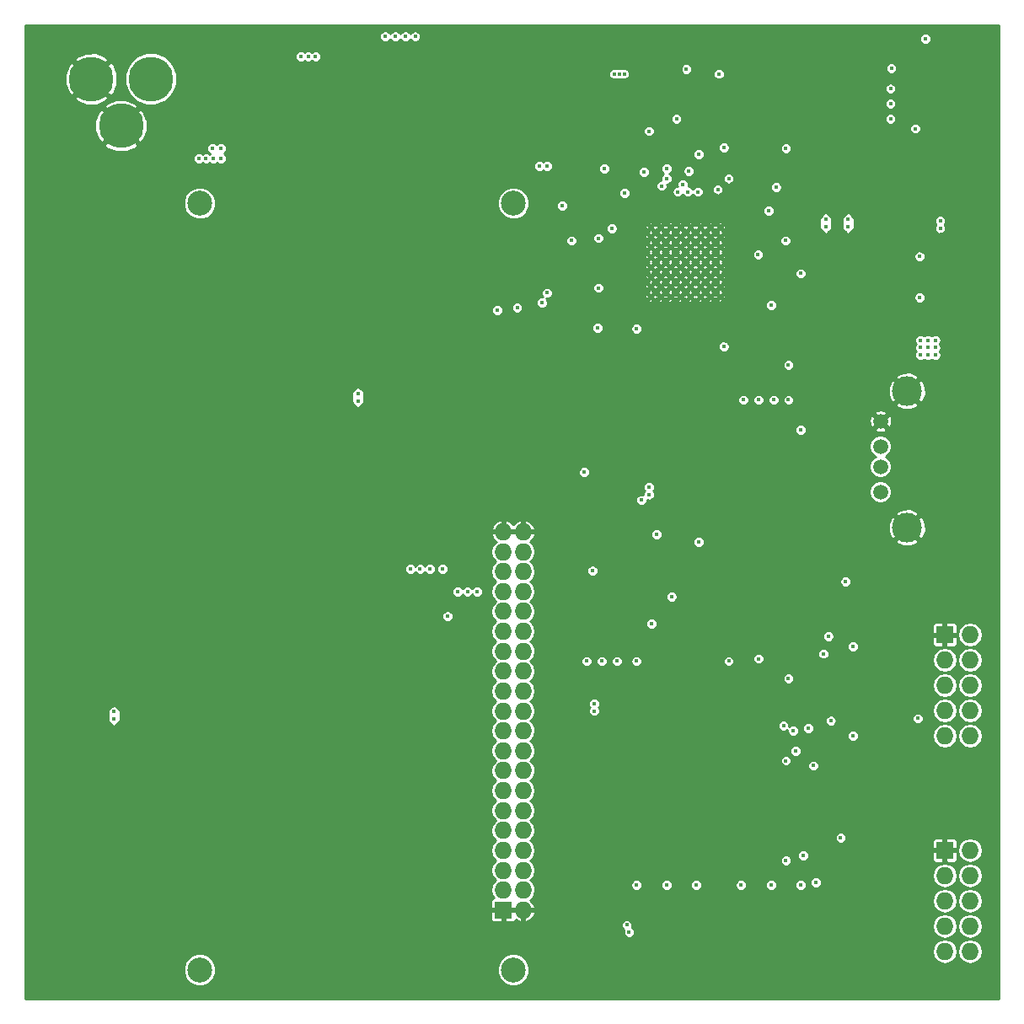
<source format=gbr>
G04 #@! TF.FileFunction,Copper,L2,Inr,Signal*
%FSLAX46Y46*%
G04 Gerber Fmt 4.6, Leading zero omitted, Abs format (unit mm)*
G04 Created by KiCad (PCBNEW 4.0.7) date 05/19/19 12:52:09*
%MOMM*%
%LPD*%
G01*
G04 APERTURE LIST*
%ADD10C,0.100000*%
%ADD11R,1.727200X1.727200*%
%ADD12O,1.727200X1.727200*%
%ADD13C,2.500000*%
%ADD14C,1.500000*%
%ADD15C,3.000000*%
%ADD16C,4.500000*%
%ADD17C,0.300000*%
%ADD18C,0.400000*%
%ADD19C,0.254000*%
G04 APERTURE END LIST*
D10*
D11*
X99100000Y-140000000D03*
D12*
X101100000Y-140000000D03*
X99100000Y-138000000D03*
X101100000Y-138000000D03*
X99100000Y-136000000D03*
X101100000Y-136000000D03*
X99100000Y-134000000D03*
X101100000Y-134000000D03*
X99100000Y-132000000D03*
X101100000Y-132000000D03*
X99100000Y-130000000D03*
X101100000Y-130000000D03*
X99100000Y-128000000D03*
X101100000Y-128000000D03*
X99100000Y-126000000D03*
X101100000Y-126000000D03*
X99100000Y-124000000D03*
X101100000Y-124000000D03*
X99100000Y-122000000D03*
X101100000Y-122000000D03*
X99100000Y-120000000D03*
X101100000Y-120000000D03*
X99100000Y-118000000D03*
X101100000Y-118000000D03*
X99100000Y-116000000D03*
X101100000Y-116000000D03*
X99100000Y-114000000D03*
X101100000Y-114000000D03*
X99100000Y-112000000D03*
X101100000Y-112000000D03*
X99100000Y-110000000D03*
X101100000Y-110000000D03*
X99100000Y-108000000D03*
X101100000Y-108000000D03*
X99100000Y-106000000D03*
X101100000Y-106000000D03*
X99100000Y-104000000D03*
X101100000Y-104000000D03*
X99100000Y-102000000D03*
X101100000Y-102000000D03*
D13*
X100100000Y-146000000D03*
X68600000Y-146000000D03*
X68600000Y-69000000D03*
X100100000Y-69000000D03*
D14*
X137000000Y-90890000D03*
X137000000Y-93430000D03*
X137000000Y-95460000D03*
X137000000Y-98000000D03*
D15*
X139670000Y-87840000D03*
X139670000Y-101560000D03*
D16*
X63700140Y-56500000D03*
X57700660Y-56500000D03*
X60700400Y-61199000D03*
D11*
X143460000Y-134000000D03*
D12*
X146000000Y-134000000D03*
X143460000Y-136540000D03*
X146000000Y-136540000D03*
X143460000Y-139080000D03*
X146000000Y-139080000D03*
X143460000Y-141620000D03*
X146000000Y-141620000D03*
X143460000Y-144160000D03*
X146000000Y-144160000D03*
D11*
X143460000Y-112340000D03*
D12*
X146000000Y-112340000D03*
X143460000Y-114880000D03*
X146000000Y-114880000D03*
X143460000Y-117420000D03*
X146000000Y-117420000D03*
X143460000Y-119960000D03*
X146000000Y-119960000D03*
X143460000Y-122500000D03*
X146000000Y-122500000D03*
D17*
X113900000Y-71400000D03*
X114900000Y-71400000D03*
X115900000Y-71400000D03*
X116900000Y-71400000D03*
X117900000Y-71400000D03*
X118900000Y-71400000D03*
X119900000Y-71400000D03*
X120900000Y-71400000D03*
X120900000Y-72400000D03*
X119900000Y-72400000D03*
X118900000Y-72400000D03*
X117900000Y-72400000D03*
X116900000Y-72400000D03*
X115900000Y-72400000D03*
X114900000Y-72400000D03*
X113900000Y-72400000D03*
X113900000Y-73400000D03*
X113900000Y-74400000D03*
X114900000Y-73400000D03*
X114900000Y-74400000D03*
X115900000Y-74400000D03*
X115900000Y-73400000D03*
X116900000Y-73400000D03*
X116900000Y-74400000D03*
X117900000Y-74400000D03*
X117900000Y-73400000D03*
X118900000Y-73400000D03*
X118900000Y-74400000D03*
X119900000Y-73400000D03*
X119900000Y-74400000D03*
X120900000Y-73400000D03*
X120900000Y-74400000D03*
X113900000Y-78400000D03*
X113900000Y-77400000D03*
X113900000Y-76400000D03*
X113900000Y-75400000D03*
X114900000Y-75400000D03*
X114900000Y-76400000D03*
X114900000Y-77400000D03*
X114900000Y-78400000D03*
X115900000Y-78400000D03*
X115900000Y-77400000D03*
X115900000Y-76400000D03*
X115900000Y-75400000D03*
X116900000Y-75400000D03*
X116900000Y-76400000D03*
X116900000Y-77400000D03*
X116900000Y-78400000D03*
X117900000Y-78400000D03*
X117900000Y-77400000D03*
X117900000Y-76400000D03*
X117900000Y-75400000D03*
X118900000Y-75400000D03*
X118900000Y-76400000D03*
X118900000Y-77400000D03*
X118900000Y-78400000D03*
X119900000Y-78400000D03*
X119900000Y-77400000D03*
X119900000Y-76400000D03*
X119900000Y-75400000D03*
X120900000Y-75400000D03*
X120900000Y-76400000D03*
X120900000Y-77400000D03*
X120900000Y-78400000D03*
D18*
X141000000Y-84250000D03*
X141750000Y-84250000D03*
X142500000Y-84250000D03*
X142500000Y-83500000D03*
X141750000Y-83500000D03*
X141000000Y-83500000D03*
X141000000Y-82750000D03*
X141750000Y-82750000D03*
X142500000Y-82750000D03*
X80250000Y-54250000D03*
X79500000Y-54250000D03*
X78750000Y-54250000D03*
X69908000Y-63500000D03*
X70750000Y-63500000D03*
X70750000Y-64500000D03*
X70000000Y-64500000D03*
X69250000Y-64500000D03*
X68500000Y-64500000D03*
X118250000Y-125750000D03*
X141500000Y-54750000D03*
X117500000Y-63000000D03*
X110500000Y-63250000D03*
X66000000Y-63000000D03*
X66000000Y-61500000D03*
X65250000Y-59500000D03*
X144250000Y-82500000D03*
X115500000Y-51500000D03*
X112750000Y-113500000D03*
X105250000Y-66250000D03*
X115500000Y-56500000D03*
X113500000Y-58000000D03*
X109750000Y-58000000D03*
X110500000Y-118500000D03*
X109000000Y-118500000D03*
X107500000Y-118500000D03*
X124750000Y-92500000D03*
X127750000Y-92500000D03*
X126250000Y-92500000D03*
X123250000Y-92500000D03*
X115250000Y-110000000D03*
X112000000Y-103000000D03*
X123750000Y-108000000D03*
X120500000Y-108750000D03*
X119500000Y-108500000D03*
X117500000Y-107000000D03*
X111500000Y-105250000D03*
X108500000Y-52000000D03*
X94000000Y-51250000D03*
X108500000Y-56000000D03*
X104750000Y-57500000D03*
X108500000Y-62500000D03*
X101500000Y-52250000D03*
X99500000Y-52250000D03*
X99500000Y-56750000D03*
X101500000Y-56750000D03*
X100500000Y-56750000D03*
X100500000Y-52250000D03*
X101500000Y-58750000D03*
X99500000Y-58750000D03*
X100500000Y-58750000D03*
X101500000Y-63250000D03*
X99500000Y-63250000D03*
X100500000Y-63250000D03*
X96000000Y-57500000D03*
X72000000Y-64500000D03*
X72000000Y-56500000D03*
X73500000Y-56500000D03*
X82500000Y-53000000D03*
X81250000Y-59250000D03*
X83000000Y-57500000D03*
X82000000Y-54250000D03*
X83500000Y-56250000D03*
X67000000Y-51500000D03*
X109050000Y-66500000D03*
X107450000Y-72750000D03*
X126350000Y-125650000D03*
X126350000Y-112250000D03*
X119600000Y-60900000D03*
X133400000Y-62500000D03*
X123600000Y-61750000D03*
X113050000Y-135950000D03*
X113050000Y-131800000D03*
X113050000Y-129850000D03*
X113050000Y-125700000D03*
X128850000Y-53950000D03*
X120450000Y-52450000D03*
X130000000Y-145500000D03*
X127460000Y-145540000D03*
X124920000Y-145580000D03*
X119500000Y-145500000D03*
X114420000Y-145580000D03*
X116960000Y-145540000D03*
X132000000Y-130000000D03*
X132000000Y-117000000D03*
X137550000Y-74350000D03*
X137550000Y-78450000D03*
X122000000Y-51400000D03*
X125500000Y-54000000D03*
X123050000Y-59650000D03*
X125950000Y-59650000D03*
X136850000Y-77100000D03*
X137900000Y-81900000D03*
X124100000Y-63500000D03*
X124100000Y-65000000D03*
X124100000Y-66500000D03*
X120250000Y-64050000D03*
X116500000Y-63100000D03*
X114500000Y-63100000D03*
X143100000Y-64250000D03*
X143100000Y-75150000D03*
X143100000Y-74650000D03*
X143100000Y-74150000D03*
X143100000Y-65650000D03*
X143100000Y-67150000D03*
X143100000Y-72150000D03*
X143100000Y-68650000D03*
X143100000Y-70150000D03*
X110000000Y-82500000D03*
X108500000Y-80000000D03*
X108500000Y-76000000D03*
X108500000Y-74000000D03*
X112250000Y-66000000D03*
X123250000Y-66500000D03*
X125950000Y-68250000D03*
X127450000Y-71250000D03*
X130500000Y-76000000D03*
X126000000Y-80750000D03*
X122750000Y-83500000D03*
X69500000Y-106450000D03*
X69500000Y-108850000D03*
X69500000Y-111250000D03*
X69500000Y-113650000D03*
X69500000Y-117650000D03*
X69500000Y-120050000D03*
X69500000Y-122450000D03*
X69500000Y-124850000D03*
X69500000Y-127250000D03*
X61500000Y-124050000D03*
X61500000Y-121650000D03*
X61500000Y-119250000D03*
X61500000Y-116850000D03*
X61500000Y-114450000D03*
X61500000Y-112050000D03*
X61500000Y-109650000D03*
X61500000Y-107250000D03*
X141500000Y-52500000D03*
X142997251Y-70766498D03*
X143000000Y-71500000D03*
X109250000Y-65500000D03*
X90250000Y-52250000D03*
X89250000Y-52250000D03*
X88250000Y-52250000D03*
X87250000Y-52250000D03*
X132000000Y-121000000D03*
X133000000Y-132750000D03*
X129000000Y-137500000D03*
X126000000Y-137500000D03*
X123000000Y-137500000D03*
X118500000Y-137500000D03*
X115500000Y-137500000D03*
X112500000Y-137500000D03*
X140950000Y-78450000D03*
X140950000Y-74350000D03*
X138000000Y-60500000D03*
X138086725Y-55413275D03*
X114000000Y-111250000D03*
X140750000Y-120750000D03*
X133500000Y-107000000D03*
X121250000Y-63400000D03*
X110250000Y-56000000D03*
X110750000Y-56000000D03*
X111250000Y-56000000D03*
X113750000Y-98250000D03*
X113750000Y-97500000D03*
X105000000Y-69250000D03*
X127750000Y-85250000D03*
X118750000Y-103000000D03*
X114500000Y-102250000D03*
X105950000Y-72750000D03*
X117500000Y-55500000D03*
X118750000Y-64050000D03*
X113250000Y-65850000D03*
X113750000Y-61750000D03*
X121750000Y-66500000D03*
X115500000Y-65500000D03*
X108600000Y-81500000D03*
X126000000Y-79250000D03*
X116500000Y-60500000D03*
X125750000Y-69750000D03*
X108650000Y-72500000D03*
X108650000Y-77500000D03*
X112500000Y-81600000D03*
X121250000Y-83400000D03*
X129000000Y-76050000D03*
X127450000Y-72750000D03*
X131500000Y-70627400D03*
X133750000Y-70627400D03*
X131500000Y-71372600D03*
X133750000Y-71372600D03*
X111500000Y-141500000D03*
X130250000Y-125500000D03*
X111750000Y-142250000D03*
X127500000Y-135000000D03*
X128500000Y-124000000D03*
X124750000Y-114750000D03*
X93500000Y-110500000D03*
X131250000Y-114250000D03*
X94500000Y-108000000D03*
X121750000Y-115000000D03*
X96500000Y-108000000D03*
X60000000Y-120822600D03*
X84500000Y-88127400D03*
X60000000Y-120077400D03*
X84500000Y-88872600D03*
X93000000Y-105750000D03*
X129750000Y-121750000D03*
X131750000Y-112500000D03*
X91750000Y-105750000D03*
X138000000Y-59000000D03*
X102750000Y-65250000D03*
X103500000Y-78000000D03*
X108250000Y-120000000D03*
X127250000Y-121500000D03*
X90750000Y-105750000D03*
X138000000Y-57500000D03*
X103500000Y-65250000D03*
X103000000Y-79000000D03*
X108250000Y-119250000D03*
X134250000Y-113500000D03*
X89750000Y-105750000D03*
X128250000Y-122000000D03*
X134250000Y-122500000D03*
X113000000Y-98821000D03*
X107250000Y-96000000D03*
X116000000Y-108500000D03*
X98500000Y-79750000D03*
X108069896Y-105930104D03*
X110000000Y-71500000D03*
X110500000Y-115000000D03*
X120650000Y-67600000D03*
X117750000Y-65750000D03*
X109000000Y-115000000D03*
X115500000Y-66500000D03*
X107500000Y-115000000D03*
X129000000Y-91750000D03*
X124750000Y-88750000D03*
X117150000Y-67100000D03*
X127750000Y-88750000D03*
X118650000Y-67850000D03*
X126250000Y-88750000D03*
X117650000Y-67850000D03*
X123250000Y-88750000D03*
X116650000Y-67850000D03*
X112500000Y-115000000D03*
X100500000Y-79500000D03*
X111300000Y-67950000D03*
X114989222Y-67250000D03*
X127500000Y-125000000D03*
X130500000Y-137250000D03*
X120750000Y-56000000D03*
X127500000Y-63500000D03*
X126500000Y-67400000D03*
X124700000Y-74150000D03*
X129250000Y-134500000D03*
X127750000Y-116750000D03*
X95500000Y-108000000D03*
X140500000Y-61500000D03*
D19*
G36*
X148873000Y-148873000D02*
X51127000Y-148873000D01*
X51127000Y-146323003D01*
X66968718Y-146323003D01*
X67216499Y-146922680D01*
X67674907Y-147381888D01*
X68274151Y-147630716D01*
X68923003Y-147631282D01*
X69522680Y-147383501D01*
X69981888Y-146925093D01*
X70230716Y-146325849D01*
X70230718Y-146323003D01*
X98468718Y-146323003D01*
X98716499Y-146922680D01*
X99174907Y-147381888D01*
X99774151Y-147630716D01*
X100423003Y-147631282D01*
X101022680Y-147383501D01*
X101481888Y-146925093D01*
X101730716Y-146325849D01*
X101731282Y-145676997D01*
X101483501Y-145077320D01*
X101025093Y-144618112D01*
X100425849Y-144369284D01*
X99776997Y-144368718D01*
X99177320Y-144616499D01*
X98718112Y-145074907D01*
X98469284Y-145674151D01*
X98468718Y-146323003D01*
X70230718Y-146323003D01*
X70231282Y-145676997D01*
X69983501Y-145077320D01*
X69525093Y-144618112D01*
X68925849Y-144369284D01*
X68276997Y-144368718D01*
X67677320Y-144616499D01*
X67218112Y-145074907D01*
X66969284Y-145674151D01*
X66968718Y-146323003D01*
X51127000Y-146323003D01*
X51127000Y-144160000D01*
X142191017Y-144160000D01*
X142285757Y-144636288D01*
X142555552Y-145040065D01*
X142959329Y-145309860D01*
X143435617Y-145404600D01*
X143484383Y-145404600D01*
X143960671Y-145309860D01*
X144364448Y-145040065D01*
X144634243Y-144636288D01*
X144728983Y-144160000D01*
X144731017Y-144160000D01*
X144825757Y-144636288D01*
X145095552Y-145040065D01*
X145499329Y-145309860D01*
X145975617Y-145404600D01*
X146024383Y-145404600D01*
X146500671Y-145309860D01*
X146904448Y-145040065D01*
X147174243Y-144636288D01*
X147268983Y-144160000D01*
X147174243Y-143683712D01*
X146904448Y-143279935D01*
X146500671Y-143010140D01*
X146024383Y-142915400D01*
X145975617Y-142915400D01*
X145499329Y-143010140D01*
X145095552Y-143279935D01*
X144825757Y-143683712D01*
X144731017Y-144160000D01*
X144728983Y-144160000D01*
X144634243Y-143683712D01*
X144364448Y-143279935D01*
X143960671Y-143010140D01*
X143484383Y-142915400D01*
X143435617Y-142915400D01*
X142959329Y-143010140D01*
X142555552Y-143279935D01*
X142285757Y-143683712D01*
X142191017Y-144160000D01*
X51127000Y-144160000D01*
X51127000Y-141615061D01*
X110918900Y-141615061D01*
X111007165Y-141828680D01*
X111170460Y-141992260D01*
X111219475Y-142012613D01*
X111169102Y-142133925D01*
X111168900Y-142365061D01*
X111257165Y-142578680D01*
X111420460Y-142742260D01*
X111633925Y-142830898D01*
X111865061Y-142831100D01*
X112078680Y-142742835D01*
X112242260Y-142579540D01*
X112330898Y-142366075D01*
X112331100Y-142134939D01*
X112242835Y-141921320D01*
X112079540Y-141757740D01*
X112030525Y-141737387D01*
X112079268Y-141620000D01*
X142191017Y-141620000D01*
X142285757Y-142096288D01*
X142555552Y-142500065D01*
X142959329Y-142769860D01*
X143435617Y-142864600D01*
X143484383Y-142864600D01*
X143960671Y-142769860D01*
X144364448Y-142500065D01*
X144634243Y-142096288D01*
X144728983Y-141620000D01*
X144731017Y-141620000D01*
X144825757Y-142096288D01*
X145095552Y-142500065D01*
X145499329Y-142769860D01*
X145975617Y-142864600D01*
X146024383Y-142864600D01*
X146500671Y-142769860D01*
X146904448Y-142500065D01*
X147174243Y-142096288D01*
X147268983Y-141620000D01*
X147174243Y-141143712D01*
X146904448Y-140739935D01*
X146500671Y-140470140D01*
X146024383Y-140375400D01*
X145975617Y-140375400D01*
X145499329Y-140470140D01*
X145095552Y-140739935D01*
X144825757Y-141143712D01*
X144731017Y-141620000D01*
X144728983Y-141620000D01*
X144634243Y-141143712D01*
X144364448Y-140739935D01*
X143960671Y-140470140D01*
X143484383Y-140375400D01*
X143435617Y-140375400D01*
X142959329Y-140470140D01*
X142555552Y-140739935D01*
X142285757Y-141143712D01*
X142191017Y-141620000D01*
X112079268Y-141620000D01*
X112080898Y-141616075D01*
X112081100Y-141384939D01*
X111992835Y-141171320D01*
X111829540Y-141007740D01*
X111616075Y-140919102D01*
X111384939Y-140918900D01*
X111171320Y-141007165D01*
X111007740Y-141170460D01*
X110919102Y-141383925D01*
X110918900Y-141615061D01*
X51127000Y-141615061D01*
X51127000Y-140222250D01*
X97855400Y-140222250D01*
X97855400Y-140939386D01*
X97913404Y-141079420D01*
X98020581Y-141186596D01*
X98160615Y-141244600D01*
X98877750Y-141244600D01*
X98973000Y-141149350D01*
X98973000Y-140127000D01*
X99227000Y-140127000D01*
X99227000Y-141149350D01*
X99322250Y-141244600D01*
X100039385Y-141244600D01*
X100179419Y-141186596D01*
X100286596Y-141079420D01*
X100337929Y-140955490D01*
X100474999Y-141076305D01*
X100780882Y-141202993D01*
X100973000Y-141142312D01*
X100973000Y-140127000D01*
X101227000Y-140127000D01*
X101227000Y-141142312D01*
X101419118Y-141202993D01*
X101725001Y-141076305D01*
X102089310Y-140755199D01*
X102303005Y-140319120D01*
X102242865Y-140127000D01*
X101227000Y-140127000D01*
X100973000Y-140127000D01*
X99227000Y-140127000D01*
X98973000Y-140127000D01*
X97950650Y-140127000D01*
X97855400Y-140222250D01*
X51127000Y-140222250D01*
X51127000Y-120000000D01*
X59373000Y-120000000D01*
X59373000Y-121000000D01*
X59383006Y-121049410D01*
X59410197Y-121089803D01*
X59910197Y-121589803D01*
X59952211Y-121617666D01*
X60001754Y-121626988D01*
X60051022Y-121616300D01*
X60089803Y-121589803D01*
X60589803Y-121089803D01*
X60617666Y-121047789D01*
X60627000Y-121000000D01*
X60627000Y-120000000D01*
X60616994Y-119950590D01*
X60589803Y-119910197D01*
X60538257Y-119858651D01*
X60492835Y-119748720D01*
X60329540Y-119585140D01*
X60218737Y-119539131D01*
X60089803Y-119410197D01*
X60047789Y-119382334D01*
X59998246Y-119373012D01*
X59948978Y-119383700D01*
X59910197Y-119410197D01*
X59781251Y-119539143D01*
X59671320Y-119584565D01*
X59507740Y-119747860D01*
X59461731Y-119858663D01*
X59410197Y-119910197D01*
X59382334Y-119952211D01*
X59373000Y-120000000D01*
X51127000Y-120000000D01*
X51127000Y-110615061D01*
X92918900Y-110615061D01*
X93007165Y-110828680D01*
X93170460Y-110992260D01*
X93383925Y-111080898D01*
X93615061Y-111081100D01*
X93828680Y-110992835D01*
X93992260Y-110829540D01*
X94080898Y-110616075D01*
X94081100Y-110384939D01*
X93992835Y-110171320D01*
X93829540Y-110007740D01*
X93616075Y-109919102D01*
X93384939Y-109918900D01*
X93171320Y-110007165D01*
X93007740Y-110170460D01*
X92919102Y-110383925D01*
X92918900Y-110615061D01*
X51127000Y-110615061D01*
X51127000Y-108115061D01*
X93918900Y-108115061D01*
X94007165Y-108328680D01*
X94170460Y-108492260D01*
X94383925Y-108580898D01*
X94615061Y-108581100D01*
X94828680Y-108492835D01*
X94992260Y-108329540D01*
X94999909Y-108311119D01*
X95007165Y-108328680D01*
X95170460Y-108492260D01*
X95383925Y-108580898D01*
X95615061Y-108581100D01*
X95828680Y-108492835D01*
X95992260Y-108329540D01*
X95999909Y-108311119D01*
X96007165Y-108328680D01*
X96170460Y-108492260D01*
X96383925Y-108580898D01*
X96615061Y-108581100D01*
X96828680Y-108492835D01*
X96992260Y-108329540D01*
X97080898Y-108116075D01*
X97081100Y-107884939D01*
X96992835Y-107671320D01*
X96829540Y-107507740D01*
X96616075Y-107419102D01*
X96384939Y-107418900D01*
X96171320Y-107507165D01*
X96007740Y-107670460D01*
X96000091Y-107688881D01*
X95992835Y-107671320D01*
X95829540Y-107507740D01*
X95616075Y-107419102D01*
X95384939Y-107418900D01*
X95171320Y-107507165D01*
X95007740Y-107670460D01*
X95000091Y-107688881D01*
X94992835Y-107671320D01*
X94829540Y-107507740D01*
X94616075Y-107419102D01*
X94384939Y-107418900D01*
X94171320Y-107507165D01*
X94007740Y-107670460D01*
X93919102Y-107883925D01*
X93918900Y-108115061D01*
X51127000Y-108115061D01*
X51127000Y-105865061D01*
X89168900Y-105865061D01*
X89257165Y-106078680D01*
X89420460Y-106242260D01*
X89633925Y-106330898D01*
X89865061Y-106331100D01*
X90078680Y-106242835D01*
X90242260Y-106079540D01*
X90249909Y-106061119D01*
X90257165Y-106078680D01*
X90420460Y-106242260D01*
X90633925Y-106330898D01*
X90865061Y-106331100D01*
X91078680Y-106242835D01*
X91242260Y-106079540D01*
X91249909Y-106061119D01*
X91257165Y-106078680D01*
X91420460Y-106242260D01*
X91633925Y-106330898D01*
X91865061Y-106331100D01*
X92078680Y-106242835D01*
X92242260Y-106079540D01*
X92330898Y-105866075D01*
X92330898Y-105865061D01*
X92418900Y-105865061D01*
X92507165Y-106078680D01*
X92670460Y-106242260D01*
X92883925Y-106330898D01*
X93115061Y-106331100D01*
X93328680Y-106242835D01*
X93492260Y-106079540D01*
X93580898Y-105866075D01*
X93581100Y-105634939D01*
X93492835Y-105421320D01*
X93329540Y-105257740D01*
X93116075Y-105169102D01*
X92884939Y-105168900D01*
X92671320Y-105257165D01*
X92507740Y-105420460D01*
X92419102Y-105633925D01*
X92418900Y-105865061D01*
X92330898Y-105865061D01*
X92331100Y-105634939D01*
X92242835Y-105421320D01*
X92079540Y-105257740D01*
X91866075Y-105169102D01*
X91634939Y-105168900D01*
X91421320Y-105257165D01*
X91257740Y-105420460D01*
X91250091Y-105438881D01*
X91242835Y-105421320D01*
X91079540Y-105257740D01*
X90866075Y-105169102D01*
X90634939Y-105168900D01*
X90421320Y-105257165D01*
X90257740Y-105420460D01*
X90250091Y-105438881D01*
X90242835Y-105421320D01*
X90079540Y-105257740D01*
X89866075Y-105169102D01*
X89634939Y-105168900D01*
X89421320Y-105257165D01*
X89257740Y-105420460D01*
X89169102Y-105633925D01*
X89168900Y-105865061D01*
X51127000Y-105865061D01*
X51127000Y-103975617D01*
X97855400Y-103975617D01*
X97855400Y-104024383D01*
X97950140Y-104500671D01*
X98219935Y-104904448D01*
X98362939Y-105000000D01*
X98219935Y-105095552D01*
X97950140Y-105499329D01*
X97855400Y-105975617D01*
X97855400Y-106024383D01*
X97950140Y-106500671D01*
X98219935Y-106904448D01*
X98362939Y-107000000D01*
X98219935Y-107095552D01*
X97950140Y-107499329D01*
X97855400Y-107975617D01*
X97855400Y-108024383D01*
X97950140Y-108500671D01*
X98219935Y-108904448D01*
X98362939Y-109000000D01*
X98219935Y-109095552D01*
X97950140Y-109499329D01*
X97855400Y-109975617D01*
X97855400Y-110024383D01*
X97950140Y-110500671D01*
X98219935Y-110904448D01*
X98362939Y-111000000D01*
X98219935Y-111095552D01*
X97950140Y-111499329D01*
X97855400Y-111975617D01*
X97855400Y-112024383D01*
X97950140Y-112500671D01*
X98219935Y-112904448D01*
X98362939Y-113000000D01*
X98219935Y-113095552D01*
X97950140Y-113499329D01*
X97855400Y-113975617D01*
X97855400Y-114024383D01*
X97950140Y-114500671D01*
X98219935Y-114904448D01*
X98362939Y-115000000D01*
X98219935Y-115095552D01*
X97950140Y-115499329D01*
X97855400Y-115975617D01*
X97855400Y-116024383D01*
X97950140Y-116500671D01*
X98219935Y-116904448D01*
X98362939Y-117000000D01*
X98219935Y-117095552D01*
X97950140Y-117499329D01*
X97855400Y-117975617D01*
X97855400Y-118024383D01*
X97950140Y-118500671D01*
X98219935Y-118904448D01*
X98362939Y-119000000D01*
X98219935Y-119095552D01*
X97950140Y-119499329D01*
X97855400Y-119975617D01*
X97855400Y-120024383D01*
X97950140Y-120500671D01*
X98219935Y-120904448D01*
X98362939Y-121000000D01*
X98219935Y-121095552D01*
X97950140Y-121499329D01*
X97855400Y-121975617D01*
X97855400Y-122024383D01*
X97950140Y-122500671D01*
X98219935Y-122904448D01*
X98362939Y-123000000D01*
X98219935Y-123095552D01*
X97950140Y-123499329D01*
X97855400Y-123975617D01*
X97855400Y-124024383D01*
X97950140Y-124500671D01*
X98219935Y-124904448D01*
X98362939Y-125000000D01*
X98219935Y-125095552D01*
X97950140Y-125499329D01*
X97855400Y-125975617D01*
X97855400Y-126024383D01*
X97950140Y-126500671D01*
X98219935Y-126904448D01*
X98362939Y-127000000D01*
X98219935Y-127095552D01*
X97950140Y-127499329D01*
X97855400Y-127975617D01*
X97855400Y-128024383D01*
X97950140Y-128500671D01*
X98219935Y-128904448D01*
X98362939Y-129000000D01*
X98219935Y-129095552D01*
X97950140Y-129499329D01*
X97855400Y-129975617D01*
X97855400Y-130024383D01*
X97950140Y-130500671D01*
X98219935Y-130904448D01*
X98362939Y-131000000D01*
X98219935Y-131095552D01*
X97950140Y-131499329D01*
X97855400Y-131975617D01*
X97855400Y-132024383D01*
X97950140Y-132500671D01*
X98219935Y-132904448D01*
X98362939Y-133000000D01*
X98219935Y-133095552D01*
X97950140Y-133499329D01*
X97855400Y-133975617D01*
X97855400Y-134024383D01*
X97950140Y-134500671D01*
X98219935Y-134904448D01*
X98362939Y-135000000D01*
X98219935Y-135095552D01*
X97950140Y-135499329D01*
X97855400Y-135975617D01*
X97855400Y-136024383D01*
X97950140Y-136500671D01*
X98219935Y-136904448D01*
X98362939Y-137000000D01*
X98219935Y-137095552D01*
X97950140Y-137499329D01*
X97855400Y-137975617D01*
X97855400Y-138024383D01*
X97950140Y-138500671D01*
X98129074Y-138768465D01*
X98020581Y-138813404D01*
X97913404Y-138920580D01*
X97855400Y-139060614D01*
X97855400Y-139777750D01*
X97950650Y-139873000D01*
X98973000Y-139873000D01*
X98973000Y-139853000D01*
X99227000Y-139853000D01*
X99227000Y-139873000D01*
X100973000Y-139873000D01*
X100973000Y-139853000D01*
X101227000Y-139853000D01*
X101227000Y-139873000D01*
X102242865Y-139873000D01*
X102303005Y-139680880D01*
X102089310Y-139244801D01*
X101902337Y-139080000D01*
X142191017Y-139080000D01*
X142285757Y-139556288D01*
X142555552Y-139960065D01*
X142959329Y-140229860D01*
X143435617Y-140324600D01*
X143484383Y-140324600D01*
X143960671Y-140229860D01*
X144364448Y-139960065D01*
X144634243Y-139556288D01*
X144728983Y-139080000D01*
X144731017Y-139080000D01*
X144825757Y-139556288D01*
X145095552Y-139960065D01*
X145499329Y-140229860D01*
X145975617Y-140324600D01*
X146024383Y-140324600D01*
X146500671Y-140229860D01*
X146904448Y-139960065D01*
X147174243Y-139556288D01*
X147268983Y-139080000D01*
X147174243Y-138603712D01*
X146904448Y-138199935D01*
X146500671Y-137930140D01*
X146024383Y-137835400D01*
X145975617Y-137835400D01*
X145499329Y-137930140D01*
X145095552Y-138199935D01*
X144825757Y-138603712D01*
X144731017Y-139080000D01*
X144728983Y-139080000D01*
X144634243Y-138603712D01*
X144364448Y-138199935D01*
X143960671Y-137930140D01*
X143484383Y-137835400D01*
X143435617Y-137835400D01*
X142959329Y-137930140D01*
X142555552Y-138199935D01*
X142285757Y-138603712D01*
X142191017Y-139080000D01*
X101902337Y-139080000D01*
X101822563Y-139009687D01*
X101980065Y-138904448D01*
X102249860Y-138500671D01*
X102344600Y-138024383D01*
X102344600Y-137975617D01*
X102272881Y-137615061D01*
X111918900Y-137615061D01*
X112007165Y-137828680D01*
X112170460Y-137992260D01*
X112383925Y-138080898D01*
X112615061Y-138081100D01*
X112828680Y-137992835D01*
X112992260Y-137829540D01*
X113080898Y-137616075D01*
X113080898Y-137615061D01*
X114918900Y-137615061D01*
X115007165Y-137828680D01*
X115170460Y-137992260D01*
X115383925Y-138080898D01*
X115615061Y-138081100D01*
X115828680Y-137992835D01*
X115992260Y-137829540D01*
X116080898Y-137616075D01*
X116080898Y-137615061D01*
X117918900Y-137615061D01*
X118007165Y-137828680D01*
X118170460Y-137992260D01*
X118383925Y-138080898D01*
X118615061Y-138081100D01*
X118828680Y-137992835D01*
X118992260Y-137829540D01*
X119080898Y-137616075D01*
X119080898Y-137615061D01*
X122418900Y-137615061D01*
X122507165Y-137828680D01*
X122670460Y-137992260D01*
X122883925Y-138080898D01*
X123115061Y-138081100D01*
X123328680Y-137992835D01*
X123492260Y-137829540D01*
X123580898Y-137616075D01*
X123580898Y-137615061D01*
X125418900Y-137615061D01*
X125507165Y-137828680D01*
X125670460Y-137992260D01*
X125883925Y-138080898D01*
X126115061Y-138081100D01*
X126328680Y-137992835D01*
X126492260Y-137829540D01*
X126580898Y-137616075D01*
X126580898Y-137615061D01*
X128418900Y-137615061D01*
X128507165Y-137828680D01*
X128670460Y-137992260D01*
X128883925Y-138080898D01*
X129115061Y-138081100D01*
X129328680Y-137992835D01*
X129492260Y-137829540D01*
X129580898Y-137616075D01*
X129581100Y-137384939D01*
X129572887Y-137365061D01*
X129918900Y-137365061D01*
X130007165Y-137578680D01*
X130170460Y-137742260D01*
X130383925Y-137830898D01*
X130615061Y-137831100D01*
X130828680Y-137742835D01*
X130992260Y-137579540D01*
X131080898Y-137366075D01*
X131081100Y-137134939D01*
X130992835Y-136921320D01*
X130829540Y-136757740D01*
X130616075Y-136669102D01*
X130384939Y-136668900D01*
X130171320Y-136757165D01*
X130007740Y-136920460D01*
X129919102Y-137133925D01*
X129918900Y-137365061D01*
X129572887Y-137365061D01*
X129492835Y-137171320D01*
X129329540Y-137007740D01*
X129116075Y-136919102D01*
X128884939Y-136918900D01*
X128671320Y-137007165D01*
X128507740Y-137170460D01*
X128419102Y-137383925D01*
X128418900Y-137615061D01*
X126580898Y-137615061D01*
X126581100Y-137384939D01*
X126492835Y-137171320D01*
X126329540Y-137007740D01*
X126116075Y-136919102D01*
X125884939Y-136918900D01*
X125671320Y-137007165D01*
X125507740Y-137170460D01*
X125419102Y-137383925D01*
X125418900Y-137615061D01*
X123580898Y-137615061D01*
X123581100Y-137384939D01*
X123492835Y-137171320D01*
X123329540Y-137007740D01*
X123116075Y-136919102D01*
X122884939Y-136918900D01*
X122671320Y-137007165D01*
X122507740Y-137170460D01*
X122419102Y-137383925D01*
X122418900Y-137615061D01*
X119080898Y-137615061D01*
X119081100Y-137384939D01*
X118992835Y-137171320D01*
X118829540Y-137007740D01*
X118616075Y-136919102D01*
X118384939Y-136918900D01*
X118171320Y-137007165D01*
X118007740Y-137170460D01*
X117919102Y-137383925D01*
X117918900Y-137615061D01*
X116080898Y-137615061D01*
X116081100Y-137384939D01*
X115992835Y-137171320D01*
X115829540Y-137007740D01*
X115616075Y-136919102D01*
X115384939Y-136918900D01*
X115171320Y-137007165D01*
X115007740Y-137170460D01*
X114919102Y-137383925D01*
X114918900Y-137615061D01*
X113080898Y-137615061D01*
X113081100Y-137384939D01*
X112992835Y-137171320D01*
X112829540Y-137007740D01*
X112616075Y-136919102D01*
X112384939Y-136918900D01*
X112171320Y-137007165D01*
X112007740Y-137170460D01*
X111919102Y-137383925D01*
X111918900Y-137615061D01*
X102272881Y-137615061D01*
X102249860Y-137499329D01*
X101980065Y-137095552D01*
X101837061Y-137000000D01*
X101980065Y-136904448D01*
X102223581Y-136540000D01*
X142191017Y-136540000D01*
X142285757Y-137016288D01*
X142555552Y-137420065D01*
X142959329Y-137689860D01*
X143435617Y-137784600D01*
X143484383Y-137784600D01*
X143960671Y-137689860D01*
X144364448Y-137420065D01*
X144634243Y-137016288D01*
X144728983Y-136540000D01*
X144731017Y-136540000D01*
X144825757Y-137016288D01*
X145095552Y-137420065D01*
X145499329Y-137689860D01*
X145975617Y-137784600D01*
X146024383Y-137784600D01*
X146500671Y-137689860D01*
X146904448Y-137420065D01*
X147174243Y-137016288D01*
X147268983Y-136540000D01*
X147174243Y-136063712D01*
X146904448Y-135659935D01*
X146500671Y-135390140D01*
X146024383Y-135295400D01*
X145975617Y-135295400D01*
X145499329Y-135390140D01*
X145095552Y-135659935D01*
X144825757Y-136063712D01*
X144731017Y-136540000D01*
X144728983Y-136540000D01*
X144634243Y-136063712D01*
X144364448Y-135659935D01*
X143960671Y-135390140D01*
X143484383Y-135295400D01*
X143435617Y-135295400D01*
X142959329Y-135390140D01*
X142555552Y-135659935D01*
X142285757Y-136063712D01*
X142191017Y-136540000D01*
X102223581Y-136540000D01*
X102249860Y-136500671D01*
X102344600Y-136024383D01*
X102344600Y-135975617D01*
X102249860Y-135499329D01*
X101993101Y-135115061D01*
X126918900Y-135115061D01*
X127007165Y-135328680D01*
X127170460Y-135492260D01*
X127383925Y-135580898D01*
X127615061Y-135581100D01*
X127828680Y-135492835D01*
X127992260Y-135329540D01*
X128080898Y-135116075D01*
X128081100Y-134884939D01*
X127992835Y-134671320D01*
X127936675Y-134615061D01*
X128668900Y-134615061D01*
X128757165Y-134828680D01*
X128920460Y-134992260D01*
X129133925Y-135080898D01*
X129365061Y-135081100D01*
X129578680Y-134992835D01*
X129742260Y-134829540D01*
X129830898Y-134616075D01*
X129831100Y-134384939D01*
X129763879Y-134222250D01*
X142215400Y-134222250D01*
X142215400Y-134939385D01*
X142273404Y-135079419D01*
X142380580Y-135186596D01*
X142520614Y-135244600D01*
X143237750Y-135244600D01*
X143333000Y-135149350D01*
X143333000Y-134127000D01*
X143587000Y-134127000D01*
X143587000Y-135149350D01*
X143682250Y-135244600D01*
X144399386Y-135244600D01*
X144539420Y-135186596D01*
X144646596Y-135079419D01*
X144704600Y-134939385D01*
X144704600Y-134222250D01*
X144609350Y-134127000D01*
X143587000Y-134127000D01*
X143333000Y-134127000D01*
X142310650Y-134127000D01*
X142215400Y-134222250D01*
X129763879Y-134222250D01*
X129742835Y-134171320D01*
X129579540Y-134007740D01*
X129560900Y-134000000D01*
X144731017Y-134000000D01*
X144825757Y-134476288D01*
X145095552Y-134880065D01*
X145499329Y-135149860D01*
X145975617Y-135244600D01*
X146024383Y-135244600D01*
X146500671Y-135149860D01*
X146904448Y-134880065D01*
X147174243Y-134476288D01*
X147268983Y-134000000D01*
X147174243Y-133523712D01*
X146904448Y-133119935D01*
X146500671Y-132850140D01*
X146024383Y-132755400D01*
X145975617Y-132755400D01*
X145499329Y-132850140D01*
X145095552Y-133119935D01*
X144825757Y-133523712D01*
X144731017Y-134000000D01*
X129560900Y-134000000D01*
X129366075Y-133919102D01*
X129134939Y-133918900D01*
X128921320Y-134007165D01*
X128757740Y-134170460D01*
X128669102Y-134383925D01*
X128668900Y-134615061D01*
X127936675Y-134615061D01*
X127829540Y-134507740D01*
X127616075Y-134419102D01*
X127384939Y-134418900D01*
X127171320Y-134507165D01*
X127007740Y-134670460D01*
X126919102Y-134883925D01*
X126918900Y-135115061D01*
X101993101Y-135115061D01*
X101980065Y-135095552D01*
X101837061Y-135000000D01*
X101980065Y-134904448D01*
X102249860Y-134500671D01*
X102344600Y-134024383D01*
X102344600Y-133975617D01*
X102249860Y-133499329D01*
X101980065Y-133095552D01*
X101837061Y-133000000D01*
X101980065Y-132904448D01*
X102006382Y-132865061D01*
X132418900Y-132865061D01*
X132507165Y-133078680D01*
X132670460Y-133242260D01*
X132883925Y-133330898D01*
X133115061Y-133331100D01*
X133328680Y-133242835D01*
X133492260Y-133079540D01*
X133500118Y-133060615D01*
X142215400Y-133060615D01*
X142215400Y-133777750D01*
X142310650Y-133873000D01*
X143333000Y-133873000D01*
X143333000Y-132850650D01*
X143587000Y-132850650D01*
X143587000Y-133873000D01*
X144609350Y-133873000D01*
X144704600Y-133777750D01*
X144704600Y-133060615D01*
X144646596Y-132920581D01*
X144539420Y-132813404D01*
X144399386Y-132755400D01*
X143682250Y-132755400D01*
X143587000Y-132850650D01*
X143333000Y-132850650D01*
X143237750Y-132755400D01*
X142520614Y-132755400D01*
X142380580Y-132813404D01*
X142273404Y-132920581D01*
X142215400Y-133060615D01*
X133500118Y-133060615D01*
X133580898Y-132866075D01*
X133581100Y-132634939D01*
X133492835Y-132421320D01*
X133329540Y-132257740D01*
X133116075Y-132169102D01*
X132884939Y-132168900D01*
X132671320Y-132257165D01*
X132507740Y-132420460D01*
X132419102Y-132633925D01*
X132418900Y-132865061D01*
X102006382Y-132865061D01*
X102249860Y-132500671D01*
X102344600Y-132024383D01*
X102344600Y-131975617D01*
X102249860Y-131499329D01*
X101980065Y-131095552D01*
X101837061Y-131000000D01*
X101980065Y-130904448D01*
X102249860Y-130500671D01*
X102344600Y-130024383D01*
X102344600Y-129975617D01*
X102249860Y-129499329D01*
X101980065Y-129095552D01*
X101837061Y-129000000D01*
X101980065Y-128904448D01*
X102249860Y-128500671D01*
X102344600Y-128024383D01*
X102344600Y-127975617D01*
X102249860Y-127499329D01*
X101980065Y-127095552D01*
X101837061Y-127000000D01*
X101980065Y-126904448D01*
X102249860Y-126500671D01*
X102344600Y-126024383D01*
X102344600Y-125975617D01*
X102272881Y-125615061D01*
X129668900Y-125615061D01*
X129757165Y-125828680D01*
X129920460Y-125992260D01*
X130133925Y-126080898D01*
X130365061Y-126081100D01*
X130578680Y-125992835D01*
X130742260Y-125829540D01*
X130830898Y-125616075D01*
X130831100Y-125384939D01*
X130742835Y-125171320D01*
X130579540Y-125007740D01*
X130366075Y-124919102D01*
X130134939Y-124918900D01*
X129921320Y-125007165D01*
X129757740Y-125170460D01*
X129669102Y-125383925D01*
X129668900Y-125615061D01*
X102272881Y-125615061D01*
X102249860Y-125499329D01*
X101993101Y-125115061D01*
X126918900Y-125115061D01*
X127007165Y-125328680D01*
X127170460Y-125492260D01*
X127383925Y-125580898D01*
X127615061Y-125581100D01*
X127828680Y-125492835D01*
X127992260Y-125329540D01*
X128080898Y-125116075D01*
X128081100Y-124884939D01*
X127992835Y-124671320D01*
X127829540Y-124507740D01*
X127616075Y-124419102D01*
X127384939Y-124418900D01*
X127171320Y-124507165D01*
X127007740Y-124670460D01*
X126919102Y-124883925D01*
X126918900Y-125115061D01*
X101993101Y-125115061D01*
X101980065Y-125095552D01*
X101837061Y-125000000D01*
X101980065Y-124904448D01*
X102249860Y-124500671D01*
X102326562Y-124115061D01*
X127918900Y-124115061D01*
X128007165Y-124328680D01*
X128170460Y-124492260D01*
X128383925Y-124580898D01*
X128615061Y-124581100D01*
X128828680Y-124492835D01*
X128992260Y-124329540D01*
X129080898Y-124116075D01*
X129081100Y-123884939D01*
X128992835Y-123671320D01*
X128829540Y-123507740D01*
X128616075Y-123419102D01*
X128384939Y-123418900D01*
X128171320Y-123507165D01*
X128007740Y-123670460D01*
X127919102Y-123883925D01*
X127918900Y-124115061D01*
X102326562Y-124115061D01*
X102344600Y-124024383D01*
X102344600Y-123975617D01*
X102249860Y-123499329D01*
X101980065Y-123095552D01*
X101837061Y-123000000D01*
X101980065Y-122904448D01*
X102173427Y-122615061D01*
X133668900Y-122615061D01*
X133757165Y-122828680D01*
X133920460Y-122992260D01*
X134133925Y-123080898D01*
X134365061Y-123081100D01*
X134578680Y-122992835D01*
X134742260Y-122829540D01*
X134830898Y-122616075D01*
X134830999Y-122500000D01*
X142191017Y-122500000D01*
X142285757Y-122976288D01*
X142555552Y-123380065D01*
X142959329Y-123649860D01*
X143435617Y-123744600D01*
X143484383Y-123744600D01*
X143960671Y-123649860D01*
X144364448Y-123380065D01*
X144634243Y-122976288D01*
X144728983Y-122500000D01*
X144731017Y-122500000D01*
X144825757Y-122976288D01*
X145095552Y-123380065D01*
X145499329Y-123649860D01*
X145975617Y-123744600D01*
X146024383Y-123744600D01*
X146500671Y-123649860D01*
X146904448Y-123380065D01*
X147174243Y-122976288D01*
X147268983Y-122500000D01*
X147174243Y-122023712D01*
X146904448Y-121619935D01*
X146500671Y-121350140D01*
X146024383Y-121255400D01*
X145975617Y-121255400D01*
X145499329Y-121350140D01*
X145095552Y-121619935D01*
X144825757Y-122023712D01*
X144731017Y-122500000D01*
X144728983Y-122500000D01*
X144634243Y-122023712D01*
X144364448Y-121619935D01*
X143960671Y-121350140D01*
X143484383Y-121255400D01*
X143435617Y-121255400D01*
X142959329Y-121350140D01*
X142555552Y-121619935D01*
X142285757Y-122023712D01*
X142191017Y-122500000D01*
X134830999Y-122500000D01*
X134831100Y-122384939D01*
X134742835Y-122171320D01*
X134579540Y-122007740D01*
X134366075Y-121919102D01*
X134134939Y-121918900D01*
X133921320Y-122007165D01*
X133757740Y-122170460D01*
X133669102Y-122383925D01*
X133668900Y-122615061D01*
X102173427Y-122615061D01*
X102249860Y-122500671D01*
X102344600Y-122024383D01*
X102344600Y-121975617D01*
X102272881Y-121615061D01*
X126668900Y-121615061D01*
X126757165Y-121828680D01*
X126920460Y-121992260D01*
X127133925Y-122080898D01*
X127365061Y-122081100D01*
X127578680Y-121992835D01*
X127669086Y-121902587D01*
X127668900Y-122115061D01*
X127757165Y-122328680D01*
X127920460Y-122492260D01*
X128133925Y-122580898D01*
X128365061Y-122581100D01*
X128578680Y-122492835D01*
X128742260Y-122329540D01*
X128830898Y-122116075D01*
X128831100Y-121884939D01*
X128822887Y-121865061D01*
X129168900Y-121865061D01*
X129257165Y-122078680D01*
X129420460Y-122242260D01*
X129633925Y-122330898D01*
X129865061Y-122331100D01*
X130078680Y-122242835D01*
X130242260Y-122079540D01*
X130330898Y-121866075D01*
X130331100Y-121634939D01*
X130242835Y-121421320D01*
X130079540Y-121257740D01*
X129866075Y-121169102D01*
X129634939Y-121168900D01*
X129421320Y-121257165D01*
X129257740Y-121420460D01*
X129169102Y-121633925D01*
X129168900Y-121865061D01*
X128822887Y-121865061D01*
X128742835Y-121671320D01*
X128579540Y-121507740D01*
X128366075Y-121419102D01*
X128134939Y-121418900D01*
X127921320Y-121507165D01*
X127830914Y-121597413D01*
X127831100Y-121384939D01*
X127742835Y-121171320D01*
X127686675Y-121115061D01*
X131418900Y-121115061D01*
X131507165Y-121328680D01*
X131670460Y-121492260D01*
X131883925Y-121580898D01*
X132115061Y-121581100D01*
X132328680Y-121492835D01*
X132492260Y-121329540D01*
X132580898Y-121116075D01*
X132581100Y-120884939D01*
X132572887Y-120865061D01*
X140168900Y-120865061D01*
X140257165Y-121078680D01*
X140420460Y-121242260D01*
X140633925Y-121330898D01*
X140865061Y-121331100D01*
X141078680Y-121242835D01*
X141242260Y-121079540D01*
X141330898Y-120866075D01*
X141331100Y-120634939D01*
X141242835Y-120421320D01*
X141079540Y-120257740D01*
X140866075Y-120169102D01*
X140634939Y-120168900D01*
X140421320Y-120257165D01*
X140257740Y-120420460D01*
X140169102Y-120633925D01*
X140168900Y-120865061D01*
X132572887Y-120865061D01*
X132492835Y-120671320D01*
X132329540Y-120507740D01*
X132116075Y-120419102D01*
X131884939Y-120418900D01*
X131671320Y-120507165D01*
X131507740Y-120670460D01*
X131419102Y-120883925D01*
X131418900Y-121115061D01*
X127686675Y-121115061D01*
X127579540Y-121007740D01*
X127366075Y-120919102D01*
X127134939Y-120918900D01*
X126921320Y-121007165D01*
X126757740Y-121170460D01*
X126669102Y-121383925D01*
X126668900Y-121615061D01*
X102272881Y-121615061D01*
X102249860Y-121499329D01*
X101980065Y-121095552D01*
X101837061Y-121000000D01*
X101980065Y-120904448D01*
X102249860Y-120500671D01*
X102344600Y-120024383D01*
X102344600Y-119975617D01*
X102249860Y-119499329D01*
X102160146Y-119365061D01*
X107668900Y-119365061D01*
X107757165Y-119578680D01*
X107803342Y-119624938D01*
X107757740Y-119670460D01*
X107669102Y-119883925D01*
X107668900Y-120115061D01*
X107757165Y-120328680D01*
X107920460Y-120492260D01*
X108133925Y-120580898D01*
X108365061Y-120581100D01*
X108578680Y-120492835D01*
X108742260Y-120329540D01*
X108830898Y-120116075D01*
X108831034Y-119960000D01*
X142191017Y-119960000D01*
X142285757Y-120436288D01*
X142555552Y-120840065D01*
X142959329Y-121109860D01*
X143435617Y-121204600D01*
X143484383Y-121204600D01*
X143960671Y-121109860D01*
X144364448Y-120840065D01*
X144634243Y-120436288D01*
X144728983Y-119960000D01*
X144731017Y-119960000D01*
X144825757Y-120436288D01*
X145095552Y-120840065D01*
X145499329Y-121109860D01*
X145975617Y-121204600D01*
X146024383Y-121204600D01*
X146500671Y-121109860D01*
X146904448Y-120840065D01*
X147174243Y-120436288D01*
X147268983Y-119960000D01*
X147174243Y-119483712D01*
X146904448Y-119079935D01*
X146500671Y-118810140D01*
X146024383Y-118715400D01*
X145975617Y-118715400D01*
X145499329Y-118810140D01*
X145095552Y-119079935D01*
X144825757Y-119483712D01*
X144731017Y-119960000D01*
X144728983Y-119960000D01*
X144634243Y-119483712D01*
X144364448Y-119079935D01*
X143960671Y-118810140D01*
X143484383Y-118715400D01*
X143435617Y-118715400D01*
X142959329Y-118810140D01*
X142555552Y-119079935D01*
X142285757Y-119483712D01*
X142191017Y-119960000D01*
X108831034Y-119960000D01*
X108831100Y-119884939D01*
X108742835Y-119671320D01*
X108696658Y-119625062D01*
X108742260Y-119579540D01*
X108830898Y-119366075D01*
X108831100Y-119134939D01*
X108742835Y-118921320D01*
X108579540Y-118757740D01*
X108366075Y-118669102D01*
X108134939Y-118668900D01*
X107921320Y-118757165D01*
X107757740Y-118920460D01*
X107669102Y-119133925D01*
X107668900Y-119365061D01*
X102160146Y-119365061D01*
X101980065Y-119095552D01*
X101837061Y-119000000D01*
X101980065Y-118904448D01*
X102249860Y-118500671D01*
X102344600Y-118024383D01*
X102344600Y-117975617D01*
X102249860Y-117499329D01*
X102196855Y-117420000D01*
X142191017Y-117420000D01*
X142285757Y-117896288D01*
X142555552Y-118300065D01*
X142959329Y-118569860D01*
X143435617Y-118664600D01*
X143484383Y-118664600D01*
X143960671Y-118569860D01*
X144364448Y-118300065D01*
X144634243Y-117896288D01*
X144728983Y-117420000D01*
X144731017Y-117420000D01*
X144825757Y-117896288D01*
X145095552Y-118300065D01*
X145499329Y-118569860D01*
X145975617Y-118664600D01*
X146024383Y-118664600D01*
X146500671Y-118569860D01*
X146904448Y-118300065D01*
X147174243Y-117896288D01*
X147268983Y-117420000D01*
X147174243Y-116943712D01*
X146904448Y-116539935D01*
X146500671Y-116270140D01*
X146024383Y-116175400D01*
X145975617Y-116175400D01*
X145499329Y-116270140D01*
X145095552Y-116539935D01*
X144825757Y-116943712D01*
X144731017Y-117420000D01*
X144728983Y-117420000D01*
X144634243Y-116943712D01*
X144364448Y-116539935D01*
X143960671Y-116270140D01*
X143484383Y-116175400D01*
X143435617Y-116175400D01*
X142959329Y-116270140D01*
X142555552Y-116539935D01*
X142285757Y-116943712D01*
X142191017Y-117420000D01*
X102196855Y-117420000D01*
X101980065Y-117095552D01*
X101837061Y-117000000D01*
X101980065Y-116904448D01*
X102006382Y-116865061D01*
X127168900Y-116865061D01*
X127257165Y-117078680D01*
X127420460Y-117242260D01*
X127633925Y-117330898D01*
X127865061Y-117331100D01*
X128078680Y-117242835D01*
X128242260Y-117079540D01*
X128330898Y-116866075D01*
X128331100Y-116634939D01*
X128242835Y-116421320D01*
X128079540Y-116257740D01*
X127866075Y-116169102D01*
X127634939Y-116168900D01*
X127421320Y-116257165D01*
X127257740Y-116420460D01*
X127169102Y-116633925D01*
X127168900Y-116865061D01*
X102006382Y-116865061D01*
X102249860Y-116500671D01*
X102344600Y-116024383D01*
X102344600Y-115975617D01*
X102249860Y-115499329D01*
X101993101Y-115115061D01*
X106918900Y-115115061D01*
X107007165Y-115328680D01*
X107170460Y-115492260D01*
X107383925Y-115580898D01*
X107615061Y-115581100D01*
X107828680Y-115492835D01*
X107992260Y-115329540D01*
X108080898Y-115116075D01*
X108080898Y-115115061D01*
X108418900Y-115115061D01*
X108507165Y-115328680D01*
X108670460Y-115492260D01*
X108883925Y-115580898D01*
X109115061Y-115581100D01*
X109328680Y-115492835D01*
X109492260Y-115329540D01*
X109580898Y-115116075D01*
X109580898Y-115115061D01*
X109918900Y-115115061D01*
X110007165Y-115328680D01*
X110170460Y-115492260D01*
X110383925Y-115580898D01*
X110615061Y-115581100D01*
X110828680Y-115492835D01*
X110992260Y-115329540D01*
X111080898Y-115116075D01*
X111080898Y-115115061D01*
X111918900Y-115115061D01*
X112007165Y-115328680D01*
X112170460Y-115492260D01*
X112383925Y-115580898D01*
X112615061Y-115581100D01*
X112828680Y-115492835D01*
X112992260Y-115329540D01*
X113080898Y-115116075D01*
X113080898Y-115115061D01*
X121168900Y-115115061D01*
X121257165Y-115328680D01*
X121420460Y-115492260D01*
X121633925Y-115580898D01*
X121865061Y-115581100D01*
X122078680Y-115492835D01*
X122242260Y-115329540D01*
X122330898Y-115116075D01*
X122331100Y-114884939D01*
X122322887Y-114865061D01*
X124168900Y-114865061D01*
X124257165Y-115078680D01*
X124420460Y-115242260D01*
X124633925Y-115330898D01*
X124865061Y-115331100D01*
X125078680Y-115242835D01*
X125242260Y-115079540D01*
X125325115Y-114880000D01*
X142191017Y-114880000D01*
X142285757Y-115356288D01*
X142555552Y-115760065D01*
X142959329Y-116029860D01*
X143435617Y-116124600D01*
X143484383Y-116124600D01*
X143960671Y-116029860D01*
X144364448Y-115760065D01*
X144634243Y-115356288D01*
X144728983Y-114880000D01*
X144731017Y-114880000D01*
X144825757Y-115356288D01*
X145095552Y-115760065D01*
X145499329Y-116029860D01*
X145975617Y-116124600D01*
X146024383Y-116124600D01*
X146500671Y-116029860D01*
X146904448Y-115760065D01*
X147174243Y-115356288D01*
X147268983Y-114880000D01*
X147174243Y-114403712D01*
X146904448Y-113999935D01*
X146500671Y-113730140D01*
X146024383Y-113635400D01*
X145975617Y-113635400D01*
X145499329Y-113730140D01*
X145095552Y-113999935D01*
X144825757Y-114403712D01*
X144731017Y-114880000D01*
X144728983Y-114880000D01*
X144634243Y-114403712D01*
X144364448Y-113999935D01*
X143960671Y-113730140D01*
X143484383Y-113635400D01*
X143435617Y-113635400D01*
X142959329Y-113730140D01*
X142555552Y-113999935D01*
X142285757Y-114403712D01*
X142191017Y-114880000D01*
X125325115Y-114880000D01*
X125330898Y-114866075D01*
X125331100Y-114634939D01*
X125242835Y-114421320D01*
X125186675Y-114365061D01*
X130668900Y-114365061D01*
X130757165Y-114578680D01*
X130920460Y-114742260D01*
X131133925Y-114830898D01*
X131365061Y-114831100D01*
X131578680Y-114742835D01*
X131742260Y-114579540D01*
X131830898Y-114366075D01*
X131831100Y-114134939D01*
X131742835Y-113921320D01*
X131579540Y-113757740D01*
X131366075Y-113669102D01*
X131134939Y-113668900D01*
X130921320Y-113757165D01*
X130757740Y-113920460D01*
X130669102Y-114133925D01*
X130668900Y-114365061D01*
X125186675Y-114365061D01*
X125079540Y-114257740D01*
X124866075Y-114169102D01*
X124634939Y-114168900D01*
X124421320Y-114257165D01*
X124257740Y-114420460D01*
X124169102Y-114633925D01*
X124168900Y-114865061D01*
X122322887Y-114865061D01*
X122242835Y-114671320D01*
X122079540Y-114507740D01*
X121866075Y-114419102D01*
X121634939Y-114418900D01*
X121421320Y-114507165D01*
X121257740Y-114670460D01*
X121169102Y-114883925D01*
X121168900Y-115115061D01*
X113080898Y-115115061D01*
X113081100Y-114884939D01*
X112992835Y-114671320D01*
X112829540Y-114507740D01*
X112616075Y-114419102D01*
X112384939Y-114418900D01*
X112171320Y-114507165D01*
X112007740Y-114670460D01*
X111919102Y-114883925D01*
X111918900Y-115115061D01*
X111080898Y-115115061D01*
X111081100Y-114884939D01*
X110992835Y-114671320D01*
X110829540Y-114507740D01*
X110616075Y-114419102D01*
X110384939Y-114418900D01*
X110171320Y-114507165D01*
X110007740Y-114670460D01*
X109919102Y-114883925D01*
X109918900Y-115115061D01*
X109580898Y-115115061D01*
X109581100Y-114884939D01*
X109492835Y-114671320D01*
X109329540Y-114507740D01*
X109116075Y-114419102D01*
X108884939Y-114418900D01*
X108671320Y-114507165D01*
X108507740Y-114670460D01*
X108419102Y-114883925D01*
X108418900Y-115115061D01*
X108080898Y-115115061D01*
X108081100Y-114884939D01*
X107992835Y-114671320D01*
X107829540Y-114507740D01*
X107616075Y-114419102D01*
X107384939Y-114418900D01*
X107171320Y-114507165D01*
X107007740Y-114670460D01*
X106919102Y-114883925D01*
X106918900Y-115115061D01*
X101993101Y-115115061D01*
X101980065Y-115095552D01*
X101837061Y-115000000D01*
X101980065Y-114904448D01*
X102249860Y-114500671D01*
X102344600Y-114024383D01*
X102344600Y-113975617D01*
X102272881Y-113615061D01*
X133668900Y-113615061D01*
X133757165Y-113828680D01*
X133920460Y-113992260D01*
X134133925Y-114080898D01*
X134365061Y-114081100D01*
X134578680Y-113992835D01*
X134742260Y-113829540D01*
X134830898Y-113616075D01*
X134831100Y-113384939D01*
X134742835Y-113171320D01*
X134579540Y-113007740D01*
X134366075Y-112919102D01*
X134134939Y-112918900D01*
X133921320Y-113007165D01*
X133757740Y-113170460D01*
X133669102Y-113383925D01*
X133668900Y-113615061D01*
X102272881Y-113615061D01*
X102249860Y-113499329D01*
X101980065Y-113095552D01*
X101837061Y-113000000D01*
X101980065Y-112904448D01*
X102173427Y-112615061D01*
X131168900Y-112615061D01*
X131257165Y-112828680D01*
X131420460Y-112992260D01*
X131633925Y-113080898D01*
X131865061Y-113081100D01*
X132078680Y-112992835D01*
X132242260Y-112829540D01*
X132330898Y-112616075D01*
X132330945Y-112562250D01*
X142215400Y-112562250D01*
X142215400Y-113279385D01*
X142273404Y-113419419D01*
X142380580Y-113526596D01*
X142520614Y-113584600D01*
X143237750Y-113584600D01*
X143333000Y-113489350D01*
X143333000Y-112467000D01*
X143587000Y-112467000D01*
X143587000Y-113489350D01*
X143682250Y-113584600D01*
X144399386Y-113584600D01*
X144539420Y-113526596D01*
X144646596Y-113419419D01*
X144704600Y-113279385D01*
X144704600Y-112562250D01*
X144609350Y-112467000D01*
X143587000Y-112467000D01*
X143333000Y-112467000D01*
X142310650Y-112467000D01*
X142215400Y-112562250D01*
X132330945Y-112562250D01*
X132331100Y-112384939D01*
X132312532Y-112340000D01*
X144731017Y-112340000D01*
X144825757Y-112816288D01*
X145095552Y-113220065D01*
X145499329Y-113489860D01*
X145975617Y-113584600D01*
X146024383Y-113584600D01*
X146500671Y-113489860D01*
X146904448Y-113220065D01*
X147174243Y-112816288D01*
X147268983Y-112340000D01*
X147174243Y-111863712D01*
X146904448Y-111459935D01*
X146500671Y-111190140D01*
X146024383Y-111095400D01*
X145975617Y-111095400D01*
X145499329Y-111190140D01*
X145095552Y-111459935D01*
X144825757Y-111863712D01*
X144731017Y-112340000D01*
X132312532Y-112340000D01*
X132242835Y-112171320D01*
X132079540Y-112007740D01*
X131866075Y-111919102D01*
X131634939Y-111918900D01*
X131421320Y-112007165D01*
X131257740Y-112170460D01*
X131169102Y-112383925D01*
X131168900Y-112615061D01*
X102173427Y-112615061D01*
X102249860Y-112500671D01*
X102344600Y-112024383D01*
X102344600Y-111975617D01*
X102249860Y-111499329D01*
X102160146Y-111365061D01*
X113418900Y-111365061D01*
X113507165Y-111578680D01*
X113670460Y-111742260D01*
X113883925Y-111830898D01*
X114115061Y-111831100D01*
X114328680Y-111742835D01*
X114492260Y-111579540D01*
X114566555Y-111400615D01*
X142215400Y-111400615D01*
X142215400Y-112117750D01*
X142310650Y-112213000D01*
X143333000Y-112213000D01*
X143333000Y-111190650D01*
X143587000Y-111190650D01*
X143587000Y-112213000D01*
X144609350Y-112213000D01*
X144704600Y-112117750D01*
X144704600Y-111400615D01*
X144646596Y-111260581D01*
X144539420Y-111153404D01*
X144399386Y-111095400D01*
X143682250Y-111095400D01*
X143587000Y-111190650D01*
X143333000Y-111190650D01*
X143237750Y-111095400D01*
X142520614Y-111095400D01*
X142380580Y-111153404D01*
X142273404Y-111260581D01*
X142215400Y-111400615D01*
X114566555Y-111400615D01*
X114580898Y-111366075D01*
X114581100Y-111134939D01*
X114492835Y-110921320D01*
X114329540Y-110757740D01*
X114116075Y-110669102D01*
X113884939Y-110668900D01*
X113671320Y-110757165D01*
X113507740Y-110920460D01*
X113419102Y-111133925D01*
X113418900Y-111365061D01*
X102160146Y-111365061D01*
X101980065Y-111095552D01*
X101837061Y-111000000D01*
X101980065Y-110904448D01*
X102249860Y-110500671D01*
X102344600Y-110024383D01*
X102344600Y-109975617D01*
X102249860Y-109499329D01*
X101980065Y-109095552D01*
X101837061Y-109000000D01*
X101980065Y-108904448D01*
X102173427Y-108615061D01*
X115418900Y-108615061D01*
X115507165Y-108828680D01*
X115670460Y-108992260D01*
X115883925Y-109080898D01*
X116115061Y-109081100D01*
X116328680Y-108992835D01*
X116492260Y-108829540D01*
X116580898Y-108616075D01*
X116581100Y-108384939D01*
X116492835Y-108171320D01*
X116329540Y-108007740D01*
X116116075Y-107919102D01*
X115884939Y-107918900D01*
X115671320Y-108007165D01*
X115507740Y-108170460D01*
X115419102Y-108383925D01*
X115418900Y-108615061D01*
X102173427Y-108615061D01*
X102249860Y-108500671D01*
X102344600Y-108024383D01*
X102344600Y-107975617D01*
X102249860Y-107499329D01*
X101993101Y-107115061D01*
X132918900Y-107115061D01*
X133007165Y-107328680D01*
X133170460Y-107492260D01*
X133383925Y-107580898D01*
X133615061Y-107581100D01*
X133828680Y-107492835D01*
X133992260Y-107329540D01*
X134080898Y-107116075D01*
X134081100Y-106884939D01*
X133992835Y-106671320D01*
X133829540Y-106507740D01*
X133616075Y-106419102D01*
X133384939Y-106418900D01*
X133171320Y-106507165D01*
X133007740Y-106670460D01*
X132919102Y-106883925D01*
X132918900Y-107115061D01*
X101993101Y-107115061D01*
X101980065Y-107095552D01*
X101837061Y-107000000D01*
X101980065Y-106904448D01*
X102249860Y-106500671D01*
X102340466Y-106045165D01*
X107488796Y-106045165D01*
X107577061Y-106258784D01*
X107740356Y-106422364D01*
X107953821Y-106511002D01*
X108184957Y-106511204D01*
X108398576Y-106422939D01*
X108562156Y-106259644D01*
X108650794Y-106046179D01*
X108650996Y-105815043D01*
X108562731Y-105601424D01*
X108399436Y-105437844D01*
X108185971Y-105349206D01*
X107954835Y-105349004D01*
X107741216Y-105437269D01*
X107577636Y-105600564D01*
X107488998Y-105814029D01*
X107488796Y-106045165D01*
X102340466Y-106045165D01*
X102344600Y-106024383D01*
X102344600Y-105975617D01*
X102249860Y-105499329D01*
X101980065Y-105095552D01*
X101837061Y-105000000D01*
X101980065Y-104904448D01*
X102249860Y-104500671D01*
X102344600Y-104024383D01*
X102344600Y-103975617D01*
X102249860Y-103499329D01*
X101993101Y-103115061D01*
X118168900Y-103115061D01*
X118257165Y-103328680D01*
X118420460Y-103492260D01*
X118633925Y-103580898D01*
X118865061Y-103581100D01*
X119078680Y-103492835D01*
X119242260Y-103329540D01*
X119330898Y-103116075D01*
X119331055Y-102935444D01*
X138474162Y-102935444D01*
X138647935Y-103182817D01*
X139346760Y-103450415D01*
X140094796Y-103430214D01*
X140692065Y-103182817D01*
X140865838Y-102935444D01*
X139670000Y-101739605D01*
X138474162Y-102935444D01*
X119331055Y-102935444D01*
X119331100Y-102884939D01*
X119242835Y-102671320D01*
X119079540Y-102507740D01*
X118866075Y-102419102D01*
X118634939Y-102418900D01*
X118421320Y-102507165D01*
X118257740Y-102670460D01*
X118169102Y-102883925D01*
X118168900Y-103115061D01*
X101993101Y-103115061D01*
X101980065Y-103095552D01*
X101822563Y-102990313D01*
X102089310Y-102755199D01*
X102280492Y-102365061D01*
X113918900Y-102365061D01*
X114007165Y-102578680D01*
X114170460Y-102742260D01*
X114383925Y-102830898D01*
X114615061Y-102831100D01*
X114828680Y-102742835D01*
X114992260Y-102579540D01*
X115080898Y-102366075D01*
X115081100Y-102134939D01*
X114992835Y-101921320D01*
X114829540Y-101757740D01*
X114616075Y-101669102D01*
X114384939Y-101668900D01*
X114171320Y-101757165D01*
X114007740Y-101920460D01*
X113919102Y-102133925D01*
X113918900Y-102365061D01*
X102280492Y-102365061D01*
X102303005Y-102319120D01*
X102242865Y-102127000D01*
X101227000Y-102127000D01*
X101227000Y-102147000D01*
X100973000Y-102147000D01*
X100973000Y-102127000D01*
X99227000Y-102127000D01*
X99227000Y-102147000D01*
X98973000Y-102147000D01*
X98973000Y-102127000D01*
X97957135Y-102127000D01*
X97896995Y-102319120D01*
X98110690Y-102755199D01*
X98377437Y-102990313D01*
X98219935Y-103095552D01*
X97950140Y-103499329D01*
X97855400Y-103975617D01*
X51127000Y-103975617D01*
X51127000Y-101680880D01*
X97896995Y-101680880D01*
X97957135Y-101873000D01*
X98973000Y-101873000D01*
X98973000Y-100857688D01*
X99227000Y-100857688D01*
X99227000Y-101873000D01*
X100973000Y-101873000D01*
X100973000Y-100857688D01*
X101227000Y-100857688D01*
X101227000Y-101873000D01*
X102242865Y-101873000D01*
X102303005Y-101680880D01*
X102089310Y-101244801D01*
X102080188Y-101236760D01*
X137779585Y-101236760D01*
X137799786Y-101984796D01*
X138047183Y-102582065D01*
X138294556Y-102755838D01*
X139490395Y-101560000D01*
X139849605Y-101560000D01*
X141045444Y-102755838D01*
X141292817Y-102582065D01*
X141560415Y-101883240D01*
X141540214Y-101135204D01*
X141292817Y-100537935D01*
X141045444Y-100364162D01*
X139849605Y-101560000D01*
X139490395Y-101560000D01*
X138294556Y-100364162D01*
X138047183Y-100537935D01*
X137779585Y-101236760D01*
X102080188Y-101236760D01*
X101725001Y-100923695D01*
X101419118Y-100797007D01*
X101227000Y-100857688D01*
X100973000Y-100857688D01*
X100780882Y-100797007D01*
X100474999Y-100923695D01*
X100110690Y-101244801D01*
X100100000Y-101266616D01*
X100089310Y-101244801D01*
X99725001Y-100923695D01*
X99419118Y-100797007D01*
X99227000Y-100857688D01*
X98973000Y-100857688D01*
X98780882Y-100797007D01*
X98474999Y-100923695D01*
X98110690Y-101244801D01*
X97896995Y-101680880D01*
X51127000Y-101680880D01*
X51127000Y-100184556D01*
X138474162Y-100184556D01*
X139670000Y-101380395D01*
X140865838Y-100184556D01*
X140692065Y-99937183D01*
X139993240Y-99669585D01*
X139245204Y-99689786D01*
X138647935Y-99937183D01*
X138474162Y-100184556D01*
X51127000Y-100184556D01*
X51127000Y-98936061D01*
X112418900Y-98936061D01*
X112507165Y-99149680D01*
X112670460Y-99313260D01*
X112883925Y-99401898D01*
X113115061Y-99402100D01*
X113328680Y-99313835D01*
X113492260Y-99150540D01*
X113580898Y-98937075D01*
X113581010Y-98808926D01*
X113633925Y-98830898D01*
X113865061Y-98831100D01*
X114078680Y-98742835D01*
X114242260Y-98579540D01*
X114330898Y-98366075D01*
X114331022Y-98223983D01*
X135868804Y-98223983D01*
X136040625Y-98639823D01*
X136358503Y-98958256D01*
X136774043Y-99130804D01*
X137223983Y-99131196D01*
X137639823Y-98959375D01*
X137958256Y-98641497D01*
X138130804Y-98225957D01*
X138131196Y-97776017D01*
X137959375Y-97360177D01*
X137641497Y-97041744D01*
X137225957Y-96869196D01*
X136776017Y-96868804D01*
X136360177Y-97040625D01*
X136041744Y-97358503D01*
X135869196Y-97774043D01*
X135868804Y-98223983D01*
X114331022Y-98223983D01*
X114331100Y-98134939D01*
X114242835Y-97921320D01*
X114196658Y-97875062D01*
X114242260Y-97829540D01*
X114330898Y-97616075D01*
X114331100Y-97384939D01*
X114242835Y-97171320D01*
X114079540Y-97007740D01*
X113866075Y-96919102D01*
X113634939Y-96918900D01*
X113421320Y-97007165D01*
X113257740Y-97170460D01*
X113169102Y-97383925D01*
X113168900Y-97615061D01*
X113257165Y-97828680D01*
X113303342Y-97874938D01*
X113257740Y-97920460D01*
X113169102Y-98133925D01*
X113168990Y-98262074D01*
X113116075Y-98240102D01*
X112884939Y-98239900D01*
X112671320Y-98328165D01*
X112507740Y-98491460D01*
X112419102Y-98704925D01*
X112418900Y-98936061D01*
X51127000Y-98936061D01*
X51127000Y-96115061D01*
X106668900Y-96115061D01*
X106757165Y-96328680D01*
X106920460Y-96492260D01*
X107133925Y-96580898D01*
X107365061Y-96581100D01*
X107578680Y-96492835D01*
X107742260Y-96329540D01*
X107830898Y-96116075D01*
X107831100Y-95884939D01*
X107742835Y-95671320D01*
X107579540Y-95507740D01*
X107366075Y-95419102D01*
X107134939Y-95418900D01*
X106921320Y-95507165D01*
X106757740Y-95670460D01*
X106669102Y-95883925D01*
X106668900Y-96115061D01*
X51127000Y-96115061D01*
X51127000Y-93653983D01*
X135868804Y-93653983D01*
X136040625Y-94069823D01*
X136358503Y-94388256D01*
X136494979Y-94444926D01*
X136360177Y-94500625D01*
X136041744Y-94818503D01*
X135869196Y-95234043D01*
X135868804Y-95683983D01*
X136040625Y-96099823D01*
X136358503Y-96418256D01*
X136774043Y-96590804D01*
X137223983Y-96591196D01*
X137639823Y-96419375D01*
X137958256Y-96101497D01*
X138130804Y-95685957D01*
X138131196Y-95236017D01*
X137959375Y-94820177D01*
X137641497Y-94501744D01*
X137505021Y-94445074D01*
X137639823Y-94389375D01*
X137958256Y-94071497D01*
X138130804Y-93655957D01*
X138131196Y-93206017D01*
X137959375Y-92790177D01*
X137641497Y-92471744D01*
X137225957Y-92299196D01*
X136776017Y-92298804D01*
X136360177Y-92470625D01*
X136041744Y-92788503D01*
X135869196Y-93204043D01*
X135868804Y-93653983D01*
X51127000Y-93653983D01*
X51127000Y-91865061D01*
X128418900Y-91865061D01*
X128507165Y-92078680D01*
X128670460Y-92242260D01*
X128883925Y-92330898D01*
X129115061Y-92331100D01*
X129328680Y-92242835D01*
X129492260Y-92079540D01*
X129580898Y-91866075D01*
X129581023Y-91722446D01*
X136347159Y-91722446D01*
X136429059Y-91891898D01*
X136855930Y-92034123D01*
X137304733Y-92002164D01*
X137570941Y-91891898D01*
X137652841Y-91722446D01*
X137000000Y-91069605D01*
X136347159Y-91722446D01*
X129581023Y-91722446D01*
X129581100Y-91634939D01*
X129492835Y-91421320D01*
X129329540Y-91257740D01*
X129116075Y-91169102D01*
X128884939Y-91168900D01*
X128671320Y-91257165D01*
X128507740Y-91420460D01*
X128419102Y-91633925D01*
X128418900Y-91865061D01*
X51127000Y-91865061D01*
X51127000Y-90745930D01*
X135855877Y-90745930D01*
X135887836Y-91194733D01*
X135998102Y-91460941D01*
X136167554Y-91542841D01*
X136820395Y-90890000D01*
X137179605Y-90890000D01*
X137832446Y-91542841D01*
X138001898Y-91460941D01*
X138144123Y-91034070D01*
X138112164Y-90585267D01*
X138001898Y-90319059D01*
X137832446Y-90237159D01*
X137179605Y-90890000D01*
X136820395Y-90890000D01*
X136167554Y-90237159D01*
X135998102Y-90319059D01*
X135855877Y-90745930D01*
X51127000Y-90745930D01*
X51127000Y-90057554D01*
X136347159Y-90057554D01*
X137000000Y-90710395D01*
X137652841Y-90057554D01*
X137570941Y-89888102D01*
X137144070Y-89745877D01*
X136695267Y-89777836D01*
X136429059Y-89888102D01*
X136347159Y-90057554D01*
X51127000Y-90057554D01*
X51127000Y-88000000D01*
X83873000Y-88000000D01*
X83873000Y-89000000D01*
X83883006Y-89049410D01*
X83910197Y-89089803D01*
X83996949Y-89176555D01*
X84007165Y-89201280D01*
X84170460Y-89364860D01*
X84195759Y-89375365D01*
X84410197Y-89589803D01*
X84452211Y-89617666D01*
X84501754Y-89626988D01*
X84551022Y-89616300D01*
X84589803Y-89589803D01*
X84803955Y-89375651D01*
X84828680Y-89365435D01*
X84992260Y-89202140D01*
X85002765Y-89176841D01*
X85089803Y-89089803D01*
X85117666Y-89047789D01*
X85127000Y-89000000D01*
X85127000Y-88865061D01*
X122668900Y-88865061D01*
X122757165Y-89078680D01*
X122920460Y-89242260D01*
X123133925Y-89330898D01*
X123365061Y-89331100D01*
X123578680Y-89242835D01*
X123742260Y-89079540D01*
X123830898Y-88866075D01*
X123830898Y-88865061D01*
X124168900Y-88865061D01*
X124257165Y-89078680D01*
X124420460Y-89242260D01*
X124633925Y-89330898D01*
X124865061Y-89331100D01*
X125078680Y-89242835D01*
X125242260Y-89079540D01*
X125330898Y-88866075D01*
X125330898Y-88865061D01*
X125668900Y-88865061D01*
X125757165Y-89078680D01*
X125920460Y-89242260D01*
X126133925Y-89330898D01*
X126365061Y-89331100D01*
X126578680Y-89242835D01*
X126742260Y-89079540D01*
X126830898Y-88866075D01*
X126830898Y-88865061D01*
X127168900Y-88865061D01*
X127257165Y-89078680D01*
X127420460Y-89242260D01*
X127633925Y-89330898D01*
X127865061Y-89331100D01*
X128078680Y-89242835D01*
X128106118Y-89215444D01*
X138474162Y-89215444D01*
X138647935Y-89462817D01*
X139346760Y-89730415D01*
X140094796Y-89710214D01*
X140692065Y-89462817D01*
X140865838Y-89215444D01*
X139670000Y-88019605D01*
X138474162Y-89215444D01*
X128106118Y-89215444D01*
X128242260Y-89079540D01*
X128330898Y-88866075D01*
X128331100Y-88634939D01*
X128242835Y-88421320D01*
X128079540Y-88257740D01*
X127866075Y-88169102D01*
X127634939Y-88168900D01*
X127421320Y-88257165D01*
X127257740Y-88420460D01*
X127169102Y-88633925D01*
X127168900Y-88865061D01*
X126830898Y-88865061D01*
X126831100Y-88634939D01*
X126742835Y-88421320D01*
X126579540Y-88257740D01*
X126366075Y-88169102D01*
X126134939Y-88168900D01*
X125921320Y-88257165D01*
X125757740Y-88420460D01*
X125669102Y-88633925D01*
X125668900Y-88865061D01*
X125330898Y-88865061D01*
X125331100Y-88634939D01*
X125242835Y-88421320D01*
X125079540Y-88257740D01*
X124866075Y-88169102D01*
X124634939Y-88168900D01*
X124421320Y-88257165D01*
X124257740Y-88420460D01*
X124169102Y-88633925D01*
X124168900Y-88865061D01*
X123830898Y-88865061D01*
X123831100Y-88634939D01*
X123742835Y-88421320D01*
X123579540Y-88257740D01*
X123366075Y-88169102D01*
X123134939Y-88168900D01*
X122921320Y-88257165D01*
X122757740Y-88420460D01*
X122669102Y-88633925D01*
X122668900Y-88865061D01*
X85127000Y-88865061D01*
X85127000Y-88000000D01*
X85116994Y-87950590D01*
X85089803Y-87910197D01*
X85003051Y-87823445D01*
X84992835Y-87798720D01*
X84829540Y-87635140D01*
X84804241Y-87624635D01*
X84696366Y-87516760D01*
X137779585Y-87516760D01*
X137799786Y-88264796D01*
X138047183Y-88862065D01*
X138294556Y-89035838D01*
X139490395Y-87840000D01*
X139849605Y-87840000D01*
X141045444Y-89035838D01*
X141292817Y-88862065D01*
X141560415Y-88163240D01*
X141540214Y-87415204D01*
X141292817Y-86817935D01*
X141045444Y-86644162D01*
X139849605Y-87840000D01*
X139490395Y-87840000D01*
X138294556Y-86644162D01*
X138047183Y-86817935D01*
X137779585Y-87516760D01*
X84696366Y-87516760D01*
X84589803Y-87410197D01*
X84547789Y-87382334D01*
X84498246Y-87373012D01*
X84448978Y-87383700D01*
X84410197Y-87410197D01*
X84196045Y-87624349D01*
X84171320Y-87634565D01*
X84007740Y-87797860D01*
X83997235Y-87823159D01*
X83910197Y-87910197D01*
X83882334Y-87952211D01*
X83873000Y-88000000D01*
X51127000Y-88000000D01*
X51127000Y-86464556D01*
X138474162Y-86464556D01*
X139670000Y-87660395D01*
X140865838Y-86464556D01*
X140692065Y-86217183D01*
X139993240Y-85949585D01*
X139245204Y-85969786D01*
X138647935Y-86217183D01*
X138474162Y-86464556D01*
X51127000Y-86464556D01*
X51127000Y-85365061D01*
X127168900Y-85365061D01*
X127257165Y-85578680D01*
X127420460Y-85742260D01*
X127633925Y-85830898D01*
X127865061Y-85831100D01*
X128078680Y-85742835D01*
X128242260Y-85579540D01*
X128330898Y-85366075D01*
X128331100Y-85134939D01*
X128242835Y-84921320D01*
X128079540Y-84757740D01*
X127866075Y-84669102D01*
X127634939Y-84668900D01*
X127421320Y-84757165D01*
X127257740Y-84920460D01*
X127169102Y-85133925D01*
X127168900Y-85365061D01*
X51127000Y-85365061D01*
X51127000Y-83515061D01*
X120668900Y-83515061D01*
X120757165Y-83728680D01*
X120920460Y-83892260D01*
X121133925Y-83980898D01*
X121365061Y-83981100D01*
X121578680Y-83892835D01*
X121742260Y-83729540D01*
X121830898Y-83516075D01*
X121831100Y-83284939D01*
X121742835Y-83071320D01*
X121579540Y-82907740D01*
X121476758Y-82865061D01*
X140418900Y-82865061D01*
X140507165Y-83078680D01*
X140553342Y-83124938D01*
X140507740Y-83170460D01*
X140419102Y-83383925D01*
X140418900Y-83615061D01*
X140507165Y-83828680D01*
X140553342Y-83874938D01*
X140507740Y-83920460D01*
X140419102Y-84133925D01*
X140418900Y-84365061D01*
X140507165Y-84578680D01*
X140670460Y-84742260D01*
X140883925Y-84830898D01*
X141115061Y-84831100D01*
X141328680Y-84742835D01*
X141374938Y-84696658D01*
X141420460Y-84742260D01*
X141633925Y-84830898D01*
X141865061Y-84831100D01*
X142078680Y-84742835D01*
X142124938Y-84696658D01*
X142170460Y-84742260D01*
X142383925Y-84830898D01*
X142615061Y-84831100D01*
X142828680Y-84742835D01*
X142992260Y-84579540D01*
X143080898Y-84366075D01*
X143081100Y-84134939D01*
X142992835Y-83921320D01*
X142946658Y-83875062D01*
X142992260Y-83829540D01*
X143080898Y-83616075D01*
X143081100Y-83384939D01*
X142992835Y-83171320D01*
X142946658Y-83125062D01*
X142992260Y-83079540D01*
X143080898Y-82866075D01*
X143081100Y-82634939D01*
X142992835Y-82421320D01*
X142829540Y-82257740D01*
X142616075Y-82169102D01*
X142384939Y-82168900D01*
X142171320Y-82257165D01*
X142125062Y-82303342D01*
X142079540Y-82257740D01*
X141866075Y-82169102D01*
X141634939Y-82168900D01*
X141421320Y-82257165D01*
X141375062Y-82303342D01*
X141329540Y-82257740D01*
X141116075Y-82169102D01*
X140884939Y-82168900D01*
X140671320Y-82257165D01*
X140507740Y-82420460D01*
X140419102Y-82633925D01*
X140418900Y-82865061D01*
X121476758Y-82865061D01*
X121366075Y-82819102D01*
X121134939Y-82818900D01*
X120921320Y-82907165D01*
X120757740Y-83070460D01*
X120669102Y-83283925D01*
X120668900Y-83515061D01*
X51127000Y-83515061D01*
X51127000Y-81615061D01*
X108018900Y-81615061D01*
X108107165Y-81828680D01*
X108270460Y-81992260D01*
X108483925Y-82080898D01*
X108715061Y-82081100D01*
X108928680Y-81992835D01*
X109092260Y-81829540D01*
X109139795Y-81715061D01*
X111918900Y-81715061D01*
X112007165Y-81928680D01*
X112170460Y-82092260D01*
X112383925Y-82180898D01*
X112615061Y-82181100D01*
X112828680Y-82092835D01*
X112992260Y-81929540D01*
X113080898Y-81716075D01*
X113081100Y-81484939D01*
X112992835Y-81271320D01*
X112829540Y-81107740D01*
X112616075Y-81019102D01*
X112384939Y-81018900D01*
X112171320Y-81107165D01*
X112007740Y-81270460D01*
X111919102Y-81483925D01*
X111918900Y-81715061D01*
X109139795Y-81715061D01*
X109180898Y-81616075D01*
X109181100Y-81384939D01*
X109092835Y-81171320D01*
X108929540Y-81007740D01*
X108716075Y-80919102D01*
X108484939Y-80918900D01*
X108271320Y-81007165D01*
X108107740Y-81170460D01*
X108019102Y-81383925D01*
X108018900Y-81615061D01*
X51127000Y-81615061D01*
X51127000Y-79865061D01*
X97918900Y-79865061D01*
X98007165Y-80078680D01*
X98170460Y-80242260D01*
X98383925Y-80330898D01*
X98615061Y-80331100D01*
X98828680Y-80242835D01*
X98992260Y-80079540D01*
X99080898Y-79866075D01*
X99081100Y-79634939D01*
X99072887Y-79615061D01*
X99918900Y-79615061D01*
X100007165Y-79828680D01*
X100170460Y-79992260D01*
X100383925Y-80080898D01*
X100615061Y-80081100D01*
X100828680Y-79992835D01*
X100992260Y-79829540D01*
X101080898Y-79616075D01*
X101081100Y-79384939D01*
X100992835Y-79171320D01*
X100936675Y-79115061D01*
X102418900Y-79115061D01*
X102507165Y-79328680D01*
X102670460Y-79492260D01*
X102883925Y-79580898D01*
X103115061Y-79581100D01*
X103328680Y-79492835D01*
X103456677Y-79365061D01*
X125418900Y-79365061D01*
X125507165Y-79578680D01*
X125670460Y-79742260D01*
X125883925Y-79830898D01*
X126115061Y-79831100D01*
X126328680Y-79742835D01*
X126492260Y-79579540D01*
X126580898Y-79366075D01*
X126581100Y-79134939D01*
X126492835Y-78921320D01*
X126329540Y-78757740D01*
X126116075Y-78669102D01*
X125884939Y-78668900D01*
X125671320Y-78757165D01*
X125507740Y-78920460D01*
X125419102Y-79133925D01*
X125418900Y-79365061D01*
X103456677Y-79365061D01*
X103492260Y-79329540D01*
X103580898Y-79116075D01*
X103581100Y-78884939D01*
X103531139Y-78764021D01*
X113642045Y-78764021D01*
X113645516Y-78877865D01*
X113847758Y-78938877D01*
X114057954Y-78917849D01*
X114154484Y-78877865D01*
X114157955Y-78764021D01*
X114642045Y-78764021D01*
X114645516Y-78877865D01*
X114847758Y-78938877D01*
X115057954Y-78917849D01*
X115154484Y-78877865D01*
X115157955Y-78764021D01*
X115642045Y-78764021D01*
X115645516Y-78877865D01*
X115847758Y-78938877D01*
X116057954Y-78917849D01*
X116154484Y-78877865D01*
X116157955Y-78764021D01*
X116642045Y-78764021D01*
X116645516Y-78877865D01*
X116847758Y-78938877D01*
X117057954Y-78917849D01*
X117154484Y-78877865D01*
X117157955Y-78764021D01*
X117642045Y-78764021D01*
X117645516Y-78877865D01*
X117847758Y-78938877D01*
X118057954Y-78917849D01*
X118154484Y-78877865D01*
X118157955Y-78764021D01*
X118642045Y-78764021D01*
X118645516Y-78877865D01*
X118847758Y-78938877D01*
X119057954Y-78917849D01*
X119154484Y-78877865D01*
X119157955Y-78764021D01*
X119642045Y-78764021D01*
X119645516Y-78877865D01*
X119847758Y-78938877D01*
X120057954Y-78917849D01*
X120154484Y-78877865D01*
X120157955Y-78764021D01*
X120642045Y-78764021D01*
X120645516Y-78877865D01*
X120847758Y-78938877D01*
X121057954Y-78917849D01*
X121154484Y-78877865D01*
X121157955Y-78764021D01*
X120900000Y-78506066D01*
X120642045Y-78764021D01*
X120157955Y-78764021D01*
X119900000Y-78506066D01*
X119642045Y-78764021D01*
X119157955Y-78764021D01*
X118900000Y-78506066D01*
X118642045Y-78764021D01*
X118157955Y-78764021D01*
X117900000Y-78506066D01*
X117642045Y-78764021D01*
X117157955Y-78764021D01*
X116900000Y-78506066D01*
X116642045Y-78764021D01*
X116157955Y-78764021D01*
X115900000Y-78506066D01*
X115642045Y-78764021D01*
X115157955Y-78764021D01*
X114900000Y-78506066D01*
X114642045Y-78764021D01*
X114157955Y-78764021D01*
X113900000Y-78506066D01*
X113642045Y-78764021D01*
X103531139Y-78764021D01*
X103492835Y-78671320D01*
X103402587Y-78580914D01*
X103615061Y-78581100D01*
X103828680Y-78492835D01*
X103974010Y-78347758D01*
X113361123Y-78347758D01*
X113382151Y-78557954D01*
X113422135Y-78654484D01*
X113535979Y-78657955D01*
X113793934Y-78400000D01*
X114006066Y-78400000D01*
X114264021Y-78657955D01*
X114377865Y-78654484D01*
X114396520Y-78592645D01*
X114422135Y-78654484D01*
X114535979Y-78657955D01*
X114793934Y-78400000D01*
X115006066Y-78400000D01*
X115264021Y-78657955D01*
X115377865Y-78654484D01*
X115396520Y-78592645D01*
X115422135Y-78654484D01*
X115535979Y-78657955D01*
X115793934Y-78400000D01*
X116006066Y-78400000D01*
X116264021Y-78657955D01*
X116377865Y-78654484D01*
X116396520Y-78592645D01*
X116422135Y-78654484D01*
X116535979Y-78657955D01*
X116793934Y-78400000D01*
X117006066Y-78400000D01*
X117264021Y-78657955D01*
X117377865Y-78654484D01*
X117396520Y-78592645D01*
X117422135Y-78654484D01*
X117535979Y-78657955D01*
X117793934Y-78400000D01*
X118006066Y-78400000D01*
X118264021Y-78657955D01*
X118377865Y-78654484D01*
X118396520Y-78592645D01*
X118422135Y-78654484D01*
X118535979Y-78657955D01*
X118793934Y-78400000D01*
X119006066Y-78400000D01*
X119264021Y-78657955D01*
X119377865Y-78654484D01*
X119396520Y-78592645D01*
X119422135Y-78654484D01*
X119535979Y-78657955D01*
X119793934Y-78400000D01*
X120006066Y-78400000D01*
X120264021Y-78657955D01*
X120377865Y-78654484D01*
X120396520Y-78592645D01*
X120422135Y-78654484D01*
X120535979Y-78657955D01*
X120793934Y-78400000D01*
X121006066Y-78400000D01*
X121264021Y-78657955D01*
X121377865Y-78654484D01*
X121404841Y-78565061D01*
X140368900Y-78565061D01*
X140457165Y-78778680D01*
X140620460Y-78942260D01*
X140833925Y-79030898D01*
X141065061Y-79031100D01*
X141278680Y-78942835D01*
X141442260Y-78779540D01*
X141530898Y-78566075D01*
X141531100Y-78334939D01*
X141442835Y-78121320D01*
X141279540Y-77957740D01*
X141066075Y-77869102D01*
X140834939Y-77868900D01*
X140621320Y-77957165D01*
X140457740Y-78120460D01*
X140369102Y-78333925D01*
X140368900Y-78565061D01*
X121404841Y-78565061D01*
X121438877Y-78452242D01*
X121417849Y-78242046D01*
X121377865Y-78145516D01*
X121264021Y-78142045D01*
X121006066Y-78400000D01*
X120793934Y-78400000D01*
X120535979Y-78142045D01*
X120422135Y-78145516D01*
X120403480Y-78207355D01*
X120377865Y-78145516D01*
X120264021Y-78142045D01*
X120006066Y-78400000D01*
X119793934Y-78400000D01*
X119535979Y-78142045D01*
X119422135Y-78145516D01*
X119403480Y-78207355D01*
X119377865Y-78145516D01*
X119264021Y-78142045D01*
X119006066Y-78400000D01*
X118793934Y-78400000D01*
X118535979Y-78142045D01*
X118422135Y-78145516D01*
X118403480Y-78207355D01*
X118377865Y-78145516D01*
X118264021Y-78142045D01*
X118006066Y-78400000D01*
X117793934Y-78400000D01*
X117535979Y-78142045D01*
X117422135Y-78145516D01*
X117403480Y-78207355D01*
X117377865Y-78145516D01*
X117264021Y-78142045D01*
X117006066Y-78400000D01*
X116793934Y-78400000D01*
X116535979Y-78142045D01*
X116422135Y-78145516D01*
X116403480Y-78207355D01*
X116377865Y-78145516D01*
X116264021Y-78142045D01*
X116006066Y-78400000D01*
X115793934Y-78400000D01*
X115535979Y-78142045D01*
X115422135Y-78145516D01*
X115403480Y-78207355D01*
X115377865Y-78145516D01*
X115264021Y-78142045D01*
X115006066Y-78400000D01*
X114793934Y-78400000D01*
X114535979Y-78142045D01*
X114422135Y-78145516D01*
X114403480Y-78207355D01*
X114377865Y-78145516D01*
X114264021Y-78142045D01*
X114006066Y-78400000D01*
X113793934Y-78400000D01*
X113535979Y-78142045D01*
X113422135Y-78145516D01*
X113361123Y-78347758D01*
X103974010Y-78347758D01*
X103992260Y-78329540D01*
X104080898Y-78116075D01*
X104081100Y-77884939D01*
X103992835Y-77671320D01*
X103936675Y-77615061D01*
X108068900Y-77615061D01*
X108157165Y-77828680D01*
X108320460Y-77992260D01*
X108533925Y-78080898D01*
X108765061Y-78081100D01*
X108978680Y-77992835D01*
X109142260Y-77829540D01*
X109169465Y-77764021D01*
X113642045Y-77764021D01*
X113645516Y-77877865D01*
X113707355Y-77896520D01*
X113645516Y-77922135D01*
X113642045Y-78035979D01*
X113900000Y-78293934D01*
X114157955Y-78035979D01*
X114154484Y-77922135D01*
X114092645Y-77903480D01*
X114154484Y-77877865D01*
X114157955Y-77764021D01*
X114642045Y-77764021D01*
X114645516Y-77877865D01*
X114707355Y-77896520D01*
X114645516Y-77922135D01*
X114642045Y-78035979D01*
X114900000Y-78293934D01*
X115157955Y-78035979D01*
X115154484Y-77922135D01*
X115092645Y-77903480D01*
X115154484Y-77877865D01*
X115157955Y-77764021D01*
X115642045Y-77764021D01*
X115645516Y-77877865D01*
X115707355Y-77896520D01*
X115645516Y-77922135D01*
X115642045Y-78035979D01*
X115900000Y-78293934D01*
X116157955Y-78035979D01*
X116154484Y-77922135D01*
X116092645Y-77903480D01*
X116154484Y-77877865D01*
X116157955Y-77764021D01*
X116642045Y-77764021D01*
X116645516Y-77877865D01*
X116707355Y-77896520D01*
X116645516Y-77922135D01*
X116642045Y-78035979D01*
X116900000Y-78293934D01*
X117157955Y-78035979D01*
X117154484Y-77922135D01*
X117092645Y-77903480D01*
X117154484Y-77877865D01*
X117157955Y-77764021D01*
X117642045Y-77764021D01*
X117645516Y-77877865D01*
X117707355Y-77896520D01*
X117645516Y-77922135D01*
X117642045Y-78035979D01*
X117900000Y-78293934D01*
X118157955Y-78035979D01*
X118154484Y-77922135D01*
X118092645Y-77903480D01*
X118154484Y-77877865D01*
X118157955Y-77764021D01*
X118642045Y-77764021D01*
X118645516Y-77877865D01*
X118707355Y-77896520D01*
X118645516Y-77922135D01*
X118642045Y-78035979D01*
X118900000Y-78293934D01*
X119157955Y-78035979D01*
X119154484Y-77922135D01*
X119092645Y-77903480D01*
X119154484Y-77877865D01*
X119157955Y-77764021D01*
X119642045Y-77764021D01*
X119645516Y-77877865D01*
X119707355Y-77896520D01*
X119645516Y-77922135D01*
X119642045Y-78035979D01*
X119900000Y-78293934D01*
X120157955Y-78035979D01*
X120154484Y-77922135D01*
X120092645Y-77903480D01*
X120154484Y-77877865D01*
X120157955Y-77764021D01*
X120642045Y-77764021D01*
X120645516Y-77877865D01*
X120707355Y-77896520D01*
X120645516Y-77922135D01*
X120642045Y-78035979D01*
X120900000Y-78293934D01*
X121157955Y-78035979D01*
X121154484Y-77922135D01*
X121092645Y-77903480D01*
X121154484Y-77877865D01*
X121157955Y-77764021D01*
X120900000Y-77506066D01*
X120642045Y-77764021D01*
X120157955Y-77764021D01*
X119900000Y-77506066D01*
X119642045Y-77764021D01*
X119157955Y-77764021D01*
X118900000Y-77506066D01*
X118642045Y-77764021D01*
X118157955Y-77764021D01*
X117900000Y-77506066D01*
X117642045Y-77764021D01*
X117157955Y-77764021D01*
X116900000Y-77506066D01*
X116642045Y-77764021D01*
X116157955Y-77764021D01*
X115900000Y-77506066D01*
X115642045Y-77764021D01*
X115157955Y-77764021D01*
X114900000Y-77506066D01*
X114642045Y-77764021D01*
X114157955Y-77764021D01*
X113900000Y-77506066D01*
X113642045Y-77764021D01*
X109169465Y-77764021D01*
X109230898Y-77616075D01*
X109231100Y-77384939D01*
X109215738Y-77347758D01*
X113361123Y-77347758D01*
X113382151Y-77557954D01*
X113422135Y-77654484D01*
X113535979Y-77657955D01*
X113793934Y-77400000D01*
X114006066Y-77400000D01*
X114264021Y-77657955D01*
X114377865Y-77654484D01*
X114396520Y-77592645D01*
X114422135Y-77654484D01*
X114535979Y-77657955D01*
X114793934Y-77400000D01*
X115006066Y-77400000D01*
X115264021Y-77657955D01*
X115377865Y-77654484D01*
X115396520Y-77592645D01*
X115422135Y-77654484D01*
X115535979Y-77657955D01*
X115793934Y-77400000D01*
X116006066Y-77400000D01*
X116264021Y-77657955D01*
X116377865Y-77654484D01*
X116396520Y-77592645D01*
X116422135Y-77654484D01*
X116535979Y-77657955D01*
X116793934Y-77400000D01*
X117006066Y-77400000D01*
X117264021Y-77657955D01*
X117377865Y-77654484D01*
X117396520Y-77592645D01*
X117422135Y-77654484D01*
X117535979Y-77657955D01*
X117793934Y-77400000D01*
X118006066Y-77400000D01*
X118264021Y-77657955D01*
X118377865Y-77654484D01*
X118396520Y-77592645D01*
X118422135Y-77654484D01*
X118535979Y-77657955D01*
X118793934Y-77400000D01*
X119006066Y-77400000D01*
X119264021Y-77657955D01*
X119377865Y-77654484D01*
X119396520Y-77592645D01*
X119422135Y-77654484D01*
X119535979Y-77657955D01*
X119793934Y-77400000D01*
X120006066Y-77400000D01*
X120264021Y-77657955D01*
X120377865Y-77654484D01*
X120396520Y-77592645D01*
X120422135Y-77654484D01*
X120535979Y-77657955D01*
X120793934Y-77400000D01*
X121006066Y-77400000D01*
X121264021Y-77657955D01*
X121377865Y-77654484D01*
X121438877Y-77452242D01*
X121417849Y-77242046D01*
X121377865Y-77145516D01*
X121264021Y-77142045D01*
X121006066Y-77400000D01*
X120793934Y-77400000D01*
X120535979Y-77142045D01*
X120422135Y-77145516D01*
X120403480Y-77207355D01*
X120377865Y-77145516D01*
X120264021Y-77142045D01*
X120006066Y-77400000D01*
X119793934Y-77400000D01*
X119535979Y-77142045D01*
X119422135Y-77145516D01*
X119403480Y-77207355D01*
X119377865Y-77145516D01*
X119264021Y-77142045D01*
X119006066Y-77400000D01*
X118793934Y-77400000D01*
X118535979Y-77142045D01*
X118422135Y-77145516D01*
X118403480Y-77207355D01*
X118377865Y-77145516D01*
X118264021Y-77142045D01*
X118006066Y-77400000D01*
X117793934Y-77400000D01*
X117535979Y-77142045D01*
X117422135Y-77145516D01*
X117403480Y-77207355D01*
X117377865Y-77145516D01*
X117264021Y-77142045D01*
X117006066Y-77400000D01*
X116793934Y-77400000D01*
X116535979Y-77142045D01*
X116422135Y-77145516D01*
X116403480Y-77207355D01*
X116377865Y-77145516D01*
X116264021Y-77142045D01*
X116006066Y-77400000D01*
X115793934Y-77400000D01*
X115535979Y-77142045D01*
X115422135Y-77145516D01*
X115403480Y-77207355D01*
X115377865Y-77145516D01*
X115264021Y-77142045D01*
X115006066Y-77400000D01*
X114793934Y-77400000D01*
X114535979Y-77142045D01*
X114422135Y-77145516D01*
X114403480Y-77207355D01*
X114377865Y-77145516D01*
X114264021Y-77142045D01*
X114006066Y-77400000D01*
X113793934Y-77400000D01*
X113535979Y-77142045D01*
X113422135Y-77145516D01*
X113361123Y-77347758D01*
X109215738Y-77347758D01*
X109142835Y-77171320D01*
X108979540Y-77007740D01*
X108766075Y-76919102D01*
X108534939Y-76918900D01*
X108321320Y-77007165D01*
X108157740Y-77170460D01*
X108069102Y-77383925D01*
X108068900Y-77615061D01*
X103936675Y-77615061D01*
X103829540Y-77507740D01*
X103616075Y-77419102D01*
X103384939Y-77418900D01*
X103171320Y-77507165D01*
X103007740Y-77670460D01*
X102919102Y-77883925D01*
X102918900Y-78115061D01*
X103007165Y-78328680D01*
X103097413Y-78419086D01*
X102884939Y-78418900D01*
X102671320Y-78507165D01*
X102507740Y-78670460D01*
X102419102Y-78883925D01*
X102418900Y-79115061D01*
X100936675Y-79115061D01*
X100829540Y-79007740D01*
X100616075Y-78919102D01*
X100384939Y-78918900D01*
X100171320Y-79007165D01*
X100007740Y-79170460D01*
X99919102Y-79383925D01*
X99918900Y-79615061D01*
X99072887Y-79615061D01*
X98992835Y-79421320D01*
X98829540Y-79257740D01*
X98616075Y-79169102D01*
X98384939Y-79168900D01*
X98171320Y-79257165D01*
X98007740Y-79420460D01*
X97919102Y-79633925D01*
X97918900Y-79865061D01*
X51127000Y-79865061D01*
X51127000Y-76764021D01*
X113642045Y-76764021D01*
X113645516Y-76877865D01*
X113707355Y-76896520D01*
X113645516Y-76922135D01*
X113642045Y-77035979D01*
X113900000Y-77293934D01*
X114157955Y-77035979D01*
X114154484Y-76922135D01*
X114092645Y-76903480D01*
X114154484Y-76877865D01*
X114157955Y-76764021D01*
X114642045Y-76764021D01*
X114645516Y-76877865D01*
X114707355Y-76896520D01*
X114645516Y-76922135D01*
X114642045Y-77035979D01*
X114900000Y-77293934D01*
X115157955Y-77035979D01*
X115154484Y-76922135D01*
X115092645Y-76903480D01*
X115154484Y-76877865D01*
X115157955Y-76764021D01*
X115642045Y-76764021D01*
X115645516Y-76877865D01*
X115707355Y-76896520D01*
X115645516Y-76922135D01*
X115642045Y-77035979D01*
X115900000Y-77293934D01*
X116157955Y-77035979D01*
X116154484Y-76922135D01*
X116092645Y-76903480D01*
X116154484Y-76877865D01*
X116157955Y-76764021D01*
X116642045Y-76764021D01*
X116645516Y-76877865D01*
X116707355Y-76896520D01*
X116645516Y-76922135D01*
X116642045Y-77035979D01*
X116900000Y-77293934D01*
X117157955Y-77035979D01*
X117154484Y-76922135D01*
X117092645Y-76903480D01*
X117154484Y-76877865D01*
X117157955Y-76764021D01*
X117642045Y-76764021D01*
X117645516Y-76877865D01*
X117707355Y-76896520D01*
X117645516Y-76922135D01*
X117642045Y-77035979D01*
X117900000Y-77293934D01*
X118157955Y-77035979D01*
X118154484Y-76922135D01*
X118092645Y-76903480D01*
X118154484Y-76877865D01*
X118157955Y-76764021D01*
X118642045Y-76764021D01*
X118645516Y-76877865D01*
X118707355Y-76896520D01*
X118645516Y-76922135D01*
X118642045Y-77035979D01*
X118900000Y-77293934D01*
X119157955Y-77035979D01*
X119154484Y-76922135D01*
X119092645Y-76903480D01*
X119154484Y-76877865D01*
X119157955Y-76764021D01*
X119642045Y-76764021D01*
X119645516Y-76877865D01*
X119707355Y-76896520D01*
X119645516Y-76922135D01*
X119642045Y-77035979D01*
X119900000Y-77293934D01*
X120157955Y-77035979D01*
X120154484Y-76922135D01*
X120092645Y-76903480D01*
X120154484Y-76877865D01*
X120157955Y-76764021D01*
X120642045Y-76764021D01*
X120645516Y-76877865D01*
X120707355Y-76896520D01*
X120645516Y-76922135D01*
X120642045Y-77035979D01*
X120900000Y-77293934D01*
X121157955Y-77035979D01*
X121154484Y-76922135D01*
X121092645Y-76903480D01*
X121154484Y-76877865D01*
X121157955Y-76764021D01*
X120900000Y-76506066D01*
X120642045Y-76764021D01*
X120157955Y-76764021D01*
X119900000Y-76506066D01*
X119642045Y-76764021D01*
X119157955Y-76764021D01*
X118900000Y-76506066D01*
X118642045Y-76764021D01*
X118157955Y-76764021D01*
X117900000Y-76506066D01*
X117642045Y-76764021D01*
X117157955Y-76764021D01*
X116900000Y-76506066D01*
X116642045Y-76764021D01*
X116157955Y-76764021D01*
X115900000Y-76506066D01*
X115642045Y-76764021D01*
X115157955Y-76764021D01*
X114900000Y-76506066D01*
X114642045Y-76764021D01*
X114157955Y-76764021D01*
X113900000Y-76506066D01*
X113642045Y-76764021D01*
X51127000Y-76764021D01*
X51127000Y-76347758D01*
X113361123Y-76347758D01*
X113382151Y-76557954D01*
X113422135Y-76654484D01*
X113535979Y-76657955D01*
X113793934Y-76400000D01*
X114006066Y-76400000D01*
X114264021Y-76657955D01*
X114377865Y-76654484D01*
X114396520Y-76592645D01*
X114422135Y-76654484D01*
X114535979Y-76657955D01*
X114793934Y-76400000D01*
X115006066Y-76400000D01*
X115264021Y-76657955D01*
X115377865Y-76654484D01*
X115396520Y-76592645D01*
X115422135Y-76654484D01*
X115535979Y-76657955D01*
X115793934Y-76400000D01*
X116006066Y-76400000D01*
X116264021Y-76657955D01*
X116377865Y-76654484D01*
X116396520Y-76592645D01*
X116422135Y-76654484D01*
X116535979Y-76657955D01*
X116793934Y-76400000D01*
X117006066Y-76400000D01*
X117264021Y-76657955D01*
X117377865Y-76654484D01*
X117396520Y-76592645D01*
X117422135Y-76654484D01*
X117535979Y-76657955D01*
X117793934Y-76400000D01*
X118006066Y-76400000D01*
X118264021Y-76657955D01*
X118377865Y-76654484D01*
X118396520Y-76592645D01*
X118422135Y-76654484D01*
X118535979Y-76657955D01*
X118793934Y-76400000D01*
X119006066Y-76400000D01*
X119264021Y-76657955D01*
X119377865Y-76654484D01*
X119396520Y-76592645D01*
X119422135Y-76654484D01*
X119535979Y-76657955D01*
X119793934Y-76400000D01*
X120006066Y-76400000D01*
X120264021Y-76657955D01*
X120377865Y-76654484D01*
X120396520Y-76592645D01*
X120422135Y-76654484D01*
X120535979Y-76657955D01*
X120793934Y-76400000D01*
X121006066Y-76400000D01*
X121264021Y-76657955D01*
X121377865Y-76654484D01*
X121438877Y-76452242D01*
X121417849Y-76242046D01*
X121385961Y-76165061D01*
X128418900Y-76165061D01*
X128507165Y-76378680D01*
X128670460Y-76542260D01*
X128883925Y-76630898D01*
X129115061Y-76631100D01*
X129328680Y-76542835D01*
X129492260Y-76379540D01*
X129580898Y-76166075D01*
X129581100Y-75934939D01*
X129492835Y-75721320D01*
X129329540Y-75557740D01*
X129116075Y-75469102D01*
X128884939Y-75468900D01*
X128671320Y-75557165D01*
X128507740Y-75720460D01*
X128419102Y-75933925D01*
X128418900Y-76165061D01*
X121385961Y-76165061D01*
X121377865Y-76145516D01*
X121264021Y-76142045D01*
X121006066Y-76400000D01*
X120793934Y-76400000D01*
X120535979Y-76142045D01*
X120422135Y-76145516D01*
X120403480Y-76207355D01*
X120377865Y-76145516D01*
X120264021Y-76142045D01*
X120006066Y-76400000D01*
X119793934Y-76400000D01*
X119535979Y-76142045D01*
X119422135Y-76145516D01*
X119403480Y-76207355D01*
X119377865Y-76145516D01*
X119264021Y-76142045D01*
X119006066Y-76400000D01*
X118793934Y-76400000D01*
X118535979Y-76142045D01*
X118422135Y-76145516D01*
X118403480Y-76207355D01*
X118377865Y-76145516D01*
X118264021Y-76142045D01*
X118006066Y-76400000D01*
X117793934Y-76400000D01*
X117535979Y-76142045D01*
X117422135Y-76145516D01*
X117403480Y-76207355D01*
X117377865Y-76145516D01*
X117264021Y-76142045D01*
X117006066Y-76400000D01*
X116793934Y-76400000D01*
X116535979Y-76142045D01*
X116422135Y-76145516D01*
X116403480Y-76207355D01*
X116377865Y-76145516D01*
X116264021Y-76142045D01*
X116006066Y-76400000D01*
X115793934Y-76400000D01*
X115535979Y-76142045D01*
X115422135Y-76145516D01*
X115403480Y-76207355D01*
X115377865Y-76145516D01*
X115264021Y-76142045D01*
X115006066Y-76400000D01*
X114793934Y-76400000D01*
X114535979Y-76142045D01*
X114422135Y-76145516D01*
X114403480Y-76207355D01*
X114377865Y-76145516D01*
X114264021Y-76142045D01*
X114006066Y-76400000D01*
X113793934Y-76400000D01*
X113535979Y-76142045D01*
X113422135Y-76145516D01*
X113361123Y-76347758D01*
X51127000Y-76347758D01*
X51127000Y-75764021D01*
X113642045Y-75764021D01*
X113645516Y-75877865D01*
X113707355Y-75896520D01*
X113645516Y-75922135D01*
X113642045Y-76035979D01*
X113900000Y-76293934D01*
X114157955Y-76035979D01*
X114154484Y-75922135D01*
X114092645Y-75903480D01*
X114154484Y-75877865D01*
X114157955Y-75764021D01*
X114642045Y-75764021D01*
X114645516Y-75877865D01*
X114707355Y-75896520D01*
X114645516Y-75922135D01*
X114642045Y-76035979D01*
X114900000Y-76293934D01*
X115157955Y-76035979D01*
X115154484Y-75922135D01*
X115092645Y-75903480D01*
X115154484Y-75877865D01*
X115157955Y-75764021D01*
X115642045Y-75764021D01*
X115645516Y-75877865D01*
X115707355Y-75896520D01*
X115645516Y-75922135D01*
X115642045Y-76035979D01*
X115900000Y-76293934D01*
X116157955Y-76035979D01*
X116154484Y-75922135D01*
X116092645Y-75903480D01*
X116154484Y-75877865D01*
X116157955Y-75764021D01*
X116642045Y-75764021D01*
X116645516Y-75877865D01*
X116707355Y-75896520D01*
X116645516Y-75922135D01*
X116642045Y-76035979D01*
X116900000Y-76293934D01*
X117157955Y-76035979D01*
X117154484Y-75922135D01*
X117092645Y-75903480D01*
X117154484Y-75877865D01*
X117157955Y-75764021D01*
X117642045Y-75764021D01*
X117645516Y-75877865D01*
X117707355Y-75896520D01*
X117645516Y-75922135D01*
X117642045Y-76035979D01*
X117900000Y-76293934D01*
X118157955Y-76035979D01*
X118154484Y-75922135D01*
X118092645Y-75903480D01*
X118154484Y-75877865D01*
X118157955Y-75764021D01*
X118642045Y-75764021D01*
X118645516Y-75877865D01*
X118707355Y-75896520D01*
X118645516Y-75922135D01*
X118642045Y-76035979D01*
X118900000Y-76293934D01*
X119157955Y-76035979D01*
X119154484Y-75922135D01*
X119092645Y-75903480D01*
X119154484Y-75877865D01*
X119157955Y-75764021D01*
X119642045Y-75764021D01*
X119645516Y-75877865D01*
X119707355Y-75896520D01*
X119645516Y-75922135D01*
X119642045Y-76035979D01*
X119900000Y-76293934D01*
X120157955Y-76035979D01*
X120154484Y-75922135D01*
X120092645Y-75903480D01*
X120154484Y-75877865D01*
X120157955Y-75764021D01*
X120642045Y-75764021D01*
X120645516Y-75877865D01*
X120707355Y-75896520D01*
X120645516Y-75922135D01*
X120642045Y-76035979D01*
X120900000Y-76293934D01*
X121157955Y-76035979D01*
X121154484Y-75922135D01*
X121092645Y-75903480D01*
X121154484Y-75877865D01*
X121157955Y-75764021D01*
X120900000Y-75506066D01*
X120642045Y-75764021D01*
X120157955Y-75764021D01*
X119900000Y-75506066D01*
X119642045Y-75764021D01*
X119157955Y-75764021D01*
X118900000Y-75506066D01*
X118642045Y-75764021D01*
X118157955Y-75764021D01*
X117900000Y-75506066D01*
X117642045Y-75764021D01*
X117157955Y-75764021D01*
X116900000Y-75506066D01*
X116642045Y-75764021D01*
X116157955Y-75764021D01*
X115900000Y-75506066D01*
X115642045Y-75764021D01*
X115157955Y-75764021D01*
X114900000Y-75506066D01*
X114642045Y-75764021D01*
X114157955Y-75764021D01*
X113900000Y-75506066D01*
X113642045Y-75764021D01*
X51127000Y-75764021D01*
X51127000Y-75347758D01*
X113361123Y-75347758D01*
X113382151Y-75557954D01*
X113422135Y-75654484D01*
X113535979Y-75657955D01*
X113793934Y-75400000D01*
X114006066Y-75400000D01*
X114264021Y-75657955D01*
X114377865Y-75654484D01*
X114396520Y-75592645D01*
X114422135Y-75654484D01*
X114535979Y-75657955D01*
X114793934Y-75400000D01*
X115006066Y-75400000D01*
X115264021Y-75657955D01*
X115377865Y-75654484D01*
X115396520Y-75592645D01*
X115422135Y-75654484D01*
X115535979Y-75657955D01*
X115793934Y-75400000D01*
X116006066Y-75400000D01*
X116264021Y-75657955D01*
X116377865Y-75654484D01*
X116396520Y-75592645D01*
X116422135Y-75654484D01*
X116535979Y-75657955D01*
X116793934Y-75400000D01*
X117006066Y-75400000D01*
X117264021Y-75657955D01*
X117377865Y-75654484D01*
X117396520Y-75592645D01*
X117422135Y-75654484D01*
X117535979Y-75657955D01*
X117793934Y-75400000D01*
X118006066Y-75400000D01*
X118264021Y-75657955D01*
X118377865Y-75654484D01*
X118396520Y-75592645D01*
X118422135Y-75654484D01*
X118535979Y-75657955D01*
X118793934Y-75400000D01*
X119006066Y-75400000D01*
X119264021Y-75657955D01*
X119377865Y-75654484D01*
X119396520Y-75592645D01*
X119422135Y-75654484D01*
X119535979Y-75657955D01*
X119793934Y-75400000D01*
X120006066Y-75400000D01*
X120264021Y-75657955D01*
X120377865Y-75654484D01*
X120396520Y-75592645D01*
X120422135Y-75654484D01*
X120535979Y-75657955D01*
X120793934Y-75400000D01*
X121006066Y-75400000D01*
X121264021Y-75657955D01*
X121377865Y-75654484D01*
X121438877Y-75452242D01*
X121417849Y-75242046D01*
X121377865Y-75145516D01*
X121264021Y-75142045D01*
X121006066Y-75400000D01*
X120793934Y-75400000D01*
X120535979Y-75142045D01*
X120422135Y-75145516D01*
X120403480Y-75207355D01*
X120377865Y-75145516D01*
X120264021Y-75142045D01*
X120006066Y-75400000D01*
X119793934Y-75400000D01*
X119535979Y-75142045D01*
X119422135Y-75145516D01*
X119403480Y-75207355D01*
X119377865Y-75145516D01*
X119264021Y-75142045D01*
X119006066Y-75400000D01*
X118793934Y-75400000D01*
X118535979Y-75142045D01*
X118422135Y-75145516D01*
X118403480Y-75207355D01*
X118377865Y-75145516D01*
X118264021Y-75142045D01*
X118006066Y-75400000D01*
X117793934Y-75400000D01*
X117535979Y-75142045D01*
X117422135Y-75145516D01*
X117403480Y-75207355D01*
X117377865Y-75145516D01*
X117264021Y-75142045D01*
X117006066Y-75400000D01*
X116793934Y-75400000D01*
X116535979Y-75142045D01*
X116422135Y-75145516D01*
X116403480Y-75207355D01*
X116377865Y-75145516D01*
X116264021Y-75142045D01*
X116006066Y-75400000D01*
X115793934Y-75400000D01*
X115535979Y-75142045D01*
X115422135Y-75145516D01*
X115403480Y-75207355D01*
X115377865Y-75145516D01*
X115264021Y-75142045D01*
X115006066Y-75400000D01*
X114793934Y-75400000D01*
X114535979Y-75142045D01*
X114422135Y-75145516D01*
X114403480Y-75207355D01*
X114377865Y-75145516D01*
X114264021Y-75142045D01*
X114006066Y-75400000D01*
X113793934Y-75400000D01*
X113535979Y-75142045D01*
X113422135Y-75145516D01*
X113361123Y-75347758D01*
X51127000Y-75347758D01*
X51127000Y-74764021D01*
X113642045Y-74764021D01*
X113645516Y-74877865D01*
X113707355Y-74896520D01*
X113645516Y-74922135D01*
X113642045Y-75035979D01*
X113900000Y-75293934D01*
X114157955Y-75035979D01*
X114154484Y-74922135D01*
X114092645Y-74903480D01*
X114154484Y-74877865D01*
X114157955Y-74764021D01*
X114642045Y-74764021D01*
X114645516Y-74877865D01*
X114707355Y-74896520D01*
X114645516Y-74922135D01*
X114642045Y-75035979D01*
X114900000Y-75293934D01*
X115157955Y-75035979D01*
X115154484Y-74922135D01*
X115092645Y-74903480D01*
X115154484Y-74877865D01*
X115157955Y-74764021D01*
X115642045Y-74764021D01*
X115645516Y-74877865D01*
X115707355Y-74896520D01*
X115645516Y-74922135D01*
X115642045Y-75035979D01*
X115900000Y-75293934D01*
X116157955Y-75035979D01*
X116154484Y-74922135D01*
X116092645Y-74903480D01*
X116154484Y-74877865D01*
X116157955Y-74764021D01*
X116642045Y-74764021D01*
X116645516Y-74877865D01*
X116707355Y-74896520D01*
X116645516Y-74922135D01*
X116642045Y-75035979D01*
X116900000Y-75293934D01*
X117157955Y-75035979D01*
X117154484Y-74922135D01*
X117092645Y-74903480D01*
X117154484Y-74877865D01*
X117157955Y-74764021D01*
X117642045Y-74764021D01*
X117645516Y-74877865D01*
X117707355Y-74896520D01*
X117645516Y-74922135D01*
X117642045Y-75035979D01*
X117900000Y-75293934D01*
X118157955Y-75035979D01*
X118154484Y-74922135D01*
X118092645Y-74903480D01*
X118154484Y-74877865D01*
X118157955Y-74764021D01*
X118642045Y-74764021D01*
X118645516Y-74877865D01*
X118707355Y-74896520D01*
X118645516Y-74922135D01*
X118642045Y-75035979D01*
X118900000Y-75293934D01*
X119157955Y-75035979D01*
X119154484Y-74922135D01*
X119092645Y-74903480D01*
X119154484Y-74877865D01*
X119157955Y-74764021D01*
X119642045Y-74764021D01*
X119645516Y-74877865D01*
X119707355Y-74896520D01*
X119645516Y-74922135D01*
X119642045Y-75035979D01*
X119900000Y-75293934D01*
X120157955Y-75035979D01*
X120154484Y-74922135D01*
X120092645Y-74903480D01*
X120154484Y-74877865D01*
X120157955Y-74764021D01*
X120642045Y-74764021D01*
X120645516Y-74877865D01*
X120707355Y-74896520D01*
X120645516Y-74922135D01*
X120642045Y-75035979D01*
X120900000Y-75293934D01*
X121157955Y-75035979D01*
X121154484Y-74922135D01*
X121092645Y-74903480D01*
X121154484Y-74877865D01*
X121157955Y-74764021D01*
X120900000Y-74506066D01*
X120642045Y-74764021D01*
X120157955Y-74764021D01*
X119900000Y-74506066D01*
X119642045Y-74764021D01*
X119157955Y-74764021D01*
X118900000Y-74506066D01*
X118642045Y-74764021D01*
X118157955Y-74764021D01*
X117900000Y-74506066D01*
X117642045Y-74764021D01*
X117157955Y-74764021D01*
X116900000Y-74506066D01*
X116642045Y-74764021D01*
X116157955Y-74764021D01*
X115900000Y-74506066D01*
X115642045Y-74764021D01*
X115157955Y-74764021D01*
X114900000Y-74506066D01*
X114642045Y-74764021D01*
X114157955Y-74764021D01*
X113900000Y-74506066D01*
X113642045Y-74764021D01*
X51127000Y-74764021D01*
X51127000Y-74347758D01*
X113361123Y-74347758D01*
X113382151Y-74557954D01*
X113422135Y-74654484D01*
X113535979Y-74657955D01*
X113793934Y-74400000D01*
X114006066Y-74400000D01*
X114264021Y-74657955D01*
X114377865Y-74654484D01*
X114396520Y-74592645D01*
X114422135Y-74654484D01*
X114535979Y-74657955D01*
X114793934Y-74400000D01*
X115006066Y-74400000D01*
X115264021Y-74657955D01*
X115377865Y-74654484D01*
X115396520Y-74592645D01*
X115422135Y-74654484D01*
X115535979Y-74657955D01*
X115793934Y-74400000D01*
X116006066Y-74400000D01*
X116264021Y-74657955D01*
X116377865Y-74654484D01*
X116396520Y-74592645D01*
X116422135Y-74654484D01*
X116535979Y-74657955D01*
X116793934Y-74400000D01*
X117006066Y-74400000D01*
X117264021Y-74657955D01*
X117377865Y-74654484D01*
X117396520Y-74592645D01*
X117422135Y-74654484D01*
X117535979Y-74657955D01*
X117793934Y-74400000D01*
X118006066Y-74400000D01*
X118264021Y-74657955D01*
X118377865Y-74654484D01*
X118396520Y-74592645D01*
X118422135Y-74654484D01*
X118535979Y-74657955D01*
X118793934Y-74400000D01*
X119006066Y-74400000D01*
X119264021Y-74657955D01*
X119377865Y-74654484D01*
X119396520Y-74592645D01*
X119422135Y-74654484D01*
X119535979Y-74657955D01*
X119793934Y-74400000D01*
X120006066Y-74400000D01*
X120264021Y-74657955D01*
X120377865Y-74654484D01*
X120396520Y-74592645D01*
X120422135Y-74654484D01*
X120535979Y-74657955D01*
X120793934Y-74400000D01*
X121006066Y-74400000D01*
X121264021Y-74657955D01*
X121377865Y-74654484D01*
X121438877Y-74452242D01*
X121420152Y-74265061D01*
X124118900Y-74265061D01*
X124207165Y-74478680D01*
X124370460Y-74642260D01*
X124583925Y-74730898D01*
X124815061Y-74731100D01*
X125028680Y-74642835D01*
X125192260Y-74479540D01*
X125198272Y-74465061D01*
X140368900Y-74465061D01*
X140457165Y-74678680D01*
X140620460Y-74842260D01*
X140833925Y-74930898D01*
X141065061Y-74931100D01*
X141278680Y-74842835D01*
X141442260Y-74679540D01*
X141530898Y-74466075D01*
X141531100Y-74234939D01*
X141442835Y-74021320D01*
X141279540Y-73857740D01*
X141066075Y-73769102D01*
X140834939Y-73768900D01*
X140621320Y-73857165D01*
X140457740Y-74020460D01*
X140369102Y-74233925D01*
X140368900Y-74465061D01*
X125198272Y-74465061D01*
X125280898Y-74266075D01*
X125281100Y-74034939D01*
X125192835Y-73821320D01*
X125029540Y-73657740D01*
X124816075Y-73569102D01*
X124584939Y-73568900D01*
X124371320Y-73657165D01*
X124207740Y-73820460D01*
X124119102Y-74033925D01*
X124118900Y-74265061D01*
X121420152Y-74265061D01*
X121417849Y-74242046D01*
X121377865Y-74145516D01*
X121264021Y-74142045D01*
X121006066Y-74400000D01*
X120793934Y-74400000D01*
X120535979Y-74142045D01*
X120422135Y-74145516D01*
X120403480Y-74207355D01*
X120377865Y-74145516D01*
X120264021Y-74142045D01*
X120006066Y-74400000D01*
X119793934Y-74400000D01*
X119535979Y-74142045D01*
X119422135Y-74145516D01*
X119403480Y-74207355D01*
X119377865Y-74145516D01*
X119264021Y-74142045D01*
X119006066Y-74400000D01*
X118793934Y-74400000D01*
X118535979Y-74142045D01*
X118422135Y-74145516D01*
X118403480Y-74207355D01*
X118377865Y-74145516D01*
X118264021Y-74142045D01*
X118006066Y-74400000D01*
X117793934Y-74400000D01*
X117535979Y-74142045D01*
X117422135Y-74145516D01*
X117403480Y-74207355D01*
X117377865Y-74145516D01*
X117264021Y-74142045D01*
X117006066Y-74400000D01*
X116793934Y-74400000D01*
X116535979Y-74142045D01*
X116422135Y-74145516D01*
X116403480Y-74207355D01*
X116377865Y-74145516D01*
X116264021Y-74142045D01*
X116006066Y-74400000D01*
X115793934Y-74400000D01*
X115535979Y-74142045D01*
X115422135Y-74145516D01*
X115403480Y-74207355D01*
X115377865Y-74145516D01*
X115264021Y-74142045D01*
X115006066Y-74400000D01*
X114793934Y-74400000D01*
X114535979Y-74142045D01*
X114422135Y-74145516D01*
X114403480Y-74207355D01*
X114377865Y-74145516D01*
X114264021Y-74142045D01*
X114006066Y-74400000D01*
X113793934Y-74400000D01*
X113535979Y-74142045D01*
X113422135Y-74145516D01*
X113361123Y-74347758D01*
X51127000Y-74347758D01*
X51127000Y-73764021D01*
X113642045Y-73764021D01*
X113645516Y-73877865D01*
X113707355Y-73896520D01*
X113645516Y-73922135D01*
X113642045Y-74035979D01*
X113900000Y-74293934D01*
X114157955Y-74035979D01*
X114154484Y-73922135D01*
X114092645Y-73903480D01*
X114154484Y-73877865D01*
X114157955Y-73764021D01*
X114642045Y-73764021D01*
X114645516Y-73877865D01*
X114707355Y-73896520D01*
X114645516Y-73922135D01*
X114642045Y-74035979D01*
X114900000Y-74293934D01*
X115157955Y-74035979D01*
X115154484Y-73922135D01*
X115092645Y-73903480D01*
X115154484Y-73877865D01*
X115157955Y-73764021D01*
X115642045Y-73764021D01*
X115645516Y-73877865D01*
X115707355Y-73896520D01*
X115645516Y-73922135D01*
X115642045Y-74035979D01*
X115900000Y-74293934D01*
X116157955Y-74035979D01*
X116154484Y-73922135D01*
X116092645Y-73903480D01*
X116154484Y-73877865D01*
X116157955Y-73764021D01*
X116642045Y-73764021D01*
X116645516Y-73877865D01*
X116707355Y-73896520D01*
X116645516Y-73922135D01*
X116642045Y-74035979D01*
X116900000Y-74293934D01*
X117157955Y-74035979D01*
X117154484Y-73922135D01*
X117092645Y-73903480D01*
X117154484Y-73877865D01*
X117157955Y-73764021D01*
X117642045Y-73764021D01*
X117645516Y-73877865D01*
X117707355Y-73896520D01*
X117645516Y-73922135D01*
X117642045Y-74035979D01*
X117900000Y-74293934D01*
X118157955Y-74035979D01*
X118154484Y-73922135D01*
X118092645Y-73903480D01*
X118154484Y-73877865D01*
X118157955Y-73764021D01*
X118642045Y-73764021D01*
X118645516Y-73877865D01*
X118707355Y-73896520D01*
X118645516Y-73922135D01*
X118642045Y-74035979D01*
X118900000Y-74293934D01*
X119157955Y-74035979D01*
X119154484Y-73922135D01*
X119092645Y-73903480D01*
X119154484Y-73877865D01*
X119157955Y-73764021D01*
X119642045Y-73764021D01*
X119645516Y-73877865D01*
X119707355Y-73896520D01*
X119645516Y-73922135D01*
X119642045Y-74035979D01*
X119900000Y-74293934D01*
X120157955Y-74035979D01*
X120154484Y-73922135D01*
X120092645Y-73903480D01*
X120154484Y-73877865D01*
X120157955Y-73764021D01*
X120642045Y-73764021D01*
X120645516Y-73877865D01*
X120707355Y-73896520D01*
X120645516Y-73922135D01*
X120642045Y-74035979D01*
X120900000Y-74293934D01*
X121157955Y-74035979D01*
X121154484Y-73922135D01*
X121092645Y-73903480D01*
X121154484Y-73877865D01*
X121157955Y-73764021D01*
X120900000Y-73506066D01*
X120642045Y-73764021D01*
X120157955Y-73764021D01*
X119900000Y-73506066D01*
X119642045Y-73764021D01*
X119157955Y-73764021D01*
X118900000Y-73506066D01*
X118642045Y-73764021D01*
X118157955Y-73764021D01*
X117900000Y-73506066D01*
X117642045Y-73764021D01*
X117157955Y-73764021D01*
X116900000Y-73506066D01*
X116642045Y-73764021D01*
X116157955Y-73764021D01*
X115900000Y-73506066D01*
X115642045Y-73764021D01*
X115157955Y-73764021D01*
X114900000Y-73506066D01*
X114642045Y-73764021D01*
X114157955Y-73764021D01*
X113900000Y-73506066D01*
X113642045Y-73764021D01*
X51127000Y-73764021D01*
X51127000Y-73347758D01*
X113361123Y-73347758D01*
X113382151Y-73557954D01*
X113422135Y-73654484D01*
X113535979Y-73657955D01*
X113793934Y-73400000D01*
X114006066Y-73400000D01*
X114264021Y-73657955D01*
X114377865Y-73654484D01*
X114396520Y-73592645D01*
X114422135Y-73654484D01*
X114535979Y-73657955D01*
X114793934Y-73400000D01*
X115006066Y-73400000D01*
X115264021Y-73657955D01*
X115377865Y-73654484D01*
X115396520Y-73592645D01*
X115422135Y-73654484D01*
X115535979Y-73657955D01*
X115793934Y-73400000D01*
X116006066Y-73400000D01*
X116264021Y-73657955D01*
X116377865Y-73654484D01*
X116396520Y-73592645D01*
X116422135Y-73654484D01*
X116535979Y-73657955D01*
X116793934Y-73400000D01*
X117006066Y-73400000D01*
X117264021Y-73657955D01*
X117377865Y-73654484D01*
X117396520Y-73592645D01*
X117422135Y-73654484D01*
X117535979Y-73657955D01*
X117793934Y-73400000D01*
X118006066Y-73400000D01*
X118264021Y-73657955D01*
X118377865Y-73654484D01*
X118396520Y-73592645D01*
X118422135Y-73654484D01*
X118535979Y-73657955D01*
X118793934Y-73400000D01*
X119006066Y-73400000D01*
X119264021Y-73657955D01*
X119377865Y-73654484D01*
X119396520Y-73592645D01*
X119422135Y-73654484D01*
X119535979Y-73657955D01*
X119793934Y-73400000D01*
X120006066Y-73400000D01*
X120264021Y-73657955D01*
X120377865Y-73654484D01*
X120396520Y-73592645D01*
X120422135Y-73654484D01*
X120535979Y-73657955D01*
X120793934Y-73400000D01*
X121006066Y-73400000D01*
X121264021Y-73657955D01*
X121377865Y-73654484D01*
X121438877Y-73452242D01*
X121417849Y-73242046D01*
X121377865Y-73145516D01*
X121264021Y-73142045D01*
X121006066Y-73400000D01*
X120793934Y-73400000D01*
X120535979Y-73142045D01*
X120422135Y-73145516D01*
X120403480Y-73207355D01*
X120377865Y-73145516D01*
X120264021Y-73142045D01*
X120006066Y-73400000D01*
X119793934Y-73400000D01*
X119535979Y-73142045D01*
X119422135Y-73145516D01*
X119403480Y-73207355D01*
X119377865Y-73145516D01*
X119264021Y-73142045D01*
X119006066Y-73400000D01*
X118793934Y-73400000D01*
X118535979Y-73142045D01*
X118422135Y-73145516D01*
X118403480Y-73207355D01*
X118377865Y-73145516D01*
X118264021Y-73142045D01*
X118006066Y-73400000D01*
X117793934Y-73400000D01*
X117535979Y-73142045D01*
X117422135Y-73145516D01*
X117403480Y-73207355D01*
X117377865Y-73145516D01*
X117264021Y-73142045D01*
X117006066Y-73400000D01*
X116793934Y-73400000D01*
X116535979Y-73142045D01*
X116422135Y-73145516D01*
X116403480Y-73207355D01*
X116377865Y-73145516D01*
X116264021Y-73142045D01*
X116006066Y-73400000D01*
X115793934Y-73400000D01*
X115535979Y-73142045D01*
X115422135Y-73145516D01*
X115403480Y-73207355D01*
X115377865Y-73145516D01*
X115264021Y-73142045D01*
X115006066Y-73400000D01*
X114793934Y-73400000D01*
X114535979Y-73142045D01*
X114422135Y-73145516D01*
X114403480Y-73207355D01*
X114377865Y-73145516D01*
X114264021Y-73142045D01*
X114006066Y-73400000D01*
X113793934Y-73400000D01*
X113535979Y-73142045D01*
X113422135Y-73145516D01*
X113361123Y-73347758D01*
X51127000Y-73347758D01*
X51127000Y-72865061D01*
X105368900Y-72865061D01*
X105457165Y-73078680D01*
X105620460Y-73242260D01*
X105833925Y-73330898D01*
X106065061Y-73331100D01*
X106278680Y-73242835D01*
X106442260Y-73079540D01*
X106530898Y-72866075D01*
X106531100Y-72634939D01*
X106522887Y-72615061D01*
X108068900Y-72615061D01*
X108157165Y-72828680D01*
X108320460Y-72992260D01*
X108533925Y-73080898D01*
X108765061Y-73081100D01*
X108978680Y-72992835D01*
X109142260Y-72829540D01*
X109169465Y-72764021D01*
X113642045Y-72764021D01*
X113645516Y-72877865D01*
X113707355Y-72896520D01*
X113645516Y-72922135D01*
X113642045Y-73035979D01*
X113900000Y-73293934D01*
X114157955Y-73035979D01*
X114154484Y-72922135D01*
X114092645Y-72903480D01*
X114154484Y-72877865D01*
X114157955Y-72764021D01*
X114642045Y-72764021D01*
X114645516Y-72877865D01*
X114707355Y-72896520D01*
X114645516Y-72922135D01*
X114642045Y-73035979D01*
X114900000Y-73293934D01*
X115157955Y-73035979D01*
X115154484Y-72922135D01*
X115092645Y-72903480D01*
X115154484Y-72877865D01*
X115157955Y-72764021D01*
X115642045Y-72764021D01*
X115645516Y-72877865D01*
X115707355Y-72896520D01*
X115645516Y-72922135D01*
X115642045Y-73035979D01*
X115900000Y-73293934D01*
X116157955Y-73035979D01*
X116154484Y-72922135D01*
X116092645Y-72903480D01*
X116154484Y-72877865D01*
X116157955Y-72764021D01*
X116642045Y-72764021D01*
X116645516Y-72877865D01*
X116707355Y-72896520D01*
X116645516Y-72922135D01*
X116642045Y-73035979D01*
X116900000Y-73293934D01*
X117157955Y-73035979D01*
X117154484Y-72922135D01*
X117092645Y-72903480D01*
X117154484Y-72877865D01*
X117157955Y-72764021D01*
X117642045Y-72764021D01*
X117645516Y-72877865D01*
X117707355Y-72896520D01*
X117645516Y-72922135D01*
X117642045Y-73035979D01*
X117900000Y-73293934D01*
X118157955Y-73035979D01*
X118154484Y-72922135D01*
X118092645Y-72903480D01*
X118154484Y-72877865D01*
X118157955Y-72764021D01*
X118642045Y-72764021D01*
X118645516Y-72877865D01*
X118707355Y-72896520D01*
X118645516Y-72922135D01*
X118642045Y-73035979D01*
X118900000Y-73293934D01*
X119157955Y-73035979D01*
X119154484Y-72922135D01*
X119092645Y-72903480D01*
X119154484Y-72877865D01*
X119157955Y-72764021D01*
X119642045Y-72764021D01*
X119645516Y-72877865D01*
X119707355Y-72896520D01*
X119645516Y-72922135D01*
X119642045Y-73035979D01*
X119900000Y-73293934D01*
X120157955Y-73035979D01*
X120154484Y-72922135D01*
X120092645Y-72903480D01*
X120154484Y-72877865D01*
X120157955Y-72764021D01*
X120642045Y-72764021D01*
X120645516Y-72877865D01*
X120707355Y-72896520D01*
X120645516Y-72922135D01*
X120642045Y-73035979D01*
X120900000Y-73293934D01*
X121157955Y-73035979D01*
X121154484Y-72922135D01*
X121092645Y-72903480D01*
X121154484Y-72877865D01*
X121154874Y-72865061D01*
X126868900Y-72865061D01*
X126957165Y-73078680D01*
X127120460Y-73242260D01*
X127333925Y-73330898D01*
X127565061Y-73331100D01*
X127778680Y-73242835D01*
X127942260Y-73079540D01*
X128030898Y-72866075D01*
X128031100Y-72634939D01*
X127942835Y-72421320D01*
X127779540Y-72257740D01*
X127566075Y-72169102D01*
X127334939Y-72168900D01*
X127121320Y-72257165D01*
X126957740Y-72420460D01*
X126869102Y-72633925D01*
X126868900Y-72865061D01*
X121154874Y-72865061D01*
X121157955Y-72764021D01*
X120900000Y-72506066D01*
X120642045Y-72764021D01*
X120157955Y-72764021D01*
X119900000Y-72506066D01*
X119642045Y-72764021D01*
X119157955Y-72764021D01*
X118900000Y-72506066D01*
X118642045Y-72764021D01*
X118157955Y-72764021D01*
X117900000Y-72506066D01*
X117642045Y-72764021D01*
X117157955Y-72764021D01*
X116900000Y-72506066D01*
X116642045Y-72764021D01*
X116157955Y-72764021D01*
X115900000Y-72506066D01*
X115642045Y-72764021D01*
X115157955Y-72764021D01*
X114900000Y-72506066D01*
X114642045Y-72764021D01*
X114157955Y-72764021D01*
X113900000Y-72506066D01*
X113642045Y-72764021D01*
X109169465Y-72764021D01*
X109230898Y-72616075D01*
X109231100Y-72384939D01*
X109215738Y-72347758D01*
X113361123Y-72347758D01*
X113382151Y-72557954D01*
X113422135Y-72654484D01*
X113535979Y-72657955D01*
X113793934Y-72400000D01*
X114006066Y-72400000D01*
X114264021Y-72657955D01*
X114377865Y-72654484D01*
X114396520Y-72592645D01*
X114422135Y-72654484D01*
X114535979Y-72657955D01*
X114793934Y-72400000D01*
X115006066Y-72400000D01*
X115264021Y-72657955D01*
X115377865Y-72654484D01*
X115396520Y-72592645D01*
X115422135Y-72654484D01*
X115535979Y-72657955D01*
X115793934Y-72400000D01*
X116006066Y-72400000D01*
X116264021Y-72657955D01*
X116377865Y-72654484D01*
X116396520Y-72592645D01*
X116422135Y-72654484D01*
X116535979Y-72657955D01*
X116793934Y-72400000D01*
X117006066Y-72400000D01*
X117264021Y-72657955D01*
X117377865Y-72654484D01*
X117396520Y-72592645D01*
X117422135Y-72654484D01*
X117535979Y-72657955D01*
X117793934Y-72400000D01*
X118006066Y-72400000D01*
X118264021Y-72657955D01*
X118377865Y-72654484D01*
X118396520Y-72592645D01*
X118422135Y-72654484D01*
X118535979Y-72657955D01*
X118793934Y-72400000D01*
X119006066Y-72400000D01*
X119264021Y-72657955D01*
X119377865Y-72654484D01*
X119396520Y-72592645D01*
X119422135Y-72654484D01*
X119535979Y-72657955D01*
X119793934Y-72400000D01*
X120006066Y-72400000D01*
X120264021Y-72657955D01*
X120377865Y-72654484D01*
X120396520Y-72592645D01*
X120422135Y-72654484D01*
X120535979Y-72657955D01*
X120793934Y-72400000D01*
X121006066Y-72400000D01*
X121264021Y-72657955D01*
X121377865Y-72654484D01*
X121438877Y-72452242D01*
X121417849Y-72242046D01*
X121377865Y-72145516D01*
X121264021Y-72142045D01*
X121006066Y-72400000D01*
X120793934Y-72400000D01*
X120535979Y-72142045D01*
X120422135Y-72145516D01*
X120403480Y-72207355D01*
X120377865Y-72145516D01*
X120264021Y-72142045D01*
X120006066Y-72400000D01*
X119793934Y-72400000D01*
X119535979Y-72142045D01*
X119422135Y-72145516D01*
X119403480Y-72207355D01*
X119377865Y-72145516D01*
X119264021Y-72142045D01*
X119006066Y-72400000D01*
X118793934Y-72400000D01*
X118535979Y-72142045D01*
X118422135Y-72145516D01*
X118403480Y-72207355D01*
X118377865Y-72145516D01*
X118264021Y-72142045D01*
X118006066Y-72400000D01*
X117793934Y-72400000D01*
X117535979Y-72142045D01*
X117422135Y-72145516D01*
X117403480Y-72207355D01*
X117377865Y-72145516D01*
X117264021Y-72142045D01*
X117006066Y-72400000D01*
X116793934Y-72400000D01*
X116535979Y-72142045D01*
X116422135Y-72145516D01*
X116403480Y-72207355D01*
X116377865Y-72145516D01*
X116264021Y-72142045D01*
X116006066Y-72400000D01*
X115793934Y-72400000D01*
X115535979Y-72142045D01*
X115422135Y-72145516D01*
X115403480Y-72207355D01*
X115377865Y-72145516D01*
X115264021Y-72142045D01*
X115006066Y-72400000D01*
X114793934Y-72400000D01*
X114535979Y-72142045D01*
X114422135Y-72145516D01*
X114403480Y-72207355D01*
X114377865Y-72145516D01*
X114264021Y-72142045D01*
X114006066Y-72400000D01*
X113793934Y-72400000D01*
X113535979Y-72142045D01*
X113422135Y-72145516D01*
X113361123Y-72347758D01*
X109215738Y-72347758D01*
X109142835Y-72171320D01*
X108979540Y-72007740D01*
X108766075Y-71919102D01*
X108534939Y-71918900D01*
X108321320Y-72007165D01*
X108157740Y-72170460D01*
X108069102Y-72383925D01*
X108068900Y-72615061D01*
X106522887Y-72615061D01*
X106442835Y-72421320D01*
X106279540Y-72257740D01*
X106066075Y-72169102D01*
X105834939Y-72168900D01*
X105621320Y-72257165D01*
X105457740Y-72420460D01*
X105369102Y-72633925D01*
X105368900Y-72865061D01*
X51127000Y-72865061D01*
X51127000Y-71615061D01*
X109418900Y-71615061D01*
X109507165Y-71828680D01*
X109670460Y-71992260D01*
X109883925Y-72080898D01*
X110115061Y-72081100D01*
X110328680Y-71992835D01*
X110492260Y-71829540D01*
X110519465Y-71764021D01*
X113642045Y-71764021D01*
X113645516Y-71877865D01*
X113707355Y-71896520D01*
X113645516Y-71922135D01*
X113642045Y-72035979D01*
X113900000Y-72293934D01*
X114157955Y-72035979D01*
X114154484Y-71922135D01*
X114092645Y-71903480D01*
X114154484Y-71877865D01*
X114157955Y-71764021D01*
X114642045Y-71764021D01*
X114645516Y-71877865D01*
X114707355Y-71896520D01*
X114645516Y-71922135D01*
X114642045Y-72035979D01*
X114900000Y-72293934D01*
X115157955Y-72035979D01*
X115154484Y-71922135D01*
X115092645Y-71903480D01*
X115154484Y-71877865D01*
X115157955Y-71764021D01*
X115642045Y-71764021D01*
X115645516Y-71877865D01*
X115707355Y-71896520D01*
X115645516Y-71922135D01*
X115642045Y-72035979D01*
X115900000Y-72293934D01*
X116157955Y-72035979D01*
X116154484Y-71922135D01*
X116092645Y-71903480D01*
X116154484Y-71877865D01*
X116157955Y-71764021D01*
X116642045Y-71764021D01*
X116645516Y-71877865D01*
X116707355Y-71896520D01*
X116645516Y-71922135D01*
X116642045Y-72035979D01*
X116900000Y-72293934D01*
X117157955Y-72035979D01*
X117154484Y-71922135D01*
X117092645Y-71903480D01*
X117154484Y-71877865D01*
X117157955Y-71764021D01*
X117642045Y-71764021D01*
X117645516Y-71877865D01*
X117707355Y-71896520D01*
X117645516Y-71922135D01*
X117642045Y-72035979D01*
X117900000Y-72293934D01*
X118157955Y-72035979D01*
X118154484Y-71922135D01*
X118092645Y-71903480D01*
X118154484Y-71877865D01*
X118157955Y-71764021D01*
X118642045Y-71764021D01*
X118645516Y-71877865D01*
X118707355Y-71896520D01*
X118645516Y-71922135D01*
X118642045Y-72035979D01*
X118900000Y-72293934D01*
X119157955Y-72035979D01*
X119154484Y-71922135D01*
X119092645Y-71903480D01*
X119154484Y-71877865D01*
X119157955Y-71764021D01*
X119642045Y-71764021D01*
X119645516Y-71877865D01*
X119707355Y-71896520D01*
X119645516Y-71922135D01*
X119642045Y-72035979D01*
X119900000Y-72293934D01*
X120157955Y-72035979D01*
X120154484Y-71922135D01*
X120092645Y-71903480D01*
X120154484Y-71877865D01*
X120157955Y-71764021D01*
X120642045Y-71764021D01*
X120645516Y-71877865D01*
X120707355Y-71896520D01*
X120645516Y-71922135D01*
X120642045Y-72035979D01*
X120900000Y-72293934D01*
X121157955Y-72035979D01*
X121154484Y-71922135D01*
X121092645Y-71903480D01*
X121154484Y-71877865D01*
X121157955Y-71764021D01*
X120900000Y-71506066D01*
X120642045Y-71764021D01*
X120157955Y-71764021D01*
X119900000Y-71506066D01*
X119642045Y-71764021D01*
X119157955Y-71764021D01*
X118900000Y-71506066D01*
X118642045Y-71764021D01*
X118157955Y-71764021D01*
X117900000Y-71506066D01*
X117642045Y-71764021D01*
X117157955Y-71764021D01*
X116900000Y-71506066D01*
X116642045Y-71764021D01*
X116157955Y-71764021D01*
X115900000Y-71506066D01*
X115642045Y-71764021D01*
X115157955Y-71764021D01*
X114900000Y-71506066D01*
X114642045Y-71764021D01*
X114157955Y-71764021D01*
X113900000Y-71506066D01*
X113642045Y-71764021D01*
X110519465Y-71764021D01*
X110580898Y-71616075D01*
X110581100Y-71384939D01*
X110565738Y-71347758D01*
X113361123Y-71347758D01*
X113382151Y-71557954D01*
X113422135Y-71654484D01*
X113535979Y-71657955D01*
X113793934Y-71400000D01*
X114006066Y-71400000D01*
X114264021Y-71657955D01*
X114377865Y-71654484D01*
X114396520Y-71592645D01*
X114422135Y-71654484D01*
X114535979Y-71657955D01*
X114793934Y-71400000D01*
X115006066Y-71400000D01*
X115264021Y-71657955D01*
X115377865Y-71654484D01*
X115396520Y-71592645D01*
X115422135Y-71654484D01*
X115535979Y-71657955D01*
X115793934Y-71400000D01*
X116006066Y-71400000D01*
X116264021Y-71657955D01*
X116377865Y-71654484D01*
X116396520Y-71592645D01*
X116422135Y-71654484D01*
X116535979Y-71657955D01*
X116793934Y-71400000D01*
X117006066Y-71400000D01*
X117264021Y-71657955D01*
X117377865Y-71654484D01*
X117396520Y-71592645D01*
X117422135Y-71654484D01*
X117535979Y-71657955D01*
X117793934Y-71400000D01*
X118006066Y-71400000D01*
X118264021Y-71657955D01*
X118377865Y-71654484D01*
X118396520Y-71592645D01*
X118422135Y-71654484D01*
X118535979Y-71657955D01*
X118793934Y-71400000D01*
X119006066Y-71400000D01*
X119264021Y-71657955D01*
X119377865Y-71654484D01*
X119396520Y-71592645D01*
X119422135Y-71654484D01*
X119535979Y-71657955D01*
X119793934Y-71400000D01*
X120006066Y-71400000D01*
X120264021Y-71657955D01*
X120377865Y-71654484D01*
X120396520Y-71592645D01*
X120422135Y-71654484D01*
X120535979Y-71657955D01*
X120793934Y-71400000D01*
X121006066Y-71400000D01*
X121264021Y-71657955D01*
X121377865Y-71654484D01*
X121438877Y-71452242D01*
X121417849Y-71242046D01*
X121377865Y-71145516D01*
X121264021Y-71142045D01*
X121006066Y-71400000D01*
X120793934Y-71400000D01*
X120535979Y-71142045D01*
X120422135Y-71145516D01*
X120403480Y-71207355D01*
X120377865Y-71145516D01*
X120264021Y-71142045D01*
X120006066Y-71400000D01*
X119793934Y-71400000D01*
X119535979Y-71142045D01*
X119422135Y-71145516D01*
X119403480Y-71207355D01*
X119377865Y-71145516D01*
X119264021Y-71142045D01*
X119006066Y-71400000D01*
X118793934Y-71400000D01*
X118535979Y-71142045D01*
X118422135Y-71145516D01*
X118403480Y-71207355D01*
X118377865Y-71145516D01*
X118264021Y-71142045D01*
X118006066Y-71400000D01*
X117793934Y-71400000D01*
X117535979Y-71142045D01*
X117422135Y-71145516D01*
X117403480Y-71207355D01*
X117377865Y-71145516D01*
X117264021Y-71142045D01*
X117006066Y-71400000D01*
X116793934Y-71400000D01*
X116535979Y-71142045D01*
X116422135Y-71145516D01*
X116403480Y-71207355D01*
X116377865Y-71145516D01*
X116264021Y-71142045D01*
X116006066Y-71400000D01*
X115793934Y-71400000D01*
X115535979Y-71142045D01*
X115422135Y-71145516D01*
X115403480Y-71207355D01*
X115377865Y-71145516D01*
X115264021Y-71142045D01*
X115006066Y-71400000D01*
X114793934Y-71400000D01*
X114535979Y-71142045D01*
X114422135Y-71145516D01*
X114403480Y-71207355D01*
X114377865Y-71145516D01*
X114264021Y-71142045D01*
X114006066Y-71400000D01*
X113793934Y-71400000D01*
X113535979Y-71142045D01*
X113422135Y-71145516D01*
X113361123Y-71347758D01*
X110565738Y-71347758D01*
X110492835Y-71171320D01*
X110357730Y-71035979D01*
X113642045Y-71035979D01*
X113900000Y-71293934D01*
X114157955Y-71035979D01*
X114642045Y-71035979D01*
X114900000Y-71293934D01*
X115157955Y-71035979D01*
X115642045Y-71035979D01*
X115900000Y-71293934D01*
X116157955Y-71035979D01*
X116642045Y-71035979D01*
X116900000Y-71293934D01*
X117157955Y-71035979D01*
X117642045Y-71035979D01*
X117900000Y-71293934D01*
X118157955Y-71035979D01*
X118642045Y-71035979D01*
X118900000Y-71293934D01*
X119157955Y-71035979D01*
X119642045Y-71035979D01*
X119900000Y-71293934D01*
X120157955Y-71035979D01*
X120642045Y-71035979D01*
X120900000Y-71293934D01*
X121157955Y-71035979D01*
X121154484Y-70922135D01*
X120952242Y-70861123D01*
X120742046Y-70882151D01*
X120645516Y-70922135D01*
X120642045Y-71035979D01*
X120157955Y-71035979D01*
X120154484Y-70922135D01*
X119952242Y-70861123D01*
X119742046Y-70882151D01*
X119645516Y-70922135D01*
X119642045Y-71035979D01*
X119157955Y-71035979D01*
X119154484Y-70922135D01*
X118952242Y-70861123D01*
X118742046Y-70882151D01*
X118645516Y-70922135D01*
X118642045Y-71035979D01*
X118157955Y-71035979D01*
X118154484Y-70922135D01*
X117952242Y-70861123D01*
X117742046Y-70882151D01*
X117645516Y-70922135D01*
X117642045Y-71035979D01*
X117157955Y-71035979D01*
X117154484Y-70922135D01*
X116952242Y-70861123D01*
X116742046Y-70882151D01*
X116645516Y-70922135D01*
X116642045Y-71035979D01*
X116157955Y-71035979D01*
X116154484Y-70922135D01*
X115952242Y-70861123D01*
X115742046Y-70882151D01*
X115645516Y-70922135D01*
X115642045Y-71035979D01*
X115157955Y-71035979D01*
X115154484Y-70922135D01*
X114952242Y-70861123D01*
X114742046Y-70882151D01*
X114645516Y-70922135D01*
X114642045Y-71035979D01*
X114157955Y-71035979D01*
X114154484Y-70922135D01*
X113952242Y-70861123D01*
X113742046Y-70882151D01*
X113645516Y-70922135D01*
X113642045Y-71035979D01*
X110357730Y-71035979D01*
X110329540Y-71007740D01*
X110116075Y-70919102D01*
X109884939Y-70918900D01*
X109671320Y-71007165D01*
X109507740Y-71170460D01*
X109419102Y-71383925D01*
X109418900Y-71615061D01*
X51127000Y-71615061D01*
X51127000Y-69323003D01*
X66968718Y-69323003D01*
X67216499Y-69922680D01*
X67674907Y-70381888D01*
X68274151Y-70630716D01*
X68923003Y-70631282D01*
X69522680Y-70383501D01*
X69981888Y-69925093D01*
X70230716Y-69325849D01*
X70230718Y-69323003D01*
X98468718Y-69323003D01*
X98716499Y-69922680D01*
X99174907Y-70381888D01*
X99774151Y-70630716D01*
X100423003Y-70631282D01*
X100740730Y-70500000D01*
X130873000Y-70500000D01*
X130873000Y-71500000D01*
X130883006Y-71549410D01*
X130910197Y-71589803D01*
X130996949Y-71676555D01*
X131007165Y-71701280D01*
X131170460Y-71864860D01*
X131195759Y-71875365D01*
X131410197Y-72089803D01*
X131452211Y-72117666D01*
X131501754Y-72126988D01*
X131551022Y-72116300D01*
X131589803Y-72089803D01*
X131803955Y-71875651D01*
X131828680Y-71865435D01*
X131992260Y-71702140D01*
X132002765Y-71676841D01*
X132089803Y-71589803D01*
X132117666Y-71547789D01*
X132127000Y-71500000D01*
X132127000Y-70500000D01*
X133123000Y-70500000D01*
X133123000Y-71500000D01*
X133133006Y-71549410D01*
X133160197Y-71589803D01*
X133246949Y-71676555D01*
X133257165Y-71701280D01*
X133420460Y-71864860D01*
X133445759Y-71875365D01*
X133660197Y-72089803D01*
X133702211Y-72117666D01*
X133751754Y-72126988D01*
X133801022Y-72116300D01*
X133839803Y-72089803D01*
X134053955Y-71875651D01*
X134078680Y-71865435D01*
X134242260Y-71702140D01*
X134252765Y-71676841D01*
X134339803Y-71589803D01*
X134367666Y-71547789D01*
X134377000Y-71500000D01*
X134377000Y-70881559D01*
X142416151Y-70881559D01*
X142504416Y-71095178D01*
X142543716Y-71134547D01*
X142507740Y-71170460D01*
X142419102Y-71383925D01*
X142418900Y-71615061D01*
X142507165Y-71828680D01*
X142670460Y-71992260D01*
X142883925Y-72080898D01*
X143115061Y-72081100D01*
X143328680Y-71992835D01*
X143492260Y-71829540D01*
X143580898Y-71616075D01*
X143581100Y-71384939D01*
X143492835Y-71171320D01*
X143453535Y-71131951D01*
X143489511Y-71096038D01*
X143578149Y-70882573D01*
X143578351Y-70651437D01*
X143490086Y-70437818D01*
X143326791Y-70274238D01*
X143113326Y-70185600D01*
X142882190Y-70185398D01*
X142668571Y-70273663D01*
X142504991Y-70436958D01*
X142416353Y-70650423D01*
X142416151Y-70881559D01*
X134377000Y-70881559D01*
X134377000Y-70500000D01*
X134366994Y-70450590D01*
X134339803Y-70410197D01*
X134253051Y-70323445D01*
X134242835Y-70298720D01*
X134079540Y-70135140D01*
X134054241Y-70124635D01*
X133839803Y-69910197D01*
X133797789Y-69882334D01*
X133748246Y-69873012D01*
X133698978Y-69883700D01*
X133660197Y-69910197D01*
X133446045Y-70124349D01*
X133421320Y-70134565D01*
X133257740Y-70297860D01*
X133247235Y-70323159D01*
X133160197Y-70410197D01*
X133132334Y-70452211D01*
X133123000Y-70500000D01*
X132127000Y-70500000D01*
X132116994Y-70450590D01*
X132089803Y-70410197D01*
X132003051Y-70323445D01*
X131992835Y-70298720D01*
X131829540Y-70135140D01*
X131804241Y-70124635D01*
X131589803Y-69910197D01*
X131547789Y-69882334D01*
X131498246Y-69873012D01*
X131448978Y-69883700D01*
X131410197Y-69910197D01*
X131196045Y-70124349D01*
X131171320Y-70134565D01*
X131007740Y-70297860D01*
X130997235Y-70323159D01*
X130910197Y-70410197D01*
X130882334Y-70452211D01*
X130873000Y-70500000D01*
X100740730Y-70500000D01*
X101022680Y-70383501D01*
X101481888Y-69925093D01*
X101506815Y-69865061D01*
X125168900Y-69865061D01*
X125257165Y-70078680D01*
X125420460Y-70242260D01*
X125633925Y-70330898D01*
X125865061Y-70331100D01*
X126078680Y-70242835D01*
X126242260Y-70079540D01*
X126330898Y-69866075D01*
X126331100Y-69634939D01*
X126242835Y-69421320D01*
X126079540Y-69257740D01*
X125866075Y-69169102D01*
X125634939Y-69168900D01*
X125421320Y-69257165D01*
X125257740Y-69420460D01*
X125169102Y-69633925D01*
X125168900Y-69865061D01*
X101506815Y-69865061D01*
X101714433Y-69365061D01*
X104418900Y-69365061D01*
X104507165Y-69578680D01*
X104670460Y-69742260D01*
X104883925Y-69830898D01*
X105115061Y-69831100D01*
X105328680Y-69742835D01*
X105492260Y-69579540D01*
X105580898Y-69366075D01*
X105581100Y-69134939D01*
X105492835Y-68921320D01*
X105329540Y-68757740D01*
X105116075Y-68669102D01*
X104884939Y-68668900D01*
X104671320Y-68757165D01*
X104507740Y-68920460D01*
X104419102Y-69133925D01*
X104418900Y-69365061D01*
X101714433Y-69365061D01*
X101730716Y-69325849D01*
X101731282Y-68676997D01*
X101483501Y-68077320D01*
X101471264Y-68065061D01*
X110718900Y-68065061D01*
X110807165Y-68278680D01*
X110970460Y-68442260D01*
X111183925Y-68530898D01*
X111415061Y-68531100D01*
X111628680Y-68442835D01*
X111792260Y-68279540D01*
X111880898Y-68066075D01*
X111880986Y-67965061D01*
X116068900Y-67965061D01*
X116157165Y-68178680D01*
X116320460Y-68342260D01*
X116533925Y-68430898D01*
X116765061Y-68431100D01*
X116978680Y-68342835D01*
X117142260Y-68179540D01*
X117149909Y-68161119D01*
X117157165Y-68178680D01*
X117320460Y-68342260D01*
X117533925Y-68430898D01*
X117765061Y-68431100D01*
X117978680Y-68342835D01*
X118142260Y-68179540D01*
X118149909Y-68161119D01*
X118157165Y-68178680D01*
X118320460Y-68342260D01*
X118533925Y-68430898D01*
X118765061Y-68431100D01*
X118978680Y-68342835D01*
X119142260Y-68179540D01*
X119230898Y-67966075D01*
X119231100Y-67734939D01*
X119222887Y-67715061D01*
X120068900Y-67715061D01*
X120157165Y-67928680D01*
X120320460Y-68092260D01*
X120533925Y-68180898D01*
X120765061Y-68181100D01*
X120978680Y-68092835D01*
X121142260Y-67929540D01*
X121230898Y-67716075D01*
X121231073Y-67515061D01*
X125918900Y-67515061D01*
X126007165Y-67728680D01*
X126170460Y-67892260D01*
X126383925Y-67980898D01*
X126615061Y-67981100D01*
X126828680Y-67892835D01*
X126992260Y-67729540D01*
X127080898Y-67516075D01*
X127081100Y-67284939D01*
X126992835Y-67071320D01*
X126829540Y-66907740D01*
X126616075Y-66819102D01*
X126384939Y-66818900D01*
X126171320Y-66907165D01*
X126007740Y-67070460D01*
X125919102Y-67283925D01*
X125918900Y-67515061D01*
X121231073Y-67515061D01*
X121231100Y-67484939D01*
X121142835Y-67271320D01*
X120979540Y-67107740D01*
X120766075Y-67019102D01*
X120534939Y-67018900D01*
X120321320Y-67107165D01*
X120157740Y-67270460D01*
X120069102Y-67483925D01*
X120068900Y-67715061D01*
X119222887Y-67715061D01*
X119142835Y-67521320D01*
X118979540Y-67357740D01*
X118766075Y-67269102D01*
X118534939Y-67268900D01*
X118321320Y-67357165D01*
X118157740Y-67520460D01*
X118150091Y-67538881D01*
X118142835Y-67521320D01*
X117979540Y-67357740D01*
X117766075Y-67269102D01*
X117708900Y-67269052D01*
X117730898Y-67216075D01*
X117731100Y-66984939D01*
X117642835Y-66771320D01*
X117486849Y-66615061D01*
X121168900Y-66615061D01*
X121257165Y-66828680D01*
X121420460Y-66992260D01*
X121633925Y-67080898D01*
X121865061Y-67081100D01*
X122078680Y-66992835D01*
X122242260Y-66829540D01*
X122330898Y-66616075D01*
X122331100Y-66384939D01*
X122242835Y-66171320D01*
X122079540Y-66007740D01*
X121866075Y-65919102D01*
X121634939Y-65918900D01*
X121421320Y-66007165D01*
X121257740Y-66170460D01*
X121169102Y-66383925D01*
X121168900Y-66615061D01*
X117486849Y-66615061D01*
X117479540Y-66607740D01*
X117266075Y-66519102D01*
X117034939Y-66518900D01*
X116821320Y-66607165D01*
X116657740Y-66770460D01*
X116569102Y-66983925D01*
X116568900Y-67215061D01*
X116591166Y-67268949D01*
X116534939Y-67268900D01*
X116321320Y-67357165D01*
X116157740Y-67520460D01*
X116069102Y-67733925D01*
X116068900Y-67965061D01*
X111880986Y-67965061D01*
X111881100Y-67834939D01*
X111792835Y-67621320D01*
X111629540Y-67457740D01*
X111416075Y-67369102D01*
X111184939Y-67368900D01*
X110971320Y-67457165D01*
X110807740Y-67620460D01*
X110719102Y-67833925D01*
X110718900Y-68065061D01*
X101471264Y-68065061D01*
X101025093Y-67618112D01*
X100425849Y-67369284D01*
X99776997Y-67368718D01*
X99177320Y-67616499D01*
X98718112Y-68074907D01*
X98469284Y-68674151D01*
X98468718Y-69323003D01*
X70230718Y-69323003D01*
X70231282Y-68676997D01*
X69983501Y-68077320D01*
X69525093Y-67618112D01*
X68925849Y-67369284D01*
X68276997Y-67368718D01*
X67677320Y-67616499D01*
X67218112Y-68074907D01*
X66969284Y-68674151D01*
X66968718Y-69323003D01*
X51127000Y-69323003D01*
X51127000Y-67365061D01*
X114408122Y-67365061D01*
X114496387Y-67578680D01*
X114659682Y-67742260D01*
X114873147Y-67830898D01*
X115104283Y-67831100D01*
X115317902Y-67742835D01*
X115481482Y-67579540D01*
X115570120Y-67366075D01*
X115570322Y-67134939D01*
X115548052Y-67081041D01*
X115615061Y-67081100D01*
X115828680Y-66992835D01*
X115992260Y-66829540D01*
X116080898Y-66616075D01*
X116081100Y-66384939D01*
X115992835Y-66171320D01*
X115829540Y-66007740D01*
X115811119Y-66000091D01*
X115828680Y-65992835D01*
X115956677Y-65865061D01*
X117168900Y-65865061D01*
X117257165Y-66078680D01*
X117420460Y-66242260D01*
X117633925Y-66330898D01*
X117865061Y-66331100D01*
X118078680Y-66242835D01*
X118242260Y-66079540D01*
X118330898Y-65866075D01*
X118331100Y-65634939D01*
X118242835Y-65421320D01*
X118079540Y-65257740D01*
X117866075Y-65169102D01*
X117634939Y-65168900D01*
X117421320Y-65257165D01*
X117257740Y-65420460D01*
X117169102Y-65633925D01*
X117168900Y-65865061D01*
X115956677Y-65865061D01*
X115992260Y-65829540D01*
X116080898Y-65616075D01*
X116081100Y-65384939D01*
X115992835Y-65171320D01*
X115829540Y-65007740D01*
X115616075Y-64919102D01*
X115384939Y-64918900D01*
X115171320Y-65007165D01*
X115007740Y-65170460D01*
X114919102Y-65383925D01*
X114918900Y-65615061D01*
X115007165Y-65828680D01*
X115170460Y-65992260D01*
X115188881Y-65999909D01*
X115171320Y-66007165D01*
X115007740Y-66170460D01*
X114919102Y-66383925D01*
X114918900Y-66615061D01*
X114941170Y-66668959D01*
X114874161Y-66668900D01*
X114660542Y-66757165D01*
X114496962Y-66920460D01*
X114408324Y-67133925D01*
X114408122Y-67365061D01*
X51127000Y-67365061D01*
X51127000Y-65365061D01*
X102168900Y-65365061D01*
X102257165Y-65578680D01*
X102420460Y-65742260D01*
X102633925Y-65830898D01*
X102865061Y-65831100D01*
X103078680Y-65742835D01*
X103124938Y-65696658D01*
X103170460Y-65742260D01*
X103383925Y-65830898D01*
X103615061Y-65831100D01*
X103828680Y-65742835D01*
X103956677Y-65615061D01*
X108668900Y-65615061D01*
X108757165Y-65828680D01*
X108920460Y-65992260D01*
X109133925Y-66080898D01*
X109365061Y-66081100D01*
X109578680Y-65992835D01*
X109606502Y-65965061D01*
X112668900Y-65965061D01*
X112757165Y-66178680D01*
X112920460Y-66342260D01*
X113133925Y-66430898D01*
X113365061Y-66431100D01*
X113578680Y-66342835D01*
X113742260Y-66179540D01*
X113830898Y-65966075D01*
X113831100Y-65734939D01*
X113742835Y-65521320D01*
X113579540Y-65357740D01*
X113366075Y-65269102D01*
X113134939Y-65268900D01*
X112921320Y-65357165D01*
X112757740Y-65520460D01*
X112669102Y-65733925D01*
X112668900Y-65965061D01*
X109606502Y-65965061D01*
X109742260Y-65829540D01*
X109830898Y-65616075D01*
X109831100Y-65384939D01*
X109742835Y-65171320D01*
X109579540Y-65007740D01*
X109366075Y-64919102D01*
X109134939Y-64918900D01*
X108921320Y-65007165D01*
X108757740Y-65170460D01*
X108669102Y-65383925D01*
X108668900Y-65615061D01*
X103956677Y-65615061D01*
X103992260Y-65579540D01*
X104080898Y-65366075D01*
X104081100Y-65134939D01*
X103992835Y-64921320D01*
X103829540Y-64757740D01*
X103616075Y-64669102D01*
X103384939Y-64668900D01*
X103171320Y-64757165D01*
X103125062Y-64803342D01*
X103079540Y-64757740D01*
X102866075Y-64669102D01*
X102634939Y-64668900D01*
X102421320Y-64757165D01*
X102257740Y-64920460D01*
X102169102Y-65133925D01*
X102168900Y-65365061D01*
X51127000Y-65365061D01*
X51127000Y-64615061D01*
X67918900Y-64615061D01*
X68007165Y-64828680D01*
X68170460Y-64992260D01*
X68383925Y-65080898D01*
X68615061Y-65081100D01*
X68828680Y-64992835D01*
X68874938Y-64946658D01*
X68920460Y-64992260D01*
X69133925Y-65080898D01*
X69365061Y-65081100D01*
X69578680Y-64992835D01*
X69624938Y-64946658D01*
X69670460Y-64992260D01*
X69883925Y-65080898D01*
X70115061Y-65081100D01*
X70328680Y-64992835D01*
X70374938Y-64946658D01*
X70420460Y-64992260D01*
X70633925Y-65080898D01*
X70865061Y-65081100D01*
X71078680Y-64992835D01*
X71242260Y-64829540D01*
X71330898Y-64616075D01*
X71331100Y-64384939D01*
X71242835Y-64171320D01*
X71236587Y-64165061D01*
X118168900Y-64165061D01*
X118257165Y-64378680D01*
X118420460Y-64542260D01*
X118633925Y-64630898D01*
X118865061Y-64631100D01*
X119078680Y-64542835D01*
X119242260Y-64379540D01*
X119330898Y-64166075D01*
X119331100Y-63934939D01*
X119242835Y-63721320D01*
X119079540Y-63557740D01*
X118976758Y-63515061D01*
X120668900Y-63515061D01*
X120757165Y-63728680D01*
X120920460Y-63892260D01*
X121133925Y-63980898D01*
X121365061Y-63981100D01*
X121578680Y-63892835D01*
X121742260Y-63729540D01*
X121789795Y-63615061D01*
X126918900Y-63615061D01*
X127007165Y-63828680D01*
X127170460Y-63992260D01*
X127383925Y-64080898D01*
X127615061Y-64081100D01*
X127828680Y-63992835D01*
X127992260Y-63829540D01*
X128080898Y-63616075D01*
X128081100Y-63384939D01*
X127992835Y-63171320D01*
X127829540Y-63007740D01*
X127616075Y-62919102D01*
X127384939Y-62918900D01*
X127171320Y-63007165D01*
X127007740Y-63170460D01*
X126919102Y-63383925D01*
X126918900Y-63615061D01*
X121789795Y-63615061D01*
X121830898Y-63516075D01*
X121831100Y-63284939D01*
X121742835Y-63071320D01*
X121579540Y-62907740D01*
X121366075Y-62819102D01*
X121134939Y-62818900D01*
X120921320Y-62907165D01*
X120757740Y-63070460D01*
X120669102Y-63283925D01*
X120668900Y-63515061D01*
X118976758Y-63515061D01*
X118866075Y-63469102D01*
X118634939Y-63468900D01*
X118421320Y-63557165D01*
X118257740Y-63720460D01*
X118169102Y-63933925D01*
X118168900Y-64165061D01*
X71236587Y-64165061D01*
X71079540Y-64007740D01*
X71061119Y-64000091D01*
X71078680Y-63992835D01*
X71242260Y-63829540D01*
X71330898Y-63616075D01*
X71331100Y-63384939D01*
X71242835Y-63171320D01*
X71079540Y-63007740D01*
X70866075Y-62919102D01*
X70634939Y-62918900D01*
X70421320Y-63007165D01*
X70328982Y-63099342D01*
X70237540Y-63007740D01*
X70024075Y-62919102D01*
X69792939Y-62918900D01*
X69579320Y-63007165D01*
X69415740Y-63170460D01*
X69327102Y-63383925D01*
X69326900Y-63615061D01*
X69415165Y-63828680D01*
X69578460Y-63992260D01*
X69654586Y-64023870D01*
X69625062Y-64053342D01*
X69579540Y-64007740D01*
X69366075Y-63919102D01*
X69134939Y-63918900D01*
X68921320Y-64007165D01*
X68875062Y-64053342D01*
X68829540Y-64007740D01*
X68616075Y-63919102D01*
X68384939Y-63918900D01*
X68171320Y-64007165D01*
X68007740Y-64170460D01*
X67919102Y-64383925D01*
X67918900Y-64615061D01*
X51127000Y-64615061D01*
X51127000Y-63116090D01*
X58962915Y-63116090D01*
X59228153Y-63441439D01*
X60198365Y-63834148D01*
X61245008Y-63825680D01*
X62172647Y-63441439D01*
X62437885Y-63116090D01*
X60700400Y-61378605D01*
X58962915Y-63116090D01*
X51127000Y-63116090D01*
X51127000Y-60696965D01*
X58065252Y-60696965D01*
X58073720Y-61743608D01*
X58457961Y-62671247D01*
X58783310Y-62936485D01*
X60520795Y-61199000D01*
X60880005Y-61199000D01*
X62617490Y-62936485D01*
X62942839Y-62671247D01*
X63269155Y-61865061D01*
X113168900Y-61865061D01*
X113257165Y-62078680D01*
X113420460Y-62242260D01*
X113633925Y-62330898D01*
X113865061Y-62331100D01*
X114078680Y-62242835D01*
X114242260Y-62079540D01*
X114330898Y-61866075D01*
X114331100Y-61634939D01*
X114322887Y-61615061D01*
X139918900Y-61615061D01*
X140007165Y-61828680D01*
X140170460Y-61992260D01*
X140383925Y-62080898D01*
X140615061Y-62081100D01*
X140828680Y-61992835D01*
X140992260Y-61829540D01*
X141080898Y-61616075D01*
X141081100Y-61384939D01*
X140992835Y-61171320D01*
X140829540Y-61007740D01*
X140616075Y-60919102D01*
X140384939Y-60918900D01*
X140171320Y-61007165D01*
X140007740Y-61170460D01*
X139919102Y-61383925D01*
X139918900Y-61615061D01*
X114322887Y-61615061D01*
X114242835Y-61421320D01*
X114079540Y-61257740D01*
X113866075Y-61169102D01*
X113634939Y-61168900D01*
X113421320Y-61257165D01*
X113257740Y-61420460D01*
X113169102Y-61633925D01*
X113168900Y-61865061D01*
X63269155Y-61865061D01*
X63335548Y-61701035D01*
X63327080Y-60654392D01*
X63310789Y-60615061D01*
X115918900Y-60615061D01*
X116007165Y-60828680D01*
X116170460Y-60992260D01*
X116383925Y-61080898D01*
X116615061Y-61081100D01*
X116828680Y-60992835D01*
X116992260Y-60829540D01*
X117080898Y-60616075D01*
X117080898Y-60615061D01*
X137418900Y-60615061D01*
X137507165Y-60828680D01*
X137670460Y-60992260D01*
X137883925Y-61080898D01*
X138115061Y-61081100D01*
X138328680Y-60992835D01*
X138492260Y-60829540D01*
X138580898Y-60616075D01*
X138581100Y-60384939D01*
X138492835Y-60171320D01*
X138329540Y-60007740D01*
X138116075Y-59919102D01*
X137884939Y-59918900D01*
X137671320Y-60007165D01*
X137507740Y-60170460D01*
X137419102Y-60383925D01*
X137418900Y-60615061D01*
X117080898Y-60615061D01*
X117081100Y-60384939D01*
X116992835Y-60171320D01*
X116829540Y-60007740D01*
X116616075Y-59919102D01*
X116384939Y-59918900D01*
X116171320Y-60007165D01*
X116007740Y-60170460D01*
X115919102Y-60383925D01*
X115918900Y-60615061D01*
X63310789Y-60615061D01*
X62942839Y-59726753D01*
X62617490Y-59461515D01*
X60880005Y-61199000D01*
X60520795Y-61199000D01*
X58783310Y-59461515D01*
X58457961Y-59726753D01*
X58065252Y-60696965D01*
X51127000Y-60696965D01*
X51127000Y-59281910D01*
X58962915Y-59281910D01*
X60700400Y-61019395D01*
X62437885Y-59281910D01*
X62172647Y-58956561D01*
X61202435Y-58563852D01*
X60155792Y-58572320D01*
X59228153Y-58956561D01*
X58962915Y-59281910D01*
X51127000Y-59281910D01*
X51127000Y-58417090D01*
X55963175Y-58417090D01*
X56228413Y-58742439D01*
X57198625Y-59135148D01*
X58245268Y-59126680D01*
X59172907Y-58742439D01*
X59438145Y-58417090D01*
X57700660Y-56679605D01*
X55963175Y-58417090D01*
X51127000Y-58417090D01*
X51127000Y-55997965D01*
X55065512Y-55997965D01*
X55073980Y-57044608D01*
X55458221Y-57972247D01*
X55783570Y-58237485D01*
X57521055Y-56500000D01*
X57880265Y-56500000D01*
X59617750Y-58237485D01*
X59943099Y-57972247D01*
X60328114Y-57021042D01*
X61068685Y-57021042D01*
X61468386Y-57988395D01*
X62207853Y-58729152D01*
X63174506Y-59130542D01*
X64221182Y-59131455D01*
X64260858Y-59115061D01*
X137418900Y-59115061D01*
X137507165Y-59328680D01*
X137670460Y-59492260D01*
X137883925Y-59580898D01*
X138115061Y-59581100D01*
X138328680Y-59492835D01*
X138492260Y-59329540D01*
X138580898Y-59116075D01*
X138581100Y-58884939D01*
X138492835Y-58671320D01*
X138329540Y-58507740D01*
X138116075Y-58419102D01*
X137884939Y-58418900D01*
X137671320Y-58507165D01*
X137507740Y-58670460D01*
X137419102Y-58883925D01*
X137418900Y-59115061D01*
X64260858Y-59115061D01*
X65188535Y-58731754D01*
X65929292Y-57992287D01*
X66085930Y-57615061D01*
X137418900Y-57615061D01*
X137507165Y-57828680D01*
X137670460Y-57992260D01*
X137883925Y-58080898D01*
X138115061Y-58081100D01*
X138328680Y-57992835D01*
X138492260Y-57829540D01*
X138580898Y-57616075D01*
X138581100Y-57384939D01*
X138492835Y-57171320D01*
X138329540Y-57007740D01*
X138116075Y-56919102D01*
X137884939Y-56918900D01*
X137671320Y-57007165D01*
X137507740Y-57170460D01*
X137419102Y-57383925D01*
X137418900Y-57615061D01*
X66085930Y-57615061D01*
X66330682Y-57025634D01*
X66331476Y-56115061D01*
X109668900Y-56115061D01*
X109757165Y-56328680D01*
X109920460Y-56492260D01*
X110133925Y-56580898D01*
X110365061Y-56581100D01*
X110500069Y-56525316D01*
X110633925Y-56580898D01*
X110865061Y-56581100D01*
X111000069Y-56525316D01*
X111133925Y-56580898D01*
X111365061Y-56581100D01*
X111578680Y-56492835D01*
X111742260Y-56329540D01*
X111830898Y-56116075D01*
X111830898Y-56115061D01*
X120168900Y-56115061D01*
X120257165Y-56328680D01*
X120420460Y-56492260D01*
X120633925Y-56580898D01*
X120865061Y-56581100D01*
X121078680Y-56492835D01*
X121242260Y-56329540D01*
X121330898Y-56116075D01*
X121331100Y-55884939D01*
X121242835Y-55671320D01*
X121100101Y-55528336D01*
X137505625Y-55528336D01*
X137593890Y-55741955D01*
X137757185Y-55905535D01*
X137970650Y-55994173D01*
X138201786Y-55994375D01*
X138415405Y-55906110D01*
X138578985Y-55742815D01*
X138667623Y-55529350D01*
X138667825Y-55298214D01*
X138579560Y-55084595D01*
X138416265Y-54921015D01*
X138202800Y-54832377D01*
X137971664Y-54832175D01*
X137758045Y-54920440D01*
X137594465Y-55083735D01*
X137505827Y-55297200D01*
X137505625Y-55528336D01*
X121100101Y-55528336D01*
X121079540Y-55507740D01*
X120866075Y-55419102D01*
X120634939Y-55418900D01*
X120421320Y-55507165D01*
X120257740Y-55670460D01*
X120169102Y-55883925D01*
X120168900Y-56115061D01*
X111830898Y-56115061D01*
X111831100Y-55884939D01*
X111742835Y-55671320D01*
X111686675Y-55615061D01*
X116918900Y-55615061D01*
X117007165Y-55828680D01*
X117170460Y-55992260D01*
X117383925Y-56080898D01*
X117615061Y-56081100D01*
X117828680Y-55992835D01*
X117992260Y-55829540D01*
X118080898Y-55616075D01*
X118081100Y-55384939D01*
X117992835Y-55171320D01*
X117829540Y-55007740D01*
X117616075Y-54919102D01*
X117384939Y-54918900D01*
X117171320Y-55007165D01*
X117007740Y-55170460D01*
X116919102Y-55383925D01*
X116918900Y-55615061D01*
X111686675Y-55615061D01*
X111579540Y-55507740D01*
X111366075Y-55419102D01*
X111134939Y-55418900D01*
X110999931Y-55474684D01*
X110866075Y-55419102D01*
X110634939Y-55418900D01*
X110499931Y-55474684D01*
X110366075Y-55419102D01*
X110134939Y-55418900D01*
X109921320Y-55507165D01*
X109757740Y-55670460D01*
X109669102Y-55883925D01*
X109668900Y-56115061D01*
X66331476Y-56115061D01*
X66331595Y-55978958D01*
X65931894Y-55011605D01*
X65286476Y-54365061D01*
X78168900Y-54365061D01*
X78257165Y-54578680D01*
X78420460Y-54742260D01*
X78633925Y-54830898D01*
X78865061Y-54831100D01*
X79078680Y-54742835D01*
X79124938Y-54696658D01*
X79170460Y-54742260D01*
X79383925Y-54830898D01*
X79615061Y-54831100D01*
X79828680Y-54742835D01*
X79874938Y-54696658D01*
X79920460Y-54742260D01*
X80133925Y-54830898D01*
X80365061Y-54831100D01*
X80578680Y-54742835D01*
X80742260Y-54579540D01*
X80830898Y-54366075D01*
X80831100Y-54134939D01*
X80742835Y-53921320D01*
X80579540Y-53757740D01*
X80366075Y-53669102D01*
X80134939Y-53668900D01*
X79921320Y-53757165D01*
X79875062Y-53803342D01*
X79829540Y-53757740D01*
X79616075Y-53669102D01*
X79384939Y-53668900D01*
X79171320Y-53757165D01*
X79125062Y-53803342D01*
X79079540Y-53757740D01*
X78866075Y-53669102D01*
X78634939Y-53668900D01*
X78421320Y-53757165D01*
X78257740Y-53920460D01*
X78169102Y-54133925D01*
X78168900Y-54365061D01*
X65286476Y-54365061D01*
X65192427Y-54270848D01*
X64225774Y-53869458D01*
X63179098Y-53868545D01*
X62211745Y-54268246D01*
X61470988Y-55007713D01*
X61069598Y-55974366D01*
X61068685Y-57021042D01*
X60328114Y-57021042D01*
X60335808Y-57002035D01*
X60327340Y-55955392D01*
X59943099Y-55027753D01*
X59617750Y-54762515D01*
X57880265Y-56500000D01*
X57521055Y-56500000D01*
X55783570Y-54762515D01*
X55458221Y-55027753D01*
X55065512Y-55997965D01*
X51127000Y-55997965D01*
X51127000Y-54582910D01*
X55963175Y-54582910D01*
X57700660Y-56320395D01*
X59438145Y-54582910D01*
X59172907Y-54257561D01*
X58202695Y-53864852D01*
X57156052Y-53873320D01*
X56228413Y-54257561D01*
X55963175Y-54582910D01*
X51127000Y-54582910D01*
X51127000Y-52365061D01*
X86668900Y-52365061D01*
X86757165Y-52578680D01*
X86920460Y-52742260D01*
X87133925Y-52830898D01*
X87365061Y-52831100D01*
X87578680Y-52742835D01*
X87742260Y-52579540D01*
X87749909Y-52561119D01*
X87757165Y-52578680D01*
X87920460Y-52742260D01*
X88133925Y-52830898D01*
X88365061Y-52831100D01*
X88578680Y-52742835D01*
X88742260Y-52579540D01*
X88749909Y-52561119D01*
X88757165Y-52578680D01*
X88920460Y-52742260D01*
X89133925Y-52830898D01*
X89365061Y-52831100D01*
X89578680Y-52742835D01*
X89742260Y-52579540D01*
X89749909Y-52561119D01*
X89757165Y-52578680D01*
X89920460Y-52742260D01*
X90133925Y-52830898D01*
X90365061Y-52831100D01*
X90578680Y-52742835D01*
X90706677Y-52615061D01*
X140918900Y-52615061D01*
X141007165Y-52828680D01*
X141170460Y-52992260D01*
X141383925Y-53080898D01*
X141615061Y-53081100D01*
X141828680Y-52992835D01*
X141992260Y-52829540D01*
X142080898Y-52616075D01*
X142081100Y-52384939D01*
X141992835Y-52171320D01*
X141829540Y-52007740D01*
X141616075Y-51919102D01*
X141384939Y-51918900D01*
X141171320Y-52007165D01*
X141007740Y-52170460D01*
X140919102Y-52383925D01*
X140918900Y-52615061D01*
X90706677Y-52615061D01*
X90742260Y-52579540D01*
X90830898Y-52366075D01*
X90831100Y-52134939D01*
X90742835Y-51921320D01*
X90579540Y-51757740D01*
X90366075Y-51669102D01*
X90134939Y-51668900D01*
X89921320Y-51757165D01*
X89757740Y-51920460D01*
X89750091Y-51938881D01*
X89742835Y-51921320D01*
X89579540Y-51757740D01*
X89366075Y-51669102D01*
X89134939Y-51668900D01*
X88921320Y-51757165D01*
X88757740Y-51920460D01*
X88750091Y-51938881D01*
X88742835Y-51921320D01*
X88579540Y-51757740D01*
X88366075Y-51669102D01*
X88134939Y-51668900D01*
X87921320Y-51757165D01*
X87757740Y-51920460D01*
X87750091Y-51938881D01*
X87742835Y-51921320D01*
X87579540Y-51757740D01*
X87366075Y-51669102D01*
X87134939Y-51668900D01*
X86921320Y-51757165D01*
X86757740Y-51920460D01*
X86669102Y-52133925D01*
X86668900Y-52365061D01*
X51127000Y-52365061D01*
X51127000Y-51127000D01*
X148873000Y-51127000D01*
X148873000Y-148873000D01*
X148873000Y-148873000D01*
G37*
X148873000Y-148873000D02*
X51127000Y-148873000D01*
X51127000Y-146323003D01*
X66968718Y-146323003D01*
X67216499Y-146922680D01*
X67674907Y-147381888D01*
X68274151Y-147630716D01*
X68923003Y-147631282D01*
X69522680Y-147383501D01*
X69981888Y-146925093D01*
X70230716Y-146325849D01*
X70230718Y-146323003D01*
X98468718Y-146323003D01*
X98716499Y-146922680D01*
X99174907Y-147381888D01*
X99774151Y-147630716D01*
X100423003Y-147631282D01*
X101022680Y-147383501D01*
X101481888Y-146925093D01*
X101730716Y-146325849D01*
X101731282Y-145676997D01*
X101483501Y-145077320D01*
X101025093Y-144618112D01*
X100425849Y-144369284D01*
X99776997Y-144368718D01*
X99177320Y-144616499D01*
X98718112Y-145074907D01*
X98469284Y-145674151D01*
X98468718Y-146323003D01*
X70230718Y-146323003D01*
X70231282Y-145676997D01*
X69983501Y-145077320D01*
X69525093Y-144618112D01*
X68925849Y-144369284D01*
X68276997Y-144368718D01*
X67677320Y-144616499D01*
X67218112Y-145074907D01*
X66969284Y-145674151D01*
X66968718Y-146323003D01*
X51127000Y-146323003D01*
X51127000Y-144160000D01*
X142191017Y-144160000D01*
X142285757Y-144636288D01*
X142555552Y-145040065D01*
X142959329Y-145309860D01*
X143435617Y-145404600D01*
X143484383Y-145404600D01*
X143960671Y-145309860D01*
X144364448Y-145040065D01*
X144634243Y-144636288D01*
X144728983Y-144160000D01*
X144731017Y-144160000D01*
X144825757Y-144636288D01*
X145095552Y-145040065D01*
X145499329Y-145309860D01*
X145975617Y-145404600D01*
X146024383Y-145404600D01*
X146500671Y-145309860D01*
X146904448Y-145040065D01*
X147174243Y-144636288D01*
X147268983Y-144160000D01*
X147174243Y-143683712D01*
X146904448Y-143279935D01*
X146500671Y-143010140D01*
X146024383Y-142915400D01*
X145975617Y-142915400D01*
X145499329Y-143010140D01*
X145095552Y-143279935D01*
X144825757Y-143683712D01*
X144731017Y-144160000D01*
X144728983Y-144160000D01*
X144634243Y-143683712D01*
X144364448Y-143279935D01*
X143960671Y-143010140D01*
X143484383Y-142915400D01*
X143435617Y-142915400D01*
X142959329Y-143010140D01*
X142555552Y-143279935D01*
X142285757Y-143683712D01*
X142191017Y-144160000D01*
X51127000Y-144160000D01*
X51127000Y-141615061D01*
X110918900Y-141615061D01*
X111007165Y-141828680D01*
X111170460Y-141992260D01*
X111219475Y-142012613D01*
X111169102Y-142133925D01*
X111168900Y-142365061D01*
X111257165Y-142578680D01*
X111420460Y-142742260D01*
X111633925Y-142830898D01*
X111865061Y-142831100D01*
X112078680Y-142742835D01*
X112242260Y-142579540D01*
X112330898Y-142366075D01*
X112331100Y-142134939D01*
X112242835Y-141921320D01*
X112079540Y-141757740D01*
X112030525Y-141737387D01*
X112079268Y-141620000D01*
X142191017Y-141620000D01*
X142285757Y-142096288D01*
X142555552Y-142500065D01*
X142959329Y-142769860D01*
X143435617Y-142864600D01*
X143484383Y-142864600D01*
X143960671Y-142769860D01*
X144364448Y-142500065D01*
X144634243Y-142096288D01*
X144728983Y-141620000D01*
X144731017Y-141620000D01*
X144825757Y-142096288D01*
X145095552Y-142500065D01*
X145499329Y-142769860D01*
X145975617Y-142864600D01*
X146024383Y-142864600D01*
X146500671Y-142769860D01*
X146904448Y-142500065D01*
X147174243Y-142096288D01*
X147268983Y-141620000D01*
X147174243Y-141143712D01*
X146904448Y-140739935D01*
X146500671Y-140470140D01*
X146024383Y-140375400D01*
X145975617Y-140375400D01*
X145499329Y-140470140D01*
X145095552Y-140739935D01*
X144825757Y-141143712D01*
X144731017Y-141620000D01*
X144728983Y-141620000D01*
X144634243Y-141143712D01*
X144364448Y-140739935D01*
X143960671Y-140470140D01*
X143484383Y-140375400D01*
X143435617Y-140375400D01*
X142959329Y-140470140D01*
X142555552Y-140739935D01*
X142285757Y-141143712D01*
X142191017Y-141620000D01*
X112079268Y-141620000D01*
X112080898Y-141616075D01*
X112081100Y-141384939D01*
X111992835Y-141171320D01*
X111829540Y-141007740D01*
X111616075Y-140919102D01*
X111384939Y-140918900D01*
X111171320Y-141007165D01*
X111007740Y-141170460D01*
X110919102Y-141383925D01*
X110918900Y-141615061D01*
X51127000Y-141615061D01*
X51127000Y-140222250D01*
X97855400Y-140222250D01*
X97855400Y-140939386D01*
X97913404Y-141079420D01*
X98020581Y-141186596D01*
X98160615Y-141244600D01*
X98877750Y-141244600D01*
X98973000Y-141149350D01*
X98973000Y-140127000D01*
X99227000Y-140127000D01*
X99227000Y-141149350D01*
X99322250Y-141244600D01*
X100039385Y-141244600D01*
X100179419Y-141186596D01*
X100286596Y-141079420D01*
X100337929Y-140955490D01*
X100474999Y-141076305D01*
X100780882Y-141202993D01*
X100973000Y-141142312D01*
X100973000Y-140127000D01*
X101227000Y-140127000D01*
X101227000Y-141142312D01*
X101419118Y-141202993D01*
X101725001Y-141076305D01*
X102089310Y-140755199D01*
X102303005Y-140319120D01*
X102242865Y-140127000D01*
X101227000Y-140127000D01*
X100973000Y-140127000D01*
X99227000Y-140127000D01*
X98973000Y-140127000D01*
X97950650Y-140127000D01*
X97855400Y-140222250D01*
X51127000Y-140222250D01*
X51127000Y-120000000D01*
X59373000Y-120000000D01*
X59373000Y-121000000D01*
X59383006Y-121049410D01*
X59410197Y-121089803D01*
X59910197Y-121589803D01*
X59952211Y-121617666D01*
X60001754Y-121626988D01*
X60051022Y-121616300D01*
X60089803Y-121589803D01*
X60589803Y-121089803D01*
X60617666Y-121047789D01*
X60627000Y-121000000D01*
X60627000Y-120000000D01*
X60616994Y-119950590D01*
X60589803Y-119910197D01*
X60538257Y-119858651D01*
X60492835Y-119748720D01*
X60329540Y-119585140D01*
X60218737Y-119539131D01*
X60089803Y-119410197D01*
X60047789Y-119382334D01*
X59998246Y-119373012D01*
X59948978Y-119383700D01*
X59910197Y-119410197D01*
X59781251Y-119539143D01*
X59671320Y-119584565D01*
X59507740Y-119747860D01*
X59461731Y-119858663D01*
X59410197Y-119910197D01*
X59382334Y-119952211D01*
X59373000Y-120000000D01*
X51127000Y-120000000D01*
X51127000Y-110615061D01*
X92918900Y-110615061D01*
X93007165Y-110828680D01*
X93170460Y-110992260D01*
X93383925Y-111080898D01*
X93615061Y-111081100D01*
X93828680Y-110992835D01*
X93992260Y-110829540D01*
X94080898Y-110616075D01*
X94081100Y-110384939D01*
X93992835Y-110171320D01*
X93829540Y-110007740D01*
X93616075Y-109919102D01*
X93384939Y-109918900D01*
X93171320Y-110007165D01*
X93007740Y-110170460D01*
X92919102Y-110383925D01*
X92918900Y-110615061D01*
X51127000Y-110615061D01*
X51127000Y-108115061D01*
X93918900Y-108115061D01*
X94007165Y-108328680D01*
X94170460Y-108492260D01*
X94383925Y-108580898D01*
X94615061Y-108581100D01*
X94828680Y-108492835D01*
X94992260Y-108329540D01*
X94999909Y-108311119D01*
X95007165Y-108328680D01*
X95170460Y-108492260D01*
X95383925Y-108580898D01*
X95615061Y-108581100D01*
X95828680Y-108492835D01*
X95992260Y-108329540D01*
X95999909Y-108311119D01*
X96007165Y-108328680D01*
X96170460Y-108492260D01*
X96383925Y-108580898D01*
X96615061Y-108581100D01*
X96828680Y-108492835D01*
X96992260Y-108329540D01*
X97080898Y-108116075D01*
X97081100Y-107884939D01*
X96992835Y-107671320D01*
X96829540Y-107507740D01*
X96616075Y-107419102D01*
X96384939Y-107418900D01*
X96171320Y-107507165D01*
X96007740Y-107670460D01*
X96000091Y-107688881D01*
X95992835Y-107671320D01*
X95829540Y-107507740D01*
X95616075Y-107419102D01*
X95384939Y-107418900D01*
X95171320Y-107507165D01*
X95007740Y-107670460D01*
X95000091Y-107688881D01*
X94992835Y-107671320D01*
X94829540Y-107507740D01*
X94616075Y-107419102D01*
X94384939Y-107418900D01*
X94171320Y-107507165D01*
X94007740Y-107670460D01*
X93919102Y-107883925D01*
X93918900Y-108115061D01*
X51127000Y-108115061D01*
X51127000Y-105865061D01*
X89168900Y-105865061D01*
X89257165Y-106078680D01*
X89420460Y-106242260D01*
X89633925Y-106330898D01*
X89865061Y-106331100D01*
X90078680Y-106242835D01*
X90242260Y-106079540D01*
X90249909Y-106061119D01*
X90257165Y-106078680D01*
X90420460Y-106242260D01*
X90633925Y-106330898D01*
X90865061Y-106331100D01*
X91078680Y-106242835D01*
X91242260Y-106079540D01*
X91249909Y-106061119D01*
X91257165Y-106078680D01*
X91420460Y-106242260D01*
X91633925Y-106330898D01*
X91865061Y-106331100D01*
X92078680Y-106242835D01*
X92242260Y-106079540D01*
X92330898Y-105866075D01*
X92330898Y-105865061D01*
X92418900Y-105865061D01*
X92507165Y-106078680D01*
X92670460Y-106242260D01*
X92883925Y-106330898D01*
X93115061Y-106331100D01*
X93328680Y-106242835D01*
X93492260Y-106079540D01*
X93580898Y-105866075D01*
X93581100Y-105634939D01*
X93492835Y-105421320D01*
X93329540Y-105257740D01*
X93116075Y-105169102D01*
X92884939Y-105168900D01*
X92671320Y-105257165D01*
X92507740Y-105420460D01*
X92419102Y-105633925D01*
X92418900Y-105865061D01*
X92330898Y-105865061D01*
X92331100Y-105634939D01*
X92242835Y-105421320D01*
X92079540Y-105257740D01*
X91866075Y-105169102D01*
X91634939Y-105168900D01*
X91421320Y-105257165D01*
X91257740Y-105420460D01*
X91250091Y-105438881D01*
X91242835Y-105421320D01*
X91079540Y-105257740D01*
X90866075Y-105169102D01*
X90634939Y-105168900D01*
X90421320Y-105257165D01*
X90257740Y-105420460D01*
X90250091Y-105438881D01*
X90242835Y-105421320D01*
X90079540Y-105257740D01*
X89866075Y-105169102D01*
X89634939Y-105168900D01*
X89421320Y-105257165D01*
X89257740Y-105420460D01*
X89169102Y-105633925D01*
X89168900Y-105865061D01*
X51127000Y-105865061D01*
X51127000Y-103975617D01*
X97855400Y-103975617D01*
X97855400Y-104024383D01*
X97950140Y-104500671D01*
X98219935Y-104904448D01*
X98362939Y-105000000D01*
X98219935Y-105095552D01*
X97950140Y-105499329D01*
X97855400Y-105975617D01*
X97855400Y-106024383D01*
X97950140Y-106500671D01*
X98219935Y-106904448D01*
X98362939Y-107000000D01*
X98219935Y-107095552D01*
X97950140Y-107499329D01*
X97855400Y-107975617D01*
X97855400Y-108024383D01*
X97950140Y-108500671D01*
X98219935Y-108904448D01*
X98362939Y-109000000D01*
X98219935Y-109095552D01*
X97950140Y-109499329D01*
X97855400Y-109975617D01*
X97855400Y-110024383D01*
X97950140Y-110500671D01*
X98219935Y-110904448D01*
X98362939Y-111000000D01*
X98219935Y-111095552D01*
X97950140Y-111499329D01*
X97855400Y-111975617D01*
X97855400Y-112024383D01*
X97950140Y-112500671D01*
X98219935Y-112904448D01*
X98362939Y-113000000D01*
X98219935Y-113095552D01*
X97950140Y-113499329D01*
X97855400Y-113975617D01*
X97855400Y-114024383D01*
X97950140Y-114500671D01*
X98219935Y-114904448D01*
X98362939Y-115000000D01*
X98219935Y-115095552D01*
X97950140Y-115499329D01*
X97855400Y-115975617D01*
X97855400Y-116024383D01*
X97950140Y-116500671D01*
X98219935Y-116904448D01*
X98362939Y-117000000D01*
X98219935Y-117095552D01*
X97950140Y-117499329D01*
X97855400Y-117975617D01*
X97855400Y-118024383D01*
X97950140Y-118500671D01*
X98219935Y-118904448D01*
X98362939Y-119000000D01*
X98219935Y-119095552D01*
X97950140Y-119499329D01*
X97855400Y-119975617D01*
X97855400Y-120024383D01*
X97950140Y-120500671D01*
X98219935Y-120904448D01*
X98362939Y-121000000D01*
X98219935Y-121095552D01*
X97950140Y-121499329D01*
X97855400Y-121975617D01*
X97855400Y-122024383D01*
X97950140Y-122500671D01*
X98219935Y-122904448D01*
X98362939Y-123000000D01*
X98219935Y-123095552D01*
X97950140Y-123499329D01*
X97855400Y-123975617D01*
X97855400Y-124024383D01*
X97950140Y-124500671D01*
X98219935Y-124904448D01*
X98362939Y-125000000D01*
X98219935Y-125095552D01*
X97950140Y-125499329D01*
X97855400Y-125975617D01*
X97855400Y-126024383D01*
X97950140Y-126500671D01*
X98219935Y-126904448D01*
X98362939Y-127000000D01*
X98219935Y-127095552D01*
X97950140Y-127499329D01*
X97855400Y-127975617D01*
X97855400Y-128024383D01*
X97950140Y-128500671D01*
X98219935Y-128904448D01*
X98362939Y-129000000D01*
X98219935Y-129095552D01*
X97950140Y-129499329D01*
X97855400Y-129975617D01*
X97855400Y-130024383D01*
X97950140Y-130500671D01*
X98219935Y-130904448D01*
X98362939Y-131000000D01*
X98219935Y-131095552D01*
X97950140Y-131499329D01*
X97855400Y-131975617D01*
X97855400Y-132024383D01*
X97950140Y-132500671D01*
X98219935Y-132904448D01*
X98362939Y-133000000D01*
X98219935Y-133095552D01*
X97950140Y-133499329D01*
X97855400Y-133975617D01*
X97855400Y-134024383D01*
X97950140Y-134500671D01*
X98219935Y-134904448D01*
X98362939Y-135000000D01*
X98219935Y-135095552D01*
X97950140Y-135499329D01*
X97855400Y-135975617D01*
X97855400Y-136024383D01*
X97950140Y-136500671D01*
X98219935Y-136904448D01*
X98362939Y-137000000D01*
X98219935Y-137095552D01*
X97950140Y-137499329D01*
X97855400Y-137975617D01*
X97855400Y-138024383D01*
X97950140Y-138500671D01*
X98129074Y-138768465D01*
X98020581Y-138813404D01*
X97913404Y-138920580D01*
X97855400Y-139060614D01*
X97855400Y-139777750D01*
X97950650Y-139873000D01*
X98973000Y-139873000D01*
X98973000Y-139853000D01*
X99227000Y-139853000D01*
X99227000Y-139873000D01*
X100973000Y-139873000D01*
X100973000Y-139853000D01*
X101227000Y-139853000D01*
X101227000Y-139873000D01*
X102242865Y-139873000D01*
X102303005Y-139680880D01*
X102089310Y-139244801D01*
X101902337Y-139080000D01*
X142191017Y-139080000D01*
X142285757Y-139556288D01*
X142555552Y-139960065D01*
X142959329Y-140229860D01*
X143435617Y-140324600D01*
X143484383Y-140324600D01*
X143960671Y-140229860D01*
X144364448Y-139960065D01*
X144634243Y-139556288D01*
X144728983Y-139080000D01*
X144731017Y-139080000D01*
X144825757Y-139556288D01*
X145095552Y-139960065D01*
X145499329Y-140229860D01*
X145975617Y-140324600D01*
X146024383Y-140324600D01*
X146500671Y-140229860D01*
X146904448Y-139960065D01*
X147174243Y-139556288D01*
X147268983Y-139080000D01*
X147174243Y-138603712D01*
X146904448Y-138199935D01*
X146500671Y-137930140D01*
X146024383Y-137835400D01*
X145975617Y-137835400D01*
X145499329Y-137930140D01*
X145095552Y-138199935D01*
X144825757Y-138603712D01*
X144731017Y-139080000D01*
X144728983Y-139080000D01*
X144634243Y-138603712D01*
X144364448Y-138199935D01*
X143960671Y-137930140D01*
X143484383Y-137835400D01*
X143435617Y-137835400D01*
X142959329Y-137930140D01*
X142555552Y-138199935D01*
X142285757Y-138603712D01*
X142191017Y-139080000D01*
X101902337Y-139080000D01*
X101822563Y-139009687D01*
X101980065Y-138904448D01*
X102249860Y-138500671D01*
X102344600Y-138024383D01*
X102344600Y-137975617D01*
X102272881Y-137615061D01*
X111918900Y-137615061D01*
X112007165Y-137828680D01*
X112170460Y-137992260D01*
X112383925Y-138080898D01*
X112615061Y-138081100D01*
X112828680Y-137992835D01*
X112992260Y-137829540D01*
X113080898Y-137616075D01*
X113080898Y-137615061D01*
X114918900Y-137615061D01*
X115007165Y-137828680D01*
X115170460Y-137992260D01*
X115383925Y-138080898D01*
X115615061Y-138081100D01*
X115828680Y-137992835D01*
X115992260Y-137829540D01*
X116080898Y-137616075D01*
X116080898Y-137615061D01*
X117918900Y-137615061D01*
X118007165Y-137828680D01*
X118170460Y-137992260D01*
X118383925Y-138080898D01*
X118615061Y-138081100D01*
X118828680Y-137992835D01*
X118992260Y-137829540D01*
X119080898Y-137616075D01*
X119080898Y-137615061D01*
X122418900Y-137615061D01*
X122507165Y-137828680D01*
X122670460Y-137992260D01*
X122883925Y-138080898D01*
X123115061Y-138081100D01*
X123328680Y-137992835D01*
X123492260Y-137829540D01*
X123580898Y-137616075D01*
X123580898Y-137615061D01*
X125418900Y-137615061D01*
X125507165Y-137828680D01*
X125670460Y-137992260D01*
X125883925Y-138080898D01*
X126115061Y-138081100D01*
X126328680Y-137992835D01*
X126492260Y-137829540D01*
X126580898Y-137616075D01*
X126580898Y-137615061D01*
X128418900Y-137615061D01*
X128507165Y-137828680D01*
X128670460Y-137992260D01*
X128883925Y-138080898D01*
X129115061Y-138081100D01*
X129328680Y-137992835D01*
X129492260Y-137829540D01*
X129580898Y-137616075D01*
X129581100Y-137384939D01*
X129572887Y-137365061D01*
X129918900Y-137365061D01*
X130007165Y-137578680D01*
X130170460Y-137742260D01*
X130383925Y-137830898D01*
X130615061Y-137831100D01*
X130828680Y-137742835D01*
X130992260Y-137579540D01*
X131080898Y-137366075D01*
X131081100Y-137134939D01*
X130992835Y-136921320D01*
X130829540Y-136757740D01*
X130616075Y-136669102D01*
X130384939Y-136668900D01*
X130171320Y-136757165D01*
X130007740Y-136920460D01*
X129919102Y-137133925D01*
X129918900Y-137365061D01*
X129572887Y-137365061D01*
X129492835Y-137171320D01*
X129329540Y-137007740D01*
X129116075Y-136919102D01*
X128884939Y-136918900D01*
X128671320Y-137007165D01*
X128507740Y-137170460D01*
X128419102Y-137383925D01*
X128418900Y-137615061D01*
X126580898Y-137615061D01*
X126581100Y-137384939D01*
X126492835Y-137171320D01*
X126329540Y-137007740D01*
X126116075Y-136919102D01*
X125884939Y-136918900D01*
X125671320Y-137007165D01*
X125507740Y-137170460D01*
X125419102Y-137383925D01*
X125418900Y-137615061D01*
X123580898Y-137615061D01*
X123581100Y-137384939D01*
X123492835Y-137171320D01*
X123329540Y-137007740D01*
X123116075Y-136919102D01*
X122884939Y-136918900D01*
X122671320Y-137007165D01*
X122507740Y-137170460D01*
X122419102Y-137383925D01*
X122418900Y-137615061D01*
X119080898Y-137615061D01*
X119081100Y-137384939D01*
X118992835Y-137171320D01*
X118829540Y-137007740D01*
X118616075Y-136919102D01*
X118384939Y-136918900D01*
X118171320Y-137007165D01*
X118007740Y-137170460D01*
X117919102Y-137383925D01*
X117918900Y-137615061D01*
X116080898Y-137615061D01*
X116081100Y-137384939D01*
X115992835Y-137171320D01*
X115829540Y-137007740D01*
X115616075Y-136919102D01*
X115384939Y-136918900D01*
X115171320Y-137007165D01*
X115007740Y-137170460D01*
X114919102Y-137383925D01*
X114918900Y-137615061D01*
X113080898Y-137615061D01*
X113081100Y-137384939D01*
X112992835Y-137171320D01*
X112829540Y-137007740D01*
X112616075Y-136919102D01*
X112384939Y-136918900D01*
X112171320Y-137007165D01*
X112007740Y-137170460D01*
X111919102Y-137383925D01*
X111918900Y-137615061D01*
X102272881Y-137615061D01*
X102249860Y-137499329D01*
X101980065Y-137095552D01*
X101837061Y-137000000D01*
X101980065Y-136904448D01*
X102223581Y-136540000D01*
X142191017Y-136540000D01*
X142285757Y-137016288D01*
X142555552Y-137420065D01*
X142959329Y-137689860D01*
X143435617Y-137784600D01*
X143484383Y-137784600D01*
X143960671Y-137689860D01*
X144364448Y-137420065D01*
X144634243Y-137016288D01*
X144728983Y-136540000D01*
X144731017Y-136540000D01*
X144825757Y-137016288D01*
X145095552Y-137420065D01*
X145499329Y-137689860D01*
X145975617Y-137784600D01*
X146024383Y-137784600D01*
X146500671Y-137689860D01*
X146904448Y-137420065D01*
X147174243Y-137016288D01*
X147268983Y-136540000D01*
X147174243Y-136063712D01*
X146904448Y-135659935D01*
X146500671Y-135390140D01*
X146024383Y-135295400D01*
X145975617Y-135295400D01*
X145499329Y-135390140D01*
X145095552Y-135659935D01*
X144825757Y-136063712D01*
X144731017Y-136540000D01*
X144728983Y-136540000D01*
X144634243Y-136063712D01*
X144364448Y-135659935D01*
X143960671Y-135390140D01*
X143484383Y-135295400D01*
X143435617Y-135295400D01*
X142959329Y-135390140D01*
X142555552Y-135659935D01*
X142285757Y-136063712D01*
X142191017Y-136540000D01*
X102223581Y-136540000D01*
X102249860Y-136500671D01*
X102344600Y-136024383D01*
X102344600Y-135975617D01*
X102249860Y-135499329D01*
X101993101Y-135115061D01*
X126918900Y-135115061D01*
X127007165Y-135328680D01*
X127170460Y-135492260D01*
X127383925Y-135580898D01*
X127615061Y-135581100D01*
X127828680Y-135492835D01*
X127992260Y-135329540D01*
X128080898Y-135116075D01*
X128081100Y-134884939D01*
X127992835Y-134671320D01*
X127936675Y-134615061D01*
X128668900Y-134615061D01*
X128757165Y-134828680D01*
X128920460Y-134992260D01*
X129133925Y-135080898D01*
X129365061Y-135081100D01*
X129578680Y-134992835D01*
X129742260Y-134829540D01*
X129830898Y-134616075D01*
X129831100Y-134384939D01*
X129763879Y-134222250D01*
X142215400Y-134222250D01*
X142215400Y-134939385D01*
X142273404Y-135079419D01*
X142380580Y-135186596D01*
X142520614Y-135244600D01*
X143237750Y-135244600D01*
X143333000Y-135149350D01*
X143333000Y-134127000D01*
X143587000Y-134127000D01*
X143587000Y-135149350D01*
X143682250Y-135244600D01*
X144399386Y-135244600D01*
X144539420Y-135186596D01*
X144646596Y-135079419D01*
X144704600Y-134939385D01*
X144704600Y-134222250D01*
X144609350Y-134127000D01*
X143587000Y-134127000D01*
X143333000Y-134127000D01*
X142310650Y-134127000D01*
X142215400Y-134222250D01*
X129763879Y-134222250D01*
X129742835Y-134171320D01*
X129579540Y-134007740D01*
X129560900Y-134000000D01*
X144731017Y-134000000D01*
X144825757Y-134476288D01*
X145095552Y-134880065D01*
X145499329Y-135149860D01*
X145975617Y-135244600D01*
X146024383Y-135244600D01*
X146500671Y-135149860D01*
X146904448Y-134880065D01*
X147174243Y-134476288D01*
X147268983Y-134000000D01*
X147174243Y-133523712D01*
X146904448Y-133119935D01*
X146500671Y-132850140D01*
X146024383Y-132755400D01*
X145975617Y-132755400D01*
X145499329Y-132850140D01*
X145095552Y-133119935D01*
X144825757Y-133523712D01*
X144731017Y-134000000D01*
X129560900Y-134000000D01*
X129366075Y-133919102D01*
X129134939Y-133918900D01*
X128921320Y-134007165D01*
X128757740Y-134170460D01*
X128669102Y-134383925D01*
X128668900Y-134615061D01*
X127936675Y-134615061D01*
X127829540Y-134507740D01*
X127616075Y-134419102D01*
X127384939Y-134418900D01*
X127171320Y-134507165D01*
X127007740Y-134670460D01*
X126919102Y-134883925D01*
X126918900Y-135115061D01*
X101993101Y-135115061D01*
X101980065Y-135095552D01*
X101837061Y-135000000D01*
X101980065Y-134904448D01*
X102249860Y-134500671D01*
X102344600Y-134024383D01*
X102344600Y-133975617D01*
X102249860Y-133499329D01*
X101980065Y-133095552D01*
X101837061Y-133000000D01*
X101980065Y-132904448D01*
X102006382Y-132865061D01*
X132418900Y-132865061D01*
X132507165Y-133078680D01*
X132670460Y-133242260D01*
X132883925Y-133330898D01*
X133115061Y-133331100D01*
X133328680Y-133242835D01*
X133492260Y-133079540D01*
X133500118Y-133060615D01*
X142215400Y-133060615D01*
X142215400Y-133777750D01*
X142310650Y-133873000D01*
X143333000Y-133873000D01*
X143333000Y-132850650D01*
X143587000Y-132850650D01*
X143587000Y-133873000D01*
X144609350Y-133873000D01*
X144704600Y-133777750D01*
X144704600Y-133060615D01*
X144646596Y-132920581D01*
X144539420Y-132813404D01*
X144399386Y-132755400D01*
X143682250Y-132755400D01*
X143587000Y-132850650D01*
X143333000Y-132850650D01*
X143237750Y-132755400D01*
X142520614Y-132755400D01*
X142380580Y-132813404D01*
X142273404Y-132920581D01*
X142215400Y-133060615D01*
X133500118Y-133060615D01*
X133580898Y-132866075D01*
X133581100Y-132634939D01*
X133492835Y-132421320D01*
X133329540Y-132257740D01*
X133116075Y-132169102D01*
X132884939Y-132168900D01*
X132671320Y-132257165D01*
X132507740Y-132420460D01*
X132419102Y-132633925D01*
X132418900Y-132865061D01*
X102006382Y-132865061D01*
X102249860Y-132500671D01*
X102344600Y-132024383D01*
X102344600Y-131975617D01*
X102249860Y-131499329D01*
X101980065Y-131095552D01*
X101837061Y-131000000D01*
X101980065Y-130904448D01*
X102249860Y-130500671D01*
X102344600Y-130024383D01*
X102344600Y-129975617D01*
X102249860Y-129499329D01*
X101980065Y-129095552D01*
X101837061Y-129000000D01*
X101980065Y-128904448D01*
X102249860Y-128500671D01*
X102344600Y-128024383D01*
X102344600Y-127975617D01*
X102249860Y-127499329D01*
X101980065Y-127095552D01*
X101837061Y-127000000D01*
X101980065Y-126904448D01*
X102249860Y-126500671D01*
X102344600Y-126024383D01*
X102344600Y-125975617D01*
X102272881Y-125615061D01*
X129668900Y-125615061D01*
X129757165Y-125828680D01*
X129920460Y-125992260D01*
X130133925Y-126080898D01*
X130365061Y-126081100D01*
X130578680Y-125992835D01*
X130742260Y-125829540D01*
X130830898Y-125616075D01*
X130831100Y-125384939D01*
X130742835Y-125171320D01*
X130579540Y-125007740D01*
X130366075Y-124919102D01*
X130134939Y-124918900D01*
X129921320Y-125007165D01*
X129757740Y-125170460D01*
X129669102Y-125383925D01*
X129668900Y-125615061D01*
X102272881Y-125615061D01*
X102249860Y-125499329D01*
X101993101Y-125115061D01*
X126918900Y-125115061D01*
X127007165Y-125328680D01*
X127170460Y-125492260D01*
X127383925Y-125580898D01*
X127615061Y-125581100D01*
X127828680Y-125492835D01*
X127992260Y-125329540D01*
X128080898Y-125116075D01*
X128081100Y-124884939D01*
X127992835Y-124671320D01*
X127829540Y-124507740D01*
X127616075Y-124419102D01*
X127384939Y-124418900D01*
X127171320Y-124507165D01*
X127007740Y-124670460D01*
X126919102Y-124883925D01*
X126918900Y-125115061D01*
X101993101Y-125115061D01*
X101980065Y-125095552D01*
X101837061Y-125000000D01*
X101980065Y-124904448D01*
X102249860Y-124500671D01*
X102326562Y-124115061D01*
X127918900Y-124115061D01*
X128007165Y-124328680D01*
X128170460Y-124492260D01*
X128383925Y-124580898D01*
X128615061Y-124581100D01*
X128828680Y-124492835D01*
X128992260Y-124329540D01*
X129080898Y-124116075D01*
X129081100Y-123884939D01*
X128992835Y-123671320D01*
X128829540Y-123507740D01*
X128616075Y-123419102D01*
X128384939Y-123418900D01*
X128171320Y-123507165D01*
X128007740Y-123670460D01*
X127919102Y-123883925D01*
X127918900Y-124115061D01*
X102326562Y-124115061D01*
X102344600Y-124024383D01*
X102344600Y-123975617D01*
X102249860Y-123499329D01*
X101980065Y-123095552D01*
X101837061Y-123000000D01*
X101980065Y-122904448D01*
X102173427Y-122615061D01*
X133668900Y-122615061D01*
X133757165Y-122828680D01*
X133920460Y-122992260D01*
X134133925Y-123080898D01*
X134365061Y-123081100D01*
X134578680Y-122992835D01*
X134742260Y-122829540D01*
X134830898Y-122616075D01*
X134830999Y-122500000D01*
X142191017Y-122500000D01*
X142285757Y-122976288D01*
X142555552Y-123380065D01*
X142959329Y-123649860D01*
X143435617Y-123744600D01*
X143484383Y-123744600D01*
X143960671Y-123649860D01*
X144364448Y-123380065D01*
X144634243Y-122976288D01*
X144728983Y-122500000D01*
X144731017Y-122500000D01*
X144825757Y-122976288D01*
X145095552Y-123380065D01*
X145499329Y-123649860D01*
X145975617Y-123744600D01*
X146024383Y-123744600D01*
X146500671Y-123649860D01*
X146904448Y-123380065D01*
X147174243Y-122976288D01*
X147268983Y-122500000D01*
X147174243Y-122023712D01*
X146904448Y-121619935D01*
X146500671Y-121350140D01*
X146024383Y-121255400D01*
X145975617Y-121255400D01*
X145499329Y-121350140D01*
X145095552Y-121619935D01*
X144825757Y-122023712D01*
X144731017Y-122500000D01*
X144728983Y-122500000D01*
X144634243Y-122023712D01*
X144364448Y-121619935D01*
X143960671Y-121350140D01*
X143484383Y-121255400D01*
X143435617Y-121255400D01*
X142959329Y-121350140D01*
X142555552Y-121619935D01*
X142285757Y-122023712D01*
X142191017Y-122500000D01*
X134830999Y-122500000D01*
X134831100Y-122384939D01*
X134742835Y-122171320D01*
X134579540Y-122007740D01*
X134366075Y-121919102D01*
X134134939Y-121918900D01*
X133921320Y-122007165D01*
X133757740Y-122170460D01*
X133669102Y-122383925D01*
X133668900Y-122615061D01*
X102173427Y-122615061D01*
X102249860Y-122500671D01*
X102344600Y-122024383D01*
X102344600Y-121975617D01*
X102272881Y-121615061D01*
X126668900Y-121615061D01*
X126757165Y-121828680D01*
X126920460Y-121992260D01*
X127133925Y-122080898D01*
X127365061Y-122081100D01*
X127578680Y-121992835D01*
X127669086Y-121902587D01*
X127668900Y-122115061D01*
X127757165Y-122328680D01*
X127920460Y-122492260D01*
X128133925Y-122580898D01*
X128365061Y-122581100D01*
X128578680Y-122492835D01*
X128742260Y-122329540D01*
X128830898Y-122116075D01*
X128831100Y-121884939D01*
X128822887Y-121865061D01*
X129168900Y-121865061D01*
X129257165Y-122078680D01*
X129420460Y-122242260D01*
X129633925Y-122330898D01*
X129865061Y-122331100D01*
X130078680Y-122242835D01*
X130242260Y-122079540D01*
X130330898Y-121866075D01*
X130331100Y-121634939D01*
X130242835Y-121421320D01*
X130079540Y-121257740D01*
X129866075Y-121169102D01*
X129634939Y-121168900D01*
X129421320Y-121257165D01*
X129257740Y-121420460D01*
X129169102Y-121633925D01*
X129168900Y-121865061D01*
X128822887Y-121865061D01*
X128742835Y-121671320D01*
X128579540Y-121507740D01*
X128366075Y-121419102D01*
X128134939Y-121418900D01*
X127921320Y-121507165D01*
X127830914Y-121597413D01*
X127831100Y-121384939D01*
X127742835Y-121171320D01*
X127686675Y-121115061D01*
X131418900Y-121115061D01*
X131507165Y-121328680D01*
X131670460Y-121492260D01*
X131883925Y-121580898D01*
X132115061Y-121581100D01*
X132328680Y-121492835D01*
X132492260Y-121329540D01*
X132580898Y-121116075D01*
X132581100Y-120884939D01*
X132572887Y-120865061D01*
X140168900Y-120865061D01*
X140257165Y-121078680D01*
X140420460Y-121242260D01*
X140633925Y-121330898D01*
X140865061Y-121331100D01*
X141078680Y-121242835D01*
X141242260Y-121079540D01*
X141330898Y-120866075D01*
X141331100Y-120634939D01*
X141242835Y-120421320D01*
X141079540Y-120257740D01*
X140866075Y-120169102D01*
X140634939Y-120168900D01*
X140421320Y-120257165D01*
X140257740Y-120420460D01*
X140169102Y-120633925D01*
X140168900Y-120865061D01*
X132572887Y-120865061D01*
X132492835Y-120671320D01*
X132329540Y-120507740D01*
X132116075Y-120419102D01*
X131884939Y-120418900D01*
X131671320Y-120507165D01*
X131507740Y-120670460D01*
X131419102Y-120883925D01*
X131418900Y-121115061D01*
X127686675Y-121115061D01*
X127579540Y-121007740D01*
X127366075Y-120919102D01*
X127134939Y-120918900D01*
X126921320Y-121007165D01*
X126757740Y-121170460D01*
X126669102Y-121383925D01*
X126668900Y-121615061D01*
X102272881Y-121615061D01*
X102249860Y-121499329D01*
X101980065Y-121095552D01*
X101837061Y-121000000D01*
X101980065Y-120904448D01*
X102249860Y-120500671D01*
X102344600Y-120024383D01*
X102344600Y-119975617D01*
X102249860Y-119499329D01*
X102160146Y-119365061D01*
X107668900Y-119365061D01*
X107757165Y-119578680D01*
X107803342Y-119624938D01*
X107757740Y-119670460D01*
X107669102Y-119883925D01*
X107668900Y-120115061D01*
X107757165Y-120328680D01*
X107920460Y-120492260D01*
X108133925Y-120580898D01*
X108365061Y-120581100D01*
X108578680Y-120492835D01*
X108742260Y-120329540D01*
X108830898Y-120116075D01*
X108831034Y-119960000D01*
X142191017Y-119960000D01*
X142285757Y-120436288D01*
X142555552Y-120840065D01*
X142959329Y-121109860D01*
X143435617Y-121204600D01*
X143484383Y-121204600D01*
X143960671Y-121109860D01*
X144364448Y-120840065D01*
X144634243Y-120436288D01*
X144728983Y-119960000D01*
X144731017Y-119960000D01*
X144825757Y-120436288D01*
X145095552Y-120840065D01*
X145499329Y-121109860D01*
X145975617Y-121204600D01*
X146024383Y-121204600D01*
X146500671Y-121109860D01*
X146904448Y-120840065D01*
X147174243Y-120436288D01*
X147268983Y-119960000D01*
X147174243Y-119483712D01*
X146904448Y-119079935D01*
X146500671Y-118810140D01*
X146024383Y-118715400D01*
X145975617Y-118715400D01*
X145499329Y-118810140D01*
X145095552Y-119079935D01*
X144825757Y-119483712D01*
X144731017Y-119960000D01*
X144728983Y-119960000D01*
X144634243Y-119483712D01*
X144364448Y-119079935D01*
X143960671Y-118810140D01*
X143484383Y-118715400D01*
X143435617Y-118715400D01*
X142959329Y-118810140D01*
X142555552Y-119079935D01*
X142285757Y-119483712D01*
X142191017Y-119960000D01*
X108831034Y-119960000D01*
X108831100Y-119884939D01*
X108742835Y-119671320D01*
X108696658Y-119625062D01*
X108742260Y-119579540D01*
X108830898Y-119366075D01*
X108831100Y-119134939D01*
X108742835Y-118921320D01*
X108579540Y-118757740D01*
X108366075Y-118669102D01*
X108134939Y-118668900D01*
X107921320Y-118757165D01*
X107757740Y-118920460D01*
X107669102Y-119133925D01*
X107668900Y-119365061D01*
X102160146Y-119365061D01*
X101980065Y-119095552D01*
X101837061Y-119000000D01*
X101980065Y-118904448D01*
X102249860Y-118500671D01*
X102344600Y-118024383D01*
X102344600Y-117975617D01*
X102249860Y-117499329D01*
X102196855Y-117420000D01*
X142191017Y-117420000D01*
X142285757Y-117896288D01*
X142555552Y-118300065D01*
X142959329Y-118569860D01*
X143435617Y-118664600D01*
X143484383Y-118664600D01*
X143960671Y-118569860D01*
X144364448Y-118300065D01*
X144634243Y-117896288D01*
X144728983Y-117420000D01*
X144731017Y-117420000D01*
X144825757Y-117896288D01*
X145095552Y-118300065D01*
X145499329Y-118569860D01*
X145975617Y-118664600D01*
X146024383Y-118664600D01*
X146500671Y-118569860D01*
X146904448Y-118300065D01*
X147174243Y-117896288D01*
X147268983Y-117420000D01*
X147174243Y-116943712D01*
X146904448Y-116539935D01*
X146500671Y-116270140D01*
X146024383Y-116175400D01*
X145975617Y-116175400D01*
X145499329Y-116270140D01*
X145095552Y-116539935D01*
X144825757Y-116943712D01*
X144731017Y-117420000D01*
X144728983Y-117420000D01*
X144634243Y-116943712D01*
X144364448Y-116539935D01*
X143960671Y-116270140D01*
X143484383Y-116175400D01*
X143435617Y-116175400D01*
X142959329Y-116270140D01*
X142555552Y-116539935D01*
X142285757Y-116943712D01*
X142191017Y-117420000D01*
X102196855Y-117420000D01*
X101980065Y-117095552D01*
X101837061Y-117000000D01*
X101980065Y-116904448D01*
X102006382Y-116865061D01*
X127168900Y-116865061D01*
X127257165Y-117078680D01*
X127420460Y-117242260D01*
X127633925Y-117330898D01*
X127865061Y-117331100D01*
X128078680Y-117242835D01*
X128242260Y-117079540D01*
X128330898Y-116866075D01*
X128331100Y-116634939D01*
X128242835Y-116421320D01*
X128079540Y-116257740D01*
X127866075Y-116169102D01*
X127634939Y-116168900D01*
X127421320Y-116257165D01*
X127257740Y-116420460D01*
X127169102Y-116633925D01*
X127168900Y-116865061D01*
X102006382Y-116865061D01*
X102249860Y-116500671D01*
X102344600Y-116024383D01*
X102344600Y-115975617D01*
X102249860Y-115499329D01*
X101993101Y-115115061D01*
X106918900Y-115115061D01*
X107007165Y-115328680D01*
X107170460Y-115492260D01*
X107383925Y-115580898D01*
X107615061Y-115581100D01*
X107828680Y-115492835D01*
X107992260Y-115329540D01*
X108080898Y-115116075D01*
X108080898Y-115115061D01*
X108418900Y-115115061D01*
X108507165Y-115328680D01*
X108670460Y-115492260D01*
X108883925Y-115580898D01*
X109115061Y-115581100D01*
X109328680Y-115492835D01*
X109492260Y-115329540D01*
X109580898Y-115116075D01*
X109580898Y-115115061D01*
X109918900Y-115115061D01*
X110007165Y-115328680D01*
X110170460Y-115492260D01*
X110383925Y-115580898D01*
X110615061Y-115581100D01*
X110828680Y-115492835D01*
X110992260Y-115329540D01*
X111080898Y-115116075D01*
X111080898Y-115115061D01*
X111918900Y-115115061D01*
X112007165Y-115328680D01*
X112170460Y-115492260D01*
X112383925Y-115580898D01*
X112615061Y-115581100D01*
X112828680Y-115492835D01*
X112992260Y-115329540D01*
X113080898Y-115116075D01*
X113080898Y-115115061D01*
X121168900Y-115115061D01*
X121257165Y-115328680D01*
X121420460Y-115492260D01*
X121633925Y-115580898D01*
X121865061Y-115581100D01*
X122078680Y-115492835D01*
X122242260Y-115329540D01*
X122330898Y-115116075D01*
X122331100Y-114884939D01*
X122322887Y-114865061D01*
X124168900Y-114865061D01*
X124257165Y-115078680D01*
X124420460Y-115242260D01*
X124633925Y-115330898D01*
X124865061Y-115331100D01*
X125078680Y-115242835D01*
X125242260Y-115079540D01*
X125325115Y-114880000D01*
X142191017Y-114880000D01*
X142285757Y-115356288D01*
X142555552Y-115760065D01*
X142959329Y-116029860D01*
X143435617Y-116124600D01*
X143484383Y-116124600D01*
X143960671Y-116029860D01*
X144364448Y-115760065D01*
X144634243Y-115356288D01*
X144728983Y-114880000D01*
X144731017Y-114880000D01*
X144825757Y-115356288D01*
X145095552Y-115760065D01*
X145499329Y-116029860D01*
X145975617Y-116124600D01*
X146024383Y-116124600D01*
X146500671Y-116029860D01*
X146904448Y-115760065D01*
X147174243Y-115356288D01*
X147268983Y-114880000D01*
X147174243Y-114403712D01*
X146904448Y-113999935D01*
X146500671Y-113730140D01*
X146024383Y-113635400D01*
X145975617Y-113635400D01*
X145499329Y-113730140D01*
X145095552Y-113999935D01*
X144825757Y-114403712D01*
X144731017Y-114880000D01*
X144728983Y-114880000D01*
X144634243Y-114403712D01*
X144364448Y-113999935D01*
X143960671Y-113730140D01*
X143484383Y-113635400D01*
X143435617Y-113635400D01*
X142959329Y-113730140D01*
X142555552Y-113999935D01*
X142285757Y-114403712D01*
X142191017Y-114880000D01*
X125325115Y-114880000D01*
X125330898Y-114866075D01*
X125331100Y-114634939D01*
X125242835Y-114421320D01*
X125186675Y-114365061D01*
X130668900Y-114365061D01*
X130757165Y-114578680D01*
X130920460Y-114742260D01*
X131133925Y-114830898D01*
X131365061Y-114831100D01*
X131578680Y-114742835D01*
X131742260Y-114579540D01*
X131830898Y-114366075D01*
X131831100Y-114134939D01*
X131742835Y-113921320D01*
X131579540Y-113757740D01*
X131366075Y-113669102D01*
X131134939Y-113668900D01*
X130921320Y-113757165D01*
X130757740Y-113920460D01*
X130669102Y-114133925D01*
X130668900Y-114365061D01*
X125186675Y-114365061D01*
X125079540Y-114257740D01*
X124866075Y-114169102D01*
X124634939Y-114168900D01*
X124421320Y-114257165D01*
X124257740Y-114420460D01*
X124169102Y-114633925D01*
X124168900Y-114865061D01*
X122322887Y-114865061D01*
X122242835Y-114671320D01*
X122079540Y-114507740D01*
X121866075Y-114419102D01*
X121634939Y-114418900D01*
X121421320Y-114507165D01*
X121257740Y-114670460D01*
X121169102Y-114883925D01*
X121168900Y-115115061D01*
X113080898Y-115115061D01*
X113081100Y-114884939D01*
X112992835Y-114671320D01*
X112829540Y-114507740D01*
X112616075Y-114419102D01*
X112384939Y-114418900D01*
X112171320Y-114507165D01*
X112007740Y-114670460D01*
X111919102Y-114883925D01*
X111918900Y-115115061D01*
X111080898Y-115115061D01*
X111081100Y-114884939D01*
X110992835Y-114671320D01*
X110829540Y-114507740D01*
X110616075Y-114419102D01*
X110384939Y-114418900D01*
X110171320Y-114507165D01*
X110007740Y-114670460D01*
X109919102Y-114883925D01*
X109918900Y-115115061D01*
X109580898Y-115115061D01*
X109581100Y-114884939D01*
X109492835Y-114671320D01*
X109329540Y-114507740D01*
X109116075Y-114419102D01*
X108884939Y-114418900D01*
X108671320Y-114507165D01*
X108507740Y-114670460D01*
X108419102Y-114883925D01*
X108418900Y-115115061D01*
X108080898Y-115115061D01*
X108081100Y-114884939D01*
X107992835Y-114671320D01*
X107829540Y-114507740D01*
X107616075Y-114419102D01*
X107384939Y-114418900D01*
X107171320Y-114507165D01*
X107007740Y-114670460D01*
X106919102Y-114883925D01*
X106918900Y-115115061D01*
X101993101Y-115115061D01*
X101980065Y-115095552D01*
X101837061Y-115000000D01*
X101980065Y-114904448D01*
X102249860Y-114500671D01*
X102344600Y-114024383D01*
X102344600Y-113975617D01*
X102272881Y-113615061D01*
X133668900Y-113615061D01*
X133757165Y-113828680D01*
X133920460Y-113992260D01*
X134133925Y-114080898D01*
X134365061Y-114081100D01*
X134578680Y-113992835D01*
X134742260Y-113829540D01*
X134830898Y-113616075D01*
X134831100Y-113384939D01*
X134742835Y-113171320D01*
X134579540Y-113007740D01*
X134366075Y-112919102D01*
X134134939Y-112918900D01*
X133921320Y-113007165D01*
X133757740Y-113170460D01*
X133669102Y-113383925D01*
X133668900Y-113615061D01*
X102272881Y-113615061D01*
X102249860Y-113499329D01*
X101980065Y-113095552D01*
X101837061Y-113000000D01*
X101980065Y-112904448D01*
X102173427Y-112615061D01*
X131168900Y-112615061D01*
X131257165Y-112828680D01*
X131420460Y-112992260D01*
X131633925Y-113080898D01*
X131865061Y-113081100D01*
X132078680Y-112992835D01*
X132242260Y-112829540D01*
X132330898Y-112616075D01*
X132330945Y-112562250D01*
X142215400Y-112562250D01*
X142215400Y-113279385D01*
X142273404Y-113419419D01*
X142380580Y-113526596D01*
X142520614Y-113584600D01*
X143237750Y-113584600D01*
X143333000Y-113489350D01*
X143333000Y-112467000D01*
X143587000Y-112467000D01*
X143587000Y-113489350D01*
X143682250Y-113584600D01*
X144399386Y-113584600D01*
X144539420Y-113526596D01*
X144646596Y-113419419D01*
X144704600Y-113279385D01*
X144704600Y-112562250D01*
X144609350Y-112467000D01*
X143587000Y-112467000D01*
X143333000Y-112467000D01*
X142310650Y-112467000D01*
X142215400Y-112562250D01*
X132330945Y-112562250D01*
X132331100Y-112384939D01*
X132312532Y-112340000D01*
X144731017Y-112340000D01*
X144825757Y-112816288D01*
X145095552Y-113220065D01*
X145499329Y-113489860D01*
X145975617Y-113584600D01*
X146024383Y-113584600D01*
X146500671Y-113489860D01*
X146904448Y-113220065D01*
X147174243Y-112816288D01*
X147268983Y-112340000D01*
X147174243Y-111863712D01*
X146904448Y-111459935D01*
X146500671Y-111190140D01*
X146024383Y-111095400D01*
X145975617Y-111095400D01*
X145499329Y-111190140D01*
X145095552Y-111459935D01*
X144825757Y-111863712D01*
X144731017Y-112340000D01*
X132312532Y-112340000D01*
X132242835Y-112171320D01*
X132079540Y-112007740D01*
X131866075Y-111919102D01*
X131634939Y-111918900D01*
X131421320Y-112007165D01*
X131257740Y-112170460D01*
X131169102Y-112383925D01*
X131168900Y-112615061D01*
X102173427Y-112615061D01*
X102249860Y-112500671D01*
X102344600Y-112024383D01*
X102344600Y-111975617D01*
X102249860Y-111499329D01*
X102160146Y-111365061D01*
X113418900Y-111365061D01*
X113507165Y-111578680D01*
X113670460Y-111742260D01*
X113883925Y-111830898D01*
X114115061Y-111831100D01*
X114328680Y-111742835D01*
X114492260Y-111579540D01*
X114566555Y-111400615D01*
X142215400Y-111400615D01*
X142215400Y-112117750D01*
X142310650Y-112213000D01*
X143333000Y-112213000D01*
X143333000Y-111190650D01*
X143587000Y-111190650D01*
X143587000Y-112213000D01*
X144609350Y-112213000D01*
X144704600Y-112117750D01*
X144704600Y-111400615D01*
X144646596Y-111260581D01*
X144539420Y-111153404D01*
X144399386Y-111095400D01*
X143682250Y-111095400D01*
X143587000Y-111190650D01*
X143333000Y-111190650D01*
X143237750Y-111095400D01*
X142520614Y-111095400D01*
X142380580Y-111153404D01*
X142273404Y-111260581D01*
X142215400Y-111400615D01*
X114566555Y-111400615D01*
X114580898Y-111366075D01*
X114581100Y-111134939D01*
X114492835Y-110921320D01*
X114329540Y-110757740D01*
X114116075Y-110669102D01*
X113884939Y-110668900D01*
X113671320Y-110757165D01*
X113507740Y-110920460D01*
X113419102Y-111133925D01*
X113418900Y-111365061D01*
X102160146Y-111365061D01*
X101980065Y-111095552D01*
X101837061Y-111000000D01*
X101980065Y-110904448D01*
X102249860Y-110500671D01*
X102344600Y-110024383D01*
X102344600Y-109975617D01*
X102249860Y-109499329D01*
X101980065Y-109095552D01*
X101837061Y-109000000D01*
X101980065Y-108904448D01*
X102173427Y-108615061D01*
X115418900Y-108615061D01*
X115507165Y-108828680D01*
X115670460Y-108992260D01*
X115883925Y-109080898D01*
X116115061Y-109081100D01*
X116328680Y-108992835D01*
X116492260Y-108829540D01*
X116580898Y-108616075D01*
X116581100Y-108384939D01*
X116492835Y-108171320D01*
X116329540Y-108007740D01*
X116116075Y-107919102D01*
X115884939Y-107918900D01*
X115671320Y-108007165D01*
X115507740Y-108170460D01*
X115419102Y-108383925D01*
X115418900Y-108615061D01*
X102173427Y-108615061D01*
X102249860Y-108500671D01*
X102344600Y-108024383D01*
X102344600Y-107975617D01*
X102249860Y-107499329D01*
X101993101Y-107115061D01*
X132918900Y-107115061D01*
X133007165Y-107328680D01*
X133170460Y-107492260D01*
X133383925Y-107580898D01*
X133615061Y-107581100D01*
X133828680Y-107492835D01*
X133992260Y-107329540D01*
X134080898Y-107116075D01*
X134081100Y-106884939D01*
X133992835Y-106671320D01*
X133829540Y-106507740D01*
X133616075Y-106419102D01*
X133384939Y-106418900D01*
X133171320Y-106507165D01*
X133007740Y-106670460D01*
X132919102Y-106883925D01*
X132918900Y-107115061D01*
X101993101Y-107115061D01*
X101980065Y-107095552D01*
X101837061Y-107000000D01*
X101980065Y-106904448D01*
X102249860Y-106500671D01*
X102340466Y-106045165D01*
X107488796Y-106045165D01*
X107577061Y-106258784D01*
X107740356Y-106422364D01*
X107953821Y-106511002D01*
X108184957Y-106511204D01*
X108398576Y-106422939D01*
X108562156Y-106259644D01*
X108650794Y-106046179D01*
X108650996Y-105815043D01*
X108562731Y-105601424D01*
X108399436Y-105437844D01*
X108185971Y-105349206D01*
X107954835Y-105349004D01*
X107741216Y-105437269D01*
X107577636Y-105600564D01*
X107488998Y-105814029D01*
X107488796Y-106045165D01*
X102340466Y-106045165D01*
X102344600Y-106024383D01*
X102344600Y-105975617D01*
X102249860Y-105499329D01*
X101980065Y-105095552D01*
X101837061Y-105000000D01*
X101980065Y-104904448D01*
X102249860Y-104500671D01*
X102344600Y-104024383D01*
X102344600Y-103975617D01*
X102249860Y-103499329D01*
X101993101Y-103115061D01*
X118168900Y-103115061D01*
X118257165Y-103328680D01*
X118420460Y-103492260D01*
X118633925Y-103580898D01*
X118865061Y-103581100D01*
X119078680Y-103492835D01*
X119242260Y-103329540D01*
X119330898Y-103116075D01*
X119331055Y-102935444D01*
X138474162Y-102935444D01*
X138647935Y-103182817D01*
X139346760Y-103450415D01*
X140094796Y-103430214D01*
X140692065Y-103182817D01*
X140865838Y-102935444D01*
X139670000Y-101739605D01*
X138474162Y-102935444D01*
X119331055Y-102935444D01*
X119331100Y-102884939D01*
X119242835Y-102671320D01*
X119079540Y-102507740D01*
X118866075Y-102419102D01*
X118634939Y-102418900D01*
X118421320Y-102507165D01*
X118257740Y-102670460D01*
X118169102Y-102883925D01*
X118168900Y-103115061D01*
X101993101Y-103115061D01*
X101980065Y-103095552D01*
X101822563Y-102990313D01*
X102089310Y-102755199D01*
X102280492Y-102365061D01*
X113918900Y-102365061D01*
X114007165Y-102578680D01*
X114170460Y-102742260D01*
X114383925Y-102830898D01*
X114615061Y-102831100D01*
X114828680Y-102742835D01*
X114992260Y-102579540D01*
X115080898Y-102366075D01*
X115081100Y-102134939D01*
X114992835Y-101921320D01*
X114829540Y-101757740D01*
X114616075Y-101669102D01*
X114384939Y-101668900D01*
X114171320Y-101757165D01*
X114007740Y-101920460D01*
X113919102Y-102133925D01*
X113918900Y-102365061D01*
X102280492Y-102365061D01*
X102303005Y-102319120D01*
X102242865Y-102127000D01*
X101227000Y-102127000D01*
X101227000Y-102147000D01*
X100973000Y-102147000D01*
X100973000Y-102127000D01*
X99227000Y-102127000D01*
X99227000Y-102147000D01*
X98973000Y-102147000D01*
X98973000Y-102127000D01*
X97957135Y-102127000D01*
X97896995Y-102319120D01*
X98110690Y-102755199D01*
X98377437Y-102990313D01*
X98219935Y-103095552D01*
X97950140Y-103499329D01*
X97855400Y-103975617D01*
X51127000Y-103975617D01*
X51127000Y-101680880D01*
X97896995Y-101680880D01*
X97957135Y-101873000D01*
X98973000Y-101873000D01*
X98973000Y-100857688D01*
X99227000Y-100857688D01*
X99227000Y-101873000D01*
X100973000Y-101873000D01*
X100973000Y-100857688D01*
X101227000Y-100857688D01*
X101227000Y-101873000D01*
X102242865Y-101873000D01*
X102303005Y-101680880D01*
X102089310Y-101244801D01*
X102080188Y-101236760D01*
X137779585Y-101236760D01*
X137799786Y-101984796D01*
X138047183Y-102582065D01*
X138294556Y-102755838D01*
X139490395Y-101560000D01*
X139849605Y-101560000D01*
X141045444Y-102755838D01*
X141292817Y-102582065D01*
X141560415Y-101883240D01*
X141540214Y-101135204D01*
X141292817Y-100537935D01*
X141045444Y-100364162D01*
X139849605Y-101560000D01*
X139490395Y-101560000D01*
X138294556Y-100364162D01*
X138047183Y-100537935D01*
X137779585Y-101236760D01*
X102080188Y-101236760D01*
X101725001Y-100923695D01*
X101419118Y-100797007D01*
X101227000Y-100857688D01*
X100973000Y-100857688D01*
X100780882Y-100797007D01*
X100474999Y-100923695D01*
X100110690Y-101244801D01*
X100100000Y-101266616D01*
X100089310Y-101244801D01*
X99725001Y-100923695D01*
X99419118Y-100797007D01*
X99227000Y-100857688D01*
X98973000Y-100857688D01*
X98780882Y-100797007D01*
X98474999Y-100923695D01*
X98110690Y-101244801D01*
X97896995Y-101680880D01*
X51127000Y-101680880D01*
X51127000Y-100184556D01*
X138474162Y-100184556D01*
X139670000Y-101380395D01*
X140865838Y-100184556D01*
X140692065Y-99937183D01*
X139993240Y-99669585D01*
X139245204Y-99689786D01*
X138647935Y-99937183D01*
X138474162Y-100184556D01*
X51127000Y-100184556D01*
X51127000Y-98936061D01*
X112418900Y-98936061D01*
X112507165Y-99149680D01*
X112670460Y-99313260D01*
X112883925Y-99401898D01*
X113115061Y-99402100D01*
X113328680Y-99313835D01*
X113492260Y-99150540D01*
X113580898Y-98937075D01*
X113581010Y-98808926D01*
X113633925Y-98830898D01*
X113865061Y-98831100D01*
X114078680Y-98742835D01*
X114242260Y-98579540D01*
X114330898Y-98366075D01*
X114331022Y-98223983D01*
X135868804Y-98223983D01*
X136040625Y-98639823D01*
X136358503Y-98958256D01*
X136774043Y-99130804D01*
X137223983Y-99131196D01*
X137639823Y-98959375D01*
X137958256Y-98641497D01*
X138130804Y-98225957D01*
X138131196Y-97776017D01*
X137959375Y-97360177D01*
X137641497Y-97041744D01*
X137225957Y-96869196D01*
X136776017Y-96868804D01*
X136360177Y-97040625D01*
X136041744Y-97358503D01*
X135869196Y-97774043D01*
X135868804Y-98223983D01*
X114331022Y-98223983D01*
X114331100Y-98134939D01*
X114242835Y-97921320D01*
X114196658Y-97875062D01*
X114242260Y-97829540D01*
X114330898Y-97616075D01*
X114331100Y-97384939D01*
X114242835Y-97171320D01*
X114079540Y-97007740D01*
X113866075Y-96919102D01*
X113634939Y-96918900D01*
X113421320Y-97007165D01*
X113257740Y-97170460D01*
X113169102Y-97383925D01*
X113168900Y-97615061D01*
X113257165Y-97828680D01*
X113303342Y-97874938D01*
X113257740Y-97920460D01*
X113169102Y-98133925D01*
X113168990Y-98262074D01*
X113116075Y-98240102D01*
X112884939Y-98239900D01*
X112671320Y-98328165D01*
X112507740Y-98491460D01*
X112419102Y-98704925D01*
X112418900Y-98936061D01*
X51127000Y-98936061D01*
X51127000Y-96115061D01*
X106668900Y-96115061D01*
X106757165Y-96328680D01*
X106920460Y-96492260D01*
X107133925Y-96580898D01*
X107365061Y-96581100D01*
X107578680Y-96492835D01*
X107742260Y-96329540D01*
X107830898Y-96116075D01*
X107831100Y-95884939D01*
X107742835Y-95671320D01*
X107579540Y-95507740D01*
X107366075Y-95419102D01*
X107134939Y-95418900D01*
X106921320Y-95507165D01*
X106757740Y-95670460D01*
X106669102Y-95883925D01*
X106668900Y-96115061D01*
X51127000Y-96115061D01*
X51127000Y-93653983D01*
X135868804Y-93653983D01*
X136040625Y-94069823D01*
X136358503Y-94388256D01*
X136494979Y-94444926D01*
X136360177Y-94500625D01*
X136041744Y-94818503D01*
X135869196Y-95234043D01*
X135868804Y-95683983D01*
X136040625Y-96099823D01*
X136358503Y-96418256D01*
X136774043Y-96590804D01*
X137223983Y-96591196D01*
X137639823Y-96419375D01*
X137958256Y-96101497D01*
X138130804Y-95685957D01*
X138131196Y-95236017D01*
X137959375Y-94820177D01*
X137641497Y-94501744D01*
X137505021Y-94445074D01*
X137639823Y-94389375D01*
X137958256Y-94071497D01*
X138130804Y-93655957D01*
X138131196Y-93206017D01*
X137959375Y-92790177D01*
X137641497Y-92471744D01*
X137225957Y-92299196D01*
X136776017Y-92298804D01*
X136360177Y-92470625D01*
X136041744Y-92788503D01*
X135869196Y-93204043D01*
X135868804Y-93653983D01*
X51127000Y-93653983D01*
X51127000Y-91865061D01*
X128418900Y-91865061D01*
X128507165Y-92078680D01*
X128670460Y-92242260D01*
X128883925Y-92330898D01*
X129115061Y-92331100D01*
X129328680Y-92242835D01*
X129492260Y-92079540D01*
X129580898Y-91866075D01*
X129581023Y-91722446D01*
X136347159Y-91722446D01*
X136429059Y-91891898D01*
X136855930Y-92034123D01*
X137304733Y-92002164D01*
X137570941Y-91891898D01*
X137652841Y-91722446D01*
X137000000Y-91069605D01*
X136347159Y-91722446D01*
X129581023Y-91722446D01*
X129581100Y-91634939D01*
X129492835Y-91421320D01*
X129329540Y-91257740D01*
X129116075Y-91169102D01*
X128884939Y-91168900D01*
X128671320Y-91257165D01*
X128507740Y-91420460D01*
X128419102Y-91633925D01*
X128418900Y-91865061D01*
X51127000Y-91865061D01*
X51127000Y-90745930D01*
X135855877Y-90745930D01*
X135887836Y-91194733D01*
X135998102Y-91460941D01*
X136167554Y-91542841D01*
X136820395Y-90890000D01*
X137179605Y-90890000D01*
X137832446Y-91542841D01*
X138001898Y-91460941D01*
X138144123Y-91034070D01*
X138112164Y-90585267D01*
X138001898Y-90319059D01*
X137832446Y-90237159D01*
X137179605Y-90890000D01*
X136820395Y-90890000D01*
X136167554Y-90237159D01*
X135998102Y-90319059D01*
X135855877Y-90745930D01*
X51127000Y-90745930D01*
X51127000Y-90057554D01*
X136347159Y-90057554D01*
X137000000Y-90710395D01*
X137652841Y-90057554D01*
X137570941Y-89888102D01*
X137144070Y-89745877D01*
X136695267Y-89777836D01*
X136429059Y-89888102D01*
X136347159Y-90057554D01*
X51127000Y-90057554D01*
X51127000Y-88000000D01*
X83873000Y-88000000D01*
X83873000Y-89000000D01*
X83883006Y-89049410D01*
X83910197Y-89089803D01*
X83996949Y-89176555D01*
X84007165Y-89201280D01*
X84170460Y-89364860D01*
X84195759Y-89375365D01*
X84410197Y-89589803D01*
X84452211Y-89617666D01*
X84501754Y-89626988D01*
X84551022Y-89616300D01*
X84589803Y-89589803D01*
X84803955Y-89375651D01*
X84828680Y-89365435D01*
X84992260Y-89202140D01*
X85002765Y-89176841D01*
X85089803Y-89089803D01*
X85117666Y-89047789D01*
X85127000Y-89000000D01*
X85127000Y-88865061D01*
X122668900Y-88865061D01*
X122757165Y-89078680D01*
X122920460Y-89242260D01*
X123133925Y-89330898D01*
X123365061Y-89331100D01*
X123578680Y-89242835D01*
X123742260Y-89079540D01*
X123830898Y-88866075D01*
X123830898Y-88865061D01*
X124168900Y-88865061D01*
X124257165Y-89078680D01*
X124420460Y-89242260D01*
X124633925Y-89330898D01*
X124865061Y-89331100D01*
X125078680Y-89242835D01*
X125242260Y-89079540D01*
X125330898Y-88866075D01*
X125330898Y-88865061D01*
X125668900Y-88865061D01*
X125757165Y-89078680D01*
X125920460Y-89242260D01*
X126133925Y-89330898D01*
X126365061Y-89331100D01*
X126578680Y-89242835D01*
X126742260Y-89079540D01*
X126830898Y-88866075D01*
X126830898Y-88865061D01*
X127168900Y-88865061D01*
X127257165Y-89078680D01*
X127420460Y-89242260D01*
X127633925Y-89330898D01*
X127865061Y-89331100D01*
X128078680Y-89242835D01*
X128106118Y-89215444D01*
X138474162Y-89215444D01*
X138647935Y-89462817D01*
X139346760Y-89730415D01*
X140094796Y-89710214D01*
X140692065Y-89462817D01*
X140865838Y-89215444D01*
X139670000Y-88019605D01*
X138474162Y-89215444D01*
X128106118Y-89215444D01*
X128242260Y-89079540D01*
X128330898Y-88866075D01*
X128331100Y-88634939D01*
X128242835Y-88421320D01*
X128079540Y-88257740D01*
X127866075Y-88169102D01*
X127634939Y-88168900D01*
X127421320Y-88257165D01*
X127257740Y-88420460D01*
X127169102Y-88633925D01*
X127168900Y-88865061D01*
X126830898Y-88865061D01*
X126831100Y-88634939D01*
X126742835Y-88421320D01*
X126579540Y-88257740D01*
X126366075Y-88169102D01*
X126134939Y-88168900D01*
X125921320Y-88257165D01*
X125757740Y-88420460D01*
X125669102Y-88633925D01*
X125668900Y-88865061D01*
X125330898Y-88865061D01*
X125331100Y-88634939D01*
X125242835Y-88421320D01*
X125079540Y-88257740D01*
X124866075Y-88169102D01*
X124634939Y-88168900D01*
X124421320Y-88257165D01*
X124257740Y-88420460D01*
X124169102Y-88633925D01*
X124168900Y-88865061D01*
X123830898Y-88865061D01*
X123831100Y-88634939D01*
X123742835Y-88421320D01*
X123579540Y-88257740D01*
X123366075Y-88169102D01*
X123134939Y-88168900D01*
X122921320Y-88257165D01*
X122757740Y-88420460D01*
X122669102Y-88633925D01*
X122668900Y-88865061D01*
X85127000Y-88865061D01*
X85127000Y-88000000D01*
X85116994Y-87950590D01*
X85089803Y-87910197D01*
X85003051Y-87823445D01*
X84992835Y-87798720D01*
X84829540Y-87635140D01*
X84804241Y-87624635D01*
X84696366Y-87516760D01*
X137779585Y-87516760D01*
X137799786Y-88264796D01*
X138047183Y-88862065D01*
X138294556Y-89035838D01*
X139490395Y-87840000D01*
X139849605Y-87840000D01*
X141045444Y-89035838D01*
X141292817Y-88862065D01*
X141560415Y-88163240D01*
X141540214Y-87415204D01*
X141292817Y-86817935D01*
X141045444Y-86644162D01*
X139849605Y-87840000D01*
X139490395Y-87840000D01*
X138294556Y-86644162D01*
X138047183Y-86817935D01*
X137779585Y-87516760D01*
X84696366Y-87516760D01*
X84589803Y-87410197D01*
X84547789Y-87382334D01*
X84498246Y-87373012D01*
X84448978Y-87383700D01*
X84410197Y-87410197D01*
X84196045Y-87624349D01*
X84171320Y-87634565D01*
X84007740Y-87797860D01*
X83997235Y-87823159D01*
X83910197Y-87910197D01*
X83882334Y-87952211D01*
X83873000Y-88000000D01*
X51127000Y-88000000D01*
X51127000Y-86464556D01*
X138474162Y-86464556D01*
X139670000Y-87660395D01*
X140865838Y-86464556D01*
X140692065Y-86217183D01*
X139993240Y-85949585D01*
X139245204Y-85969786D01*
X138647935Y-86217183D01*
X138474162Y-86464556D01*
X51127000Y-86464556D01*
X51127000Y-85365061D01*
X127168900Y-85365061D01*
X127257165Y-85578680D01*
X127420460Y-85742260D01*
X127633925Y-85830898D01*
X127865061Y-85831100D01*
X128078680Y-85742835D01*
X128242260Y-85579540D01*
X128330898Y-85366075D01*
X128331100Y-85134939D01*
X128242835Y-84921320D01*
X128079540Y-84757740D01*
X127866075Y-84669102D01*
X127634939Y-84668900D01*
X127421320Y-84757165D01*
X127257740Y-84920460D01*
X127169102Y-85133925D01*
X127168900Y-85365061D01*
X51127000Y-85365061D01*
X51127000Y-83515061D01*
X120668900Y-835
... [80486 chars truncated]
</source>
